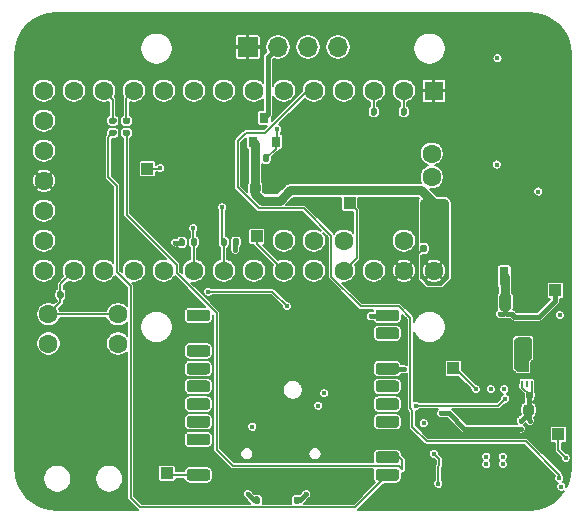
<source format=gbl>
%TF.GenerationSoftware,KiCad,Pcbnew,(5.1.10)-1*%
%TF.CreationDate,2021-12-08T00:23:12-08:00*%
%TF.ProjectId,Climbing_Main_Rev_A,436c696d-6269-46e6-975f-4d61696e5f52,rev?*%
%TF.SameCoordinates,Original*%
%TF.FileFunction,Copper,L4,Bot*%
%TF.FilePolarity,Positive*%
%FSLAX46Y46*%
G04 Gerber Fmt 4.6, Leading zero omitted, Abs format (unit mm)*
G04 Created by KiCad (PCBNEW (5.1.10)-1) date 2021-12-08 00:23:12*
%MOMM*%
%LPD*%
G01*
G04 APERTURE LIST*
%TA.AperFunction,SMDPad,CuDef*%
%ADD10R,1.000000X1.000000*%
%TD*%
%TA.AperFunction,ComponentPad*%
%ADD11C,1.600000*%
%TD*%
%TA.AperFunction,ComponentPad*%
%ADD12R,1.600000X1.600000*%
%TD*%
%TA.AperFunction,SMDPad,CuDef*%
%ADD13R,0.127000X0.508000*%
%TD*%
%TA.AperFunction,SMDPad,CuDef*%
%ADD14R,0.939800X0.304800*%
%TD*%
%TA.AperFunction,ComponentPad*%
%ADD15C,1.600200*%
%TD*%
%TA.AperFunction,SMDPad,CuDef*%
%ADD16R,0.800000X0.900000*%
%TD*%
%TA.AperFunction,ComponentPad*%
%ADD17O,1.700000X1.700000*%
%TD*%
%TA.AperFunction,ComponentPad*%
%ADD18R,1.700000X1.700000*%
%TD*%
%TA.AperFunction,SMDPad,CuDef*%
%ADD19R,2.100000X3.000000*%
%TD*%
%TA.AperFunction,SMDPad,CuDef*%
%ADD20R,0.800000X1.600000*%
%TD*%
%TA.AperFunction,SMDPad,CuDef*%
%ADD21R,1.050000X1.000000*%
%TD*%
%TA.AperFunction,SMDPad,CuDef*%
%ADD22R,2.200000X1.050000*%
%TD*%
%TA.AperFunction,ViaPad*%
%ADD23C,0.400000*%
%TD*%
%TA.AperFunction,Conductor*%
%ADD24C,0.152400*%
%TD*%
%TA.AperFunction,Conductor*%
%ADD25C,0.381000*%
%TD*%
%TA.AperFunction,Conductor*%
%ADD26C,0.762000*%
%TD*%
%TA.AperFunction,Conductor*%
%ADD27C,0.100000*%
%TD*%
G04 APERTURE END LIST*
%TA.AperFunction,SMDPad,CuDef*%
G36*
G01*
X140828000Y-106703000D02*
X140828000Y-107203000D01*
G75*
G02*
X140578000Y-107453000I-250000J0D01*
G01*
X139078000Y-107453000D01*
G75*
G02*
X138828000Y-107203000I0J250000D01*
G01*
X138828000Y-106703000D01*
G75*
G02*
X139078000Y-106453000I250000J0D01*
G01*
X140578000Y-106453000D01*
G75*
G02*
X140828000Y-106703000I0J-250000D01*
G01*
G37*
%TD.AperFunction*%
%TA.AperFunction,SMDPad,CuDef*%
G36*
G01*
X140828000Y-105203000D02*
X140828000Y-105703000D01*
G75*
G02*
X140578000Y-105953000I-250000J0D01*
G01*
X139078000Y-105953000D01*
G75*
G02*
X138828000Y-105703000I0J250000D01*
G01*
X138828000Y-105203000D01*
G75*
G02*
X139078000Y-104953000I250000J0D01*
G01*
X140578000Y-104953000D01*
G75*
G02*
X140828000Y-105203000I0J-250000D01*
G01*
G37*
%TD.AperFunction*%
%TA.AperFunction,SMDPad,CuDef*%
G36*
G01*
X140828000Y-103703000D02*
X140828000Y-104203000D01*
G75*
G02*
X140578000Y-104453000I-250000J0D01*
G01*
X139078000Y-104453000D01*
G75*
G02*
X138828000Y-104203000I0J250000D01*
G01*
X138828000Y-103703000D01*
G75*
G02*
X139078000Y-103453000I250000J0D01*
G01*
X140578000Y-103453000D01*
G75*
G02*
X140828000Y-103703000I0J-250000D01*
G01*
G37*
%TD.AperFunction*%
%TA.AperFunction,SMDPad,CuDef*%
G36*
G01*
X140828000Y-102203000D02*
X140828000Y-102703000D01*
G75*
G02*
X140578000Y-102953000I-250000J0D01*
G01*
X139078000Y-102953000D01*
G75*
G02*
X138828000Y-102703000I0J250000D01*
G01*
X138828000Y-102203000D01*
G75*
G02*
X139078000Y-101953000I250000J0D01*
G01*
X140578000Y-101953000D01*
G75*
G02*
X140828000Y-102203000I0J-250000D01*
G01*
G37*
%TD.AperFunction*%
%TA.AperFunction,SMDPad,CuDef*%
G36*
G01*
X140828000Y-100703000D02*
X140828000Y-101203000D01*
G75*
G02*
X140578000Y-101453000I-250000J0D01*
G01*
X139078000Y-101453000D01*
G75*
G02*
X138828000Y-101203000I0J250000D01*
G01*
X138828000Y-100703000D01*
G75*
G02*
X139078000Y-100453000I250000J0D01*
G01*
X140578000Y-100453000D01*
G75*
G02*
X140828000Y-100703000I0J-250000D01*
G01*
G37*
%TD.AperFunction*%
%TA.AperFunction,SMDPad,CuDef*%
G36*
G01*
X140828000Y-99203000D02*
X140828000Y-99703000D01*
G75*
G02*
X140578000Y-99953000I-250000J0D01*
G01*
X139078000Y-99953000D01*
G75*
G02*
X138828000Y-99703000I0J250000D01*
G01*
X138828000Y-99203000D01*
G75*
G02*
X139078000Y-98953000I250000J0D01*
G01*
X140578000Y-98953000D01*
G75*
G02*
X140828000Y-99203000I0J-250000D01*
G01*
G37*
%TD.AperFunction*%
%TA.AperFunction,SMDPad,CuDef*%
G36*
G01*
X140828000Y-97703000D02*
X140828000Y-98203000D01*
G75*
G02*
X140578000Y-98453000I-250000J0D01*
G01*
X139078000Y-98453000D01*
G75*
G02*
X138828000Y-98203000I0J250000D01*
G01*
X138828000Y-97703000D01*
G75*
G02*
X139078000Y-97453000I250000J0D01*
G01*
X140578000Y-97453000D01*
G75*
G02*
X140828000Y-97703000I0J-250000D01*
G01*
G37*
%TD.AperFunction*%
%TA.AperFunction,SMDPad,CuDef*%
G36*
G01*
X140828000Y-96203000D02*
X140828000Y-96703000D01*
G75*
G02*
X140578000Y-96953000I-250000J0D01*
G01*
X139078000Y-96953000D01*
G75*
G02*
X138828000Y-96703000I0J250000D01*
G01*
X138828000Y-96203000D01*
G75*
G02*
X139078000Y-95953000I250000J0D01*
G01*
X140578000Y-95953000D01*
G75*
G02*
X140828000Y-96203000I0J-250000D01*
G01*
G37*
%TD.AperFunction*%
%TA.AperFunction,SMDPad,CuDef*%
G36*
G01*
X140828000Y-94703000D02*
X140828000Y-95203000D01*
G75*
G02*
X140578000Y-95453000I-250000J0D01*
G01*
X139078000Y-95453000D01*
G75*
G02*
X138828000Y-95203000I0J250000D01*
G01*
X138828000Y-94703000D01*
G75*
G02*
X139078000Y-94453000I250000J0D01*
G01*
X140578000Y-94453000D01*
G75*
G02*
X140828000Y-94703000I0J-250000D01*
G01*
G37*
%TD.AperFunction*%
%TA.AperFunction,SMDPad,CuDef*%
G36*
G01*
X140828000Y-93203000D02*
X140828000Y-93703000D01*
G75*
G02*
X140578000Y-93953000I-250000J0D01*
G01*
X139078000Y-93953000D01*
G75*
G02*
X138828000Y-93703000I0J250000D01*
G01*
X138828000Y-93203000D01*
G75*
G02*
X139078000Y-92953000I250000J0D01*
G01*
X140578000Y-92953000D01*
G75*
G02*
X140828000Y-93203000I0J-250000D01*
G01*
G37*
%TD.AperFunction*%
%TA.AperFunction,SMDPad,CuDef*%
G36*
G01*
X156828000Y-106703000D02*
X156828000Y-107203000D01*
G75*
G02*
X156578000Y-107453000I-250000J0D01*
G01*
X155078000Y-107453000D01*
G75*
G02*
X154828000Y-107203000I0J250000D01*
G01*
X154828000Y-106703000D01*
G75*
G02*
X155078000Y-106453000I250000J0D01*
G01*
X156578000Y-106453000D01*
G75*
G02*
X156828000Y-106703000I0J-250000D01*
G01*
G37*
%TD.AperFunction*%
%TA.AperFunction,SMDPad,CuDef*%
G36*
G01*
X156828000Y-105203000D02*
X156828000Y-105703000D01*
G75*
G02*
X156578000Y-105953000I-250000J0D01*
G01*
X155078000Y-105953000D01*
G75*
G02*
X154828000Y-105703000I0J250000D01*
G01*
X154828000Y-105203000D01*
G75*
G02*
X155078000Y-104953000I250000J0D01*
G01*
X156578000Y-104953000D01*
G75*
G02*
X156828000Y-105203000I0J-250000D01*
G01*
G37*
%TD.AperFunction*%
%TA.AperFunction,SMDPad,CuDef*%
G36*
G01*
X156828000Y-103703000D02*
X156828000Y-104203000D01*
G75*
G02*
X156578000Y-104453000I-250000J0D01*
G01*
X155078000Y-104453000D01*
G75*
G02*
X154828000Y-104203000I0J250000D01*
G01*
X154828000Y-103703000D01*
G75*
G02*
X155078000Y-103453000I250000J0D01*
G01*
X156578000Y-103453000D01*
G75*
G02*
X156828000Y-103703000I0J-250000D01*
G01*
G37*
%TD.AperFunction*%
%TA.AperFunction,SMDPad,CuDef*%
G36*
G01*
X156828000Y-102203000D02*
X156828000Y-102703000D01*
G75*
G02*
X156578000Y-102953000I-250000J0D01*
G01*
X155078000Y-102953000D01*
G75*
G02*
X154828000Y-102703000I0J250000D01*
G01*
X154828000Y-102203000D01*
G75*
G02*
X155078000Y-101953000I250000J0D01*
G01*
X156578000Y-101953000D01*
G75*
G02*
X156828000Y-102203000I0J-250000D01*
G01*
G37*
%TD.AperFunction*%
%TA.AperFunction,SMDPad,CuDef*%
G36*
G01*
X156828000Y-100703000D02*
X156828000Y-101203000D01*
G75*
G02*
X156578000Y-101453000I-250000J0D01*
G01*
X155078000Y-101453000D01*
G75*
G02*
X154828000Y-101203000I0J250000D01*
G01*
X154828000Y-100703000D01*
G75*
G02*
X155078000Y-100453000I250000J0D01*
G01*
X156578000Y-100453000D01*
G75*
G02*
X156828000Y-100703000I0J-250000D01*
G01*
G37*
%TD.AperFunction*%
%TA.AperFunction,SMDPad,CuDef*%
G36*
G01*
X156828000Y-99203000D02*
X156828000Y-99703000D01*
G75*
G02*
X156578000Y-99953000I-250000J0D01*
G01*
X155078000Y-99953000D01*
G75*
G02*
X154828000Y-99703000I0J250000D01*
G01*
X154828000Y-99203000D01*
G75*
G02*
X155078000Y-98953000I250000J0D01*
G01*
X156578000Y-98953000D01*
G75*
G02*
X156828000Y-99203000I0J-250000D01*
G01*
G37*
%TD.AperFunction*%
%TA.AperFunction,SMDPad,CuDef*%
G36*
G01*
X156828000Y-97703000D02*
X156828000Y-98203000D01*
G75*
G02*
X156578000Y-98453000I-250000J0D01*
G01*
X155078000Y-98453000D01*
G75*
G02*
X154828000Y-98203000I0J250000D01*
G01*
X154828000Y-97703000D01*
G75*
G02*
X155078000Y-97453000I250000J0D01*
G01*
X156578000Y-97453000D01*
G75*
G02*
X156828000Y-97703000I0J-250000D01*
G01*
G37*
%TD.AperFunction*%
%TA.AperFunction,SMDPad,CuDef*%
G36*
G01*
X156828000Y-96203000D02*
X156828000Y-96703000D01*
G75*
G02*
X156578000Y-96953000I-250000J0D01*
G01*
X155078000Y-96953000D01*
G75*
G02*
X154828000Y-96703000I0J250000D01*
G01*
X154828000Y-96203000D01*
G75*
G02*
X155078000Y-95953000I250000J0D01*
G01*
X156578000Y-95953000D01*
G75*
G02*
X156828000Y-96203000I0J-250000D01*
G01*
G37*
%TD.AperFunction*%
%TA.AperFunction,SMDPad,CuDef*%
G36*
G01*
X156828000Y-94703000D02*
X156828000Y-95203000D01*
G75*
G02*
X156578000Y-95453000I-250000J0D01*
G01*
X155078000Y-95453000D01*
G75*
G02*
X154828000Y-95203000I0J250000D01*
G01*
X154828000Y-94703000D01*
G75*
G02*
X155078000Y-94453000I250000J0D01*
G01*
X156578000Y-94453000D01*
G75*
G02*
X156828000Y-94703000I0J-250000D01*
G01*
G37*
%TD.AperFunction*%
%TA.AperFunction,SMDPad,CuDef*%
G36*
G01*
X156828000Y-93203000D02*
X156828000Y-93703000D01*
G75*
G02*
X156578000Y-93953000I-250000J0D01*
G01*
X155078000Y-93953000D01*
G75*
G02*
X154828000Y-93703000I0J250000D01*
G01*
X154828000Y-93203000D01*
G75*
G02*
X155078000Y-92953000I250000J0D01*
G01*
X156578000Y-92953000D01*
G75*
G02*
X156828000Y-93203000I0J-250000D01*
G01*
G37*
%TD.AperFunction*%
D10*
X170053000Y-91313000D03*
X144780000Y-86741000D03*
X152654000Y-83947000D03*
X161417000Y-97917000D03*
X135509000Y-81026000D03*
X132969000Y-81026000D03*
X170307000Y-103505000D03*
D11*
X126746000Y-82042000D03*
X126746000Y-84582000D03*
X126746000Y-87122000D03*
X126746000Y-89662000D03*
X126746000Y-79502000D03*
X126746000Y-76962000D03*
X126746000Y-74422000D03*
X129286000Y-89662000D03*
X131826000Y-89662000D03*
X134366000Y-89662000D03*
X136906000Y-89662000D03*
X139446000Y-89662000D03*
X141986000Y-89662000D03*
X144526000Y-89662000D03*
X147066000Y-89662000D03*
X149606000Y-89662000D03*
X152146000Y-89662000D03*
X154686000Y-89662000D03*
X157226000Y-89662000D03*
X159766000Y-89662000D03*
X157226000Y-87122000D03*
X152146000Y-87122000D03*
X149606000Y-87122000D03*
X147066000Y-87122000D03*
X129286000Y-74422000D03*
X131826000Y-74422000D03*
X134366000Y-74422000D03*
X136906000Y-74422000D03*
X139446000Y-74422000D03*
X141986000Y-74422000D03*
X144526000Y-74422000D03*
X147066000Y-74422000D03*
X149606000Y-74422000D03*
X152146000Y-74422000D03*
X154686000Y-74422000D03*
X157226000Y-74422000D03*
D12*
X159766000Y-74422000D03*
D11*
X159588200Y-81737200D03*
X159588200Y-79756000D03*
D13*
X167233600Y-97917000D03*
X167640000Y-97917000D03*
X168046400Y-97917000D03*
X168046400Y-99212400D03*
X167640000Y-99212400D03*
X167233600Y-99212400D03*
D14*
X167640000Y-98564700D03*
D15*
X127127000Y-93345000D03*
X127127000Y-95834200D03*
X133019800Y-93345000D03*
X133019800Y-95834200D03*
%TA.AperFunction,SMDPad,CuDef*%
G36*
G01*
X128891000Y-91879000D02*
X128891000Y-91509000D01*
G75*
G02*
X129026000Y-91374000I135000J0D01*
G01*
X129296000Y-91374000D01*
G75*
G02*
X129431000Y-91509000I0J-135000D01*
G01*
X129431000Y-91879000D01*
G75*
G02*
X129296000Y-92014000I-135000J0D01*
G01*
X129026000Y-92014000D01*
G75*
G02*
X128891000Y-91879000I0J135000D01*
G01*
G37*
%TD.AperFunction*%
%TA.AperFunction,SMDPad,CuDef*%
G36*
G01*
X127871000Y-91879000D02*
X127871000Y-91509000D01*
G75*
G02*
X128006000Y-91374000I135000J0D01*
G01*
X128276000Y-91374000D01*
G75*
G02*
X128411000Y-91509000I0J-135000D01*
G01*
X128411000Y-91879000D01*
G75*
G02*
X128276000Y-92014000I-135000J0D01*
G01*
X128006000Y-92014000D01*
G75*
G02*
X127871000Y-91879000I0J135000D01*
G01*
G37*
%TD.AperFunction*%
%TA.AperFunction,SMDPad,CuDef*%
G36*
G01*
X155432000Y-76385000D02*
X155432000Y-76015000D01*
G75*
G02*
X155567000Y-75880000I135000J0D01*
G01*
X155837000Y-75880000D01*
G75*
G02*
X155972000Y-76015000I0J-135000D01*
G01*
X155972000Y-76385000D01*
G75*
G02*
X155837000Y-76520000I-135000J0D01*
G01*
X155567000Y-76520000D01*
G75*
G02*
X155432000Y-76385000I0J135000D01*
G01*
G37*
%TD.AperFunction*%
%TA.AperFunction,SMDPad,CuDef*%
G36*
G01*
X154412000Y-76385000D02*
X154412000Y-76015000D01*
G75*
G02*
X154547000Y-75880000I135000J0D01*
G01*
X154817000Y-75880000D01*
G75*
G02*
X154952000Y-76015000I0J-135000D01*
G01*
X154952000Y-76385000D01*
G75*
G02*
X154817000Y-76520000I-135000J0D01*
G01*
X154547000Y-76520000D01*
G75*
G02*
X154412000Y-76385000I0J135000D01*
G01*
G37*
%TD.AperFunction*%
%TA.AperFunction,SMDPad,CuDef*%
G36*
G01*
X157974000Y-76385000D02*
X157974000Y-76015000D01*
G75*
G02*
X158109000Y-75880000I135000J0D01*
G01*
X158379000Y-75880000D01*
G75*
G02*
X158514000Y-76015000I0J-135000D01*
G01*
X158514000Y-76385000D01*
G75*
G02*
X158379000Y-76520000I-135000J0D01*
G01*
X158109000Y-76520000D01*
G75*
G02*
X157974000Y-76385000I0J135000D01*
G01*
G37*
%TD.AperFunction*%
%TA.AperFunction,SMDPad,CuDef*%
G36*
G01*
X156954000Y-76385000D02*
X156954000Y-76015000D01*
G75*
G02*
X157089000Y-75880000I135000J0D01*
G01*
X157359000Y-75880000D01*
G75*
G02*
X157494000Y-76015000I0J-135000D01*
G01*
X157494000Y-76385000D01*
G75*
G02*
X157359000Y-76520000I-135000J0D01*
G01*
X157089000Y-76520000D01*
G75*
G02*
X156954000Y-76385000I0J135000D01*
G01*
G37*
%TD.AperFunction*%
%TA.AperFunction,SMDPad,CuDef*%
G36*
G01*
X145274000Y-80322000D02*
X145274000Y-79952000D01*
G75*
G02*
X145409000Y-79817000I135000J0D01*
G01*
X145679000Y-79817000D01*
G75*
G02*
X145814000Y-79952000I0J-135000D01*
G01*
X145814000Y-80322000D01*
G75*
G02*
X145679000Y-80457000I-135000J0D01*
G01*
X145409000Y-80457000D01*
G75*
G02*
X145274000Y-80322000I0J135000D01*
G01*
G37*
%TD.AperFunction*%
%TA.AperFunction,SMDPad,CuDef*%
G36*
G01*
X144254000Y-80322000D02*
X144254000Y-79952000D01*
G75*
G02*
X144389000Y-79817000I135000J0D01*
G01*
X144659000Y-79817000D01*
G75*
G02*
X144794000Y-79952000I0J-135000D01*
G01*
X144794000Y-80322000D01*
G75*
G02*
X144659000Y-80457000I-135000J0D01*
G01*
X144389000Y-80457000D01*
G75*
G02*
X144254000Y-80322000I0J135000D01*
G01*
G37*
%TD.AperFunction*%
%TA.AperFunction,SMDPad,CuDef*%
G36*
G01*
X138698000Y-87064000D02*
X138698000Y-87434000D01*
G75*
G02*
X138563000Y-87569000I-135000J0D01*
G01*
X138293000Y-87569000D01*
G75*
G02*
X138158000Y-87434000I0J135000D01*
G01*
X138158000Y-87064000D01*
G75*
G02*
X138293000Y-86929000I135000J0D01*
G01*
X138563000Y-86929000D01*
G75*
G02*
X138698000Y-87064000I0J-135000D01*
G01*
G37*
%TD.AperFunction*%
%TA.AperFunction,SMDPad,CuDef*%
G36*
G01*
X139718000Y-87064000D02*
X139718000Y-87434000D01*
G75*
G02*
X139583000Y-87569000I-135000J0D01*
G01*
X139313000Y-87569000D01*
G75*
G02*
X139178000Y-87434000I0J135000D01*
G01*
X139178000Y-87064000D01*
G75*
G02*
X139313000Y-86929000I135000J0D01*
G01*
X139583000Y-86929000D01*
G75*
G02*
X139718000Y-87064000I0J-135000D01*
G01*
G37*
%TD.AperFunction*%
%TA.AperFunction,SMDPad,CuDef*%
G36*
G01*
X142734000Y-87434000D02*
X142734000Y-87064000D01*
G75*
G02*
X142869000Y-86929000I135000J0D01*
G01*
X143139000Y-86929000D01*
G75*
G02*
X143274000Y-87064000I0J-135000D01*
G01*
X143274000Y-87434000D01*
G75*
G02*
X143139000Y-87569000I-135000J0D01*
G01*
X142869000Y-87569000D01*
G75*
G02*
X142734000Y-87434000I0J135000D01*
G01*
G37*
%TD.AperFunction*%
%TA.AperFunction,SMDPad,CuDef*%
G36*
G01*
X141714000Y-87434000D02*
X141714000Y-87064000D01*
G75*
G02*
X141849000Y-86929000I135000J0D01*
G01*
X142119000Y-86929000D01*
G75*
G02*
X142254000Y-87064000I0J-135000D01*
G01*
X142254000Y-87434000D01*
G75*
G02*
X142119000Y-87569000I-135000J0D01*
G01*
X141849000Y-87569000D01*
G75*
G02*
X141714000Y-87434000I0J135000D01*
G01*
G37*
%TD.AperFunction*%
%TA.AperFunction,SMDPad,CuDef*%
G36*
G01*
X132403000Y-77710000D02*
X132773000Y-77710000D01*
G75*
G02*
X132908000Y-77845000I0J-135000D01*
G01*
X132908000Y-78115000D01*
G75*
G02*
X132773000Y-78250000I-135000J0D01*
G01*
X132403000Y-78250000D01*
G75*
G02*
X132268000Y-78115000I0J135000D01*
G01*
X132268000Y-77845000D01*
G75*
G02*
X132403000Y-77710000I135000J0D01*
G01*
G37*
%TD.AperFunction*%
%TA.AperFunction,SMDPad,CuDef*%
G36*
G01*
X132403000Y-76690000D02*
X132773000Y-76690000D01*
G75*
G02*
X132908000Y-76825000I0J-135000D01*
G01*
X132908000Y-77095000D01*
G75*
G02*
X132773000Y-77230000I-135000J0D01*
G01*
X132403000Y-77230000D01*
G75*
G02*
X132268000Y-77095000I0J135000D01*
G01*
X132268000Y-76825000D01*
G75*
G02*
X132403000Y-76690000I135000J0D01*
G01*
G37*
%TD.AperFunction*%
%TA.AperFunction,SMDPad,CuDef*%
G36*
G01*
X133546000Y-77710000D02*
X133916000Y-77710000D01*
G75*
G02*
X134051000Y-77845000I0J-135000D01*
G01*
X134051000Y-78115000D01*
G75*
G02*
X133916000Y-78250000I-135000J0D01*
G01*
X133546000Y-78250000D01*
G75*
G02*
X133411000Y-78115000I0J135000D01*
G01*
X133411000Y-77845000D01*
G75*
G02*
X133546000Y-77710000I135000J0D01*
G01*
G37*
%TD.AperFunction*%
%TA.AperFunction,SMDPad,CuDef*%
G36*
G01*
X133546000Y-76690000D02*
X133916000Y-76690000D01*
G75*
G02*
X134051000Y-76825000I0J-135000D01*
G01*
X134051000Y-77095000D01*
G75*
G02*
X133916000Y-77230000I-135000J0D01*
G01*
X133546000Y-77230000D01*
G75*
G02*
X133411000Y-77095000I0J135000D01*
G01*
X133411000Y-76825000D01*
G75*
G02*
X133546000Y-76690000I135000J0D01*
G01*
G37*
%TD.AperFunction*%
%TA.AperFunction,SMDPad,CuDef*%
G36*
G01*
X145528000Y-109278000D02*
X145528000Y-108908000D01*
G75*
G02*
X145663000Y-108773000I135000J0D01*
G01*
X145933000Y-108773000D01*
G75*
G02*
X146068000Y-108908000I0J-135000D01*
G01*
X146068000Y-109278000D01*
G75*
G02*
X145933000Y-109413000I-135000J0D01*
G01*
X145663000Y-109413000D01*
G75*
G02*
X145528000Y-109278000I0J135000D01*
G01*
G37*
%TD.AperFunction*%
%TA.AperFunction,SMDPad,CuDef*%
G36*
G01*
X144508000Y-109278000D02*
X144508000Y-108908000D01*
G75*
G02*
X144643000Y-108773000I135000J0D01*
G01*
X144913000Y-108773000D01*
G75*
G02*
X145048000Y-108908000I0J-135000D01*
G01*
X145048000Y-109278000D01*
G75*
G02*
X144913000Y-109413000I-135000J0D01*
G01*
X144643000Y-109413000D01*
G75*
G02*
X144508000Y-109278000I0J135000D01*
G01*
G37*
%TD.AperFunction*%
D16*
X145415000Y-76724000D03*
X144465000Y-78724000D03*
X146365000Y-78724000D03*
D17*
X151640070Y-70720700D03*
X149100070Y-70720700D03*
X146560070Y-70720700D03*
D18*
X144020070Y-70720700D03*
D19*
X163195000Y-87249000D03*
X169545000Y-87249000D03*
D20*
X165745000Y-90149000D03*
X166995000Y-90149000D03*
D21*
X137161000Y-106807000D03*
D22*
X135636000Y-105332000D03*
X135636000Y-108282000D03*
%TA.AperFunction,SMDPad,CuDef*%
G36*
G01*
X145234000Y-81450000D02*
X145234000Y-81110000D01*
G75*
G02*
X145374000Y-80970000I140000J0D01*
G01*
X145654000Y-80970000D01*
G75*
G02*
X145794000Y-81110000I0J-140000D01*
G01*
X145794000Y-81450000D01*
G75*
G02*
X145654000Y-81590000I-140000J0D01*
G01*
X145374000Y-81590000D01*
G75*
G02*
X145234000Y-81450000I0J140000D01*
G01*
G37*
%TD.AperFunction*%
%TA.AperFunction,SMDPad,CuDef*%
G36*
G01*
X144274000Y-81450000D02*
X144274000Y-81110000D01*
G75*
G02*
X144414000Y-80970000I140000J0D01*
G01*
X144694000Y-80970000D01*
G75*
G02*
X144834000Y-81110000I0J-140000D01*
G01*
X144834000Y-81450000D01*
G75*
G02*
X144694000Y-81590000I-140000J0D01*
G01*
X144414000Y-81590000D01*
G75*
G02*
X144274000Y-81450000I0J140000D01*
G01*
G37*
%TD.AperFunction*%
%TA.AperFunction,SMDPad,CuDef*%
G36*
G01*
X145740000Y-82927000D02*
X145740000Y-82427000D01*
G75*
G02*
X145965000Y-82202000I225000J0D01*
G01*
X146415000Y-82202000D01*
G75*
G02*
X146640000Y-82427000I0J-225000D01*
G01*
X146640000Y-82927000D01*
G75*
G02*
X146415000Y-83152000I-225000J0D01*
G01*
X145965000Y-83152000D01*
G75*
G02*
X145740000Y-82927000I0J225000D01*
G01*
G37*
%TD.AperFunction*%
%TA.AperFunction,SMDPad,CuDef*%
G36*
G01*
X144190000Y-82927000D02*
X144190000Y-82427000D01*
G75*
G02*
X144415000Y-82202000I225000J0D01*
G01*
X144865000Y-82202000D01*
G75*
G02*
X145090000Y-82427000I0J-225000D01*
G01*
X145090000Y-82927000D01*
G75*
G02*
X144865000Y-83152000I-225000J0D01*
G01*
X144415000Y-83152000D01*
G75*
G02*
X144190000Y-82927000I0J225000D01*
G01*
G37*
%TD.AperFunction*%
%TA.AperFunction,SMDPad,CuDef*%
G36*
G01*
X167201000Y-92804000D02*
X167201000Y-91854000D01*
G75*
G02*
X167451000Y-91604000I250000J0D01*
G01*
X167951000Y-91604000D01*
G75*
G02*
X168201000Y-91854000I0J-250000D01*
G01*
X168201000Y-92804000D01*
G75*
G02*
X167951000Y-93054000I-250000J0D01*
G01*
X167451000Y-93054000D01*
G75*
G02*
X167201000Y-92804000I0J250000D01*
G01*
G37*
%TD.AperFunction*%
%TA.AperFunction,SMDPad,CuDef*%
G36*
G01*
X165301000Y-92804000D02*
X165301000Y-91854000D01*
G75*
G02*
X165551000Y-91604000I250000J0D01*
G01*
X166051000Y-91604000D01*
G75*
G02*
X166301000Y-91854000I0J-250000D01*
G01*
X166301000Y-92804000D01*
G75*
G02*
X166051000Y-93054000I-250000J0D01*
G01*
X165551000Y-93054000D01*
G75*
G02*
X165301000Y-92804000I0J250000D01*
G01*
G37*
%TD.AperFunction*%
%TA.AperFunction,SMDPad,CuDef*%
G36*
G01*
X159185000Y-87587000D02*
X159185000Y-87927000D01*
G75*
G02*
X159045000Y-88067000I-140000J0D01*
G01*
X158765000Y-88067000D01*
G75*
G02*
X158625000Y-87927000I0J140000D01*
G01*
X158625000Y-87587000D01*
G75*
G02*
X158765000Y-87447000I140000J0D01*
G01*
X159045000Y-87447000D01*
G75*
G02*
X159185000Y-87587000I0J-140000D01*
G01*
G37*
%TD.AperFunction*%
%TA.AperFunction,SMDPad,CuDef*%
G36*
G01*
X160145000Y-87587000D02*
X160145000Y-87927000D01*
G75*
G02*
X160005000Y-88067000I-140000J0D01*
G01*
X159725000Y-88067000D01*
G75*
G02*
X159585000Y-87927000I0J140000D01*
G01*
X159585000Y-87587000D01*
G75*
G02*
X159725000Y-87447000I140000J0D01*
G01*
X160005000Y-87447000D01*
G75*
G02*
X160145000Y-87587000I0J-140000D01*
G01*
G37*
%TD.AperFunction*%
%TA.AperFunction,SMDPad,CuDef*%
G36*
G01*
X158300000Y-84107000D02*
X158300000Y-85057000D01*
G75*
G02*
X158050000Y-85307000I-250000J0D01*
G01*
X157550000Y-85307000D01*
G75*
G02*
X157300000Y-85057000I0J250000D01*
G01*
X157300000Y-84107000D01*
G75*
G02*
X157550000Y-83857000I250000J0D01*
G01*
X158050000Y-83857000D01*
G75*
G02*
X158300000Y-84107000I0J-250000D01*
G01*
G37*
%TD.AperFunction*%
%TA.AperFunction,SMDPad,CuDef*%
G36*
G01*
X160200000Y-84107000D02*
X160200000Y-85057000D01*
G75*
G02*
X159950000Y-85307000I-250000J0D01*
G01*
X159450000Y-85307000D01*
G75*
G02*
X159200000Y-85057000I0J250000D01*
G01*
X159200000Y-84107000D01*
G75*
G02*
X159450000Y-83857000I250000J0D01*
G01*
X159950000Y-83857000D01*
G75*
G02*
X160200000Y-84107000I0J-250000D01*
G01*
G37*
%TD.AperFunction*%
%TA.AperFunction,SMDPad,CuDef*%
G36*
G01*
X168346000Y-96897000D02*
X168346000Y-96397000D01*
G75*
G02*
X168571000Y-96172000I225000J0D01*
G01*
X169021000Y-96172000D01*
G75*
G02*
X169246000Y-96397000I0J-225000D01*
G01*
X169246000Y-96897000D01*
G75*
G02*
X169021000Y-97122000I-225000J0D01*
G01*
X168571000Y-97122000D01*
G75*
G02*
X168346000Y-96897000I0J225000D01*
G01*
G37*
%TD.AperFunction*%
%TA.AperFunction,SMDPad,CuDef*%
G36*
G01*
X166796000Y-96897000D02*
X166796000Y-96397000D01*
G75*
G02*
X167021000Y-96172000I225000J0D01*
G01*
X167471000Y-96172000D01*
G75*
G02*
X167696000Y-96397000I0J-225000D01*
G01*
X167696000Y-96897000D01*
G75*
G02*
X167471000Y-97122000I-225000J0D01*
G01*
X167021000Y-97122000D01*
G75*
G02*
X166796000Y-96897000I0J225000D01*
G01*
G37*
%TD.AperFunction*%
%TA.AperFunction,SMDPad,CuDef*%
G36*
G01*
X167186000Y-100033000D02*
X167186000Y-100373000D01*
G75*
G02*
X167046000Y-100513000I-140000J0D01*
G01*
X166766000Y-100513000D01*
G75*
G02*
X166626000Y-100373000I0J140000D01*
G01*
X166626000Y-100033000D01*
G75*
G02*
X166766000Y-99893000I140000J0D01*
G01*
X167046000Y-99893000D01*
G75*
G02*
X167186000Y-100033000I0J-140000D01*
G01*
G37*
%TD.AperFunction*%
%TA.AperFunction,SMDPad,CuDef*%
G36*
G01*
X168146000Y-100033000D02*
X168146000Y-100373000D01*
G75*
G02*
X168006000Y-100513000I-140000J0D01*
G01*
X167726000Y-100513000D01*
G75*
G02*
X167586000Y-100373000I0J140000D01*
G01*
X167586000Y-100033000D01*
G75*
G02*
X167726000Y-99893000I140000J0D01*
G01*
X168006000Y-99893000D01*
G75*
G02*
X168146000Y-100033000I0J-140000D01*
G01*
G37*
%TD.AperFunction*%
%TA.AperFunction,SMDPad,CuDef*%
G36*
G01*
X166680000Y-101223000D02*
X166680000Y-101723000D01*
G75*
G02*
X166455000Y-101948000I-225000J0D01*
G01*
X166005000Y-101948000D01*
G75*
G02*
X165780000Y-101723000I0J225000D01*
G01*
X165780000Y-101223000D01*
G75*
G02*
X166005000Y-100998000I225000J0D01*
G01*
X166455000Y-100998000D01*
G75*
G02*
X166680000Y-101223000I0J-225000D01*
G01*
G37*
%TD.AperFunction*%
%TA.AperFunction,SMDPad,CuDef*%
G36*
G01*
X168230000Y-101223000D02*
X168230000Y-101723000D01*
G75*
G02*
X168005000Y-101948000I-225000J0D01*
G01*
X167555000Y-101948000D01*
G75*
G02*
X167330000Y-101723000I0J225000D01*
G01*
X167330000Y-101223000D01*
G75*
G02*
X167555000Y-100998000I225000J0D01*
G01*
X168005000Y-100998000D01*
G75*
G02*
X168230000Y-101223000I0J-225000D01*
G01*
G37*
%TD.AperFunction*%
%TA.AperFunction,SMDPad,CuDef*%
G36*
G01*
X147501000Y-108923000D02*
X147501000Y-109263000D01*
G75*
G02*
X147361000Y-109403000I-140000J0D01*
G01*
X147081000Y-109403000D01*
G75*
G02*
X146941000Y-109263000I0J140000D01*
G01*
X146941000Y-108923000D01*
G75*
G02*
X147081000Y-108783000I140000J0D01*
G01*
X147361000Y-108783000D01*
G75*
G02*
X147501000Y-108923000I0J-140000D01*
G01*
G37*
%TD.AperFunction*%
%TA.AperFunction,SMDPad,CuDef*%
G36*
G01*
X148461000Y-108923000D02*
X148461000Y-109263000D01*
G75*
G02*
X148321000Y-109403000I-140000J0D01*
G01*
X148041000Y-109403000D01*
G75*
G02*
X147901000Y-109263000I0J140000D01*
G01*
X147901000Y-108923000D01*
G75*
G02*
X148041000Y-108783000I140000J0D01*
G01*
X148321000Y-108783000D01*
G75*
G02*
X148461000Y-108923000I0J-140000D01*
G01*
G37*
%TD.AperFunction*%
D23*
X170434000Y-93421200D03*
X132994400Y-80010000D03*
X145796000Y-81889600D03*
X129184400Y-92303600D03*
X152247600Y-102057200D03*
X152095200Y-99466400D03*
X152704800Y-96723200D03*
X157175200Y-96469200D03*
X154432000Y-96469200D03*
X152704800Y-98806000D03*
X154432000Y-103936800D03*
X164084000Y-107797600D03*
X162153600Y-100126800D03*
X166319200Y-100177600D03*
X168402000Y-98552000D03*
X168808400Y-95859600D03*
X168859200Y-97434400D03*
X166751000Y-94107000D03*
X164592000Y-88392000D03*
X164592000Y-86233000D03*
X168148000Y-86233000D03*
X168148000Y-88392000D03*
X167767000Y-89789000D03*
X167767000Y-90805000D03*
X168529000Y-91694000D03*
X168529000Y-104089200D03*
X169265600Y-105003600D03*
X165735000Y-103632000D03*
X141859000Y-94996000D03*
X138557000Y-95631000D03*
X138557000Y-94361000D03*
X137541000Y-105791000D03*
X137541000Y-107823000D03*
X136144000Y-107188000D03*
X136144000Y-106426000D03*
X138303000Y-107442000D03*
X136144000Y-109093000D03*
X135001000Y-109093000D03*
X134874000Y-104521000D03*
X136271000Y-104521000D03*
X138303000Y-106426000D03*
X138430000Y-104902000D03*
X166116000Y-96012000D03*
X165100000Y-96012000D03*
X163957000Y-96012000D03*
X162814000Y-96012000D03*
X160629600Y-100126800D03*
X157226000Y-103759000D03*
X157480000Y-102997000D03*
X160147000Y-103251000D03*
X159766000Y-105918000D03*
X160401000Y-104902000D03*
X156972000Y-84074000D03*
X156972000Y-85090000D03*
X158369000Y-88138000D03*
X146431000Y-109093000D03*
X149987000Y-103251000D03*
X143637000Y-103251000D03*
X141859000Y-101854000D03*
X143383000Y-99822000D03*
X148463000Y-101092000D03*
X126238000Y-69596000D03*
X125018800Y-75285600D03*
X125018800Y-81635600D03*
X125018800Y-87985600D03*
X125018800Y-94284800D03*
X125018800Y-100584000D03*
X125018800Y-105308400D03*
X128879600Y-109118400D03*
X131318000Y-68732400D03*
X142341600Y-68732400D03*
X153365200Y-68732400D03*
X164338000Y-68732400D03*
X170484800Y-74523600D03*
X169976800Y-69646800D03*
X170484800Y-81889600D03*
X170434000Y-101498400D03*
X169265600Y-109372400D03*
X164642800Y-109474000D03*
X159461200Y-109626400D03*
X153924000Y-109626400D03*
X139192000Y-109169200D03*
X150317200Y-84531200D03*
X143814800Y-80568800D03*
X148971000Y-108585000D03*
X144018000Y-108585000D03*
X167894000Y-102362000D03*
X167132000Y-102362000D03*
X165735000Y-99695000D03*
X164592000Y-99695000D03*
X163322000Y-99695000D03*
X159004000Y-85852000D03*
X160401000Y-85852000D03*
X159766000Y-86741000D03*
X170942000Y-105511600D03*
X160401000Y-101727000D03*
X144399000Y-102870000D03*
X149974000Y-101092000D03*
X170561000Y-107950000D03*
X167132000Y-103022400D03*
X136601200Y-80975200D03*
X137871200Y-87274400D03*
X142951200Y-87884000D03*
X168605200Y-82956400D03*
X165100000Y-80670400D03*
X165150800Y-71678800D03*
X157226000Y-97993200D03*
X166928800Y-95656400D03*
X167640000Y-95656400D03*
X150469600Y-100025200D03*
X158902400Y-102565200D03*
X166370000Y-93345000D03*
X165354000Y-93345000D03*
X164211000Y-105410000D03*
X165608000Y-105410000D03*
X164211000Y-106045000D03*
X165608000Y-106045000D03*
X139395200Y-86055200D03*
X141833600Y-84277200D03*
X154432000Y-93522800D03*
X147320000Y-92659200D03*
X140665200Y-91440000D03*
X170383200Y-107238800D03*
X160147000Y-107696000D03*
X159766000Y-105156000D03*
X165804702Y-100486298D03*
X158242000Y-101092000D03*
X146507200Y-77673200D03*
D24*
X158524000Y-88138000D02*
X158905000Y-87757000D01*
X158369000Y-88138000D02*
X158524000Y-88138000D01*
D25*
X144526000Y-109093000D02*
X144018000Y-108585000D01*
X144778000Y-109093000D02*
X144526000Y-109093000D01*
X148463000Y-109093000D02*
X148971000Y-108585000D01*
X148181000Y-109093000D02*
X148463000Y-109093000D01*
D26*
X144640000Y-83152000D02*
X144640000Y-82677000D01*
X145221010Y-83733010D02*
X144640000Y-83152000D01*
X146748862Y-83733010D02*
X145221010Y-83733010D01*
X147615873Y-82865999D02*
X146748862Y-83733010D01*
X158708999Y-82865999D02*
X147615873Y-82865999D01*
X159700000Y-83857000D02*
X158708999Y-82865999D01*
X159700000Y-84582000D02*
X159700000Y-84582000D01*
X144640000Y-78899000D02*
X144465000Y-78724000D01*
X144640000Y-82677000D02*
X144640000Y-78899000D01*
X159700000Y-84582000D02*
X159700000Y-84013000D01*
X159700000Y-84013000D02*
X159700000Y-83857000D01*
D24*
X161544000Y-97917000D02*
X161417000Y-97917000D01*
X163322000Y-99695000D02*
X161544000Y-97917000D01*
D25*
X167780000Y-102248000D02*
X167894000Y-102362000D01*
X167780000Y-101473000D02*
X167780000Y-102248000D01*
X167780000Y-101714000D02*
X167132000Y-102362000D01*
X167780000Y-101473000D02*
X167780000Y-101714000D01*
X167780000Y-100289000D02*
X167866000Y-100203000D01*
X167780000Y-101473000D02*
X167780000Y-100289000D01*
D24*
X168046400Y-100022600D02*
X168046400Y-99212400D01*
X167866000Y-100203000D02*
X168046400Y-100022600D01*
X167233600Y-99570600D02*
X167233600Y-99212400D01*
X167866000Y-100203000D02*
X167233600Y-99570600D01*
X170307000Y-104876600D02*
X170942000Y-105511600D01*
X170307000Y-103505000D02*
X170307000Y-104876600D01*
D25*
X160401000Y-101727000D02*
X161061400Y-101727000D01*
X162356800Y-103022400D02*
X167132000Y-103022400D01*
X161061400Y-101727000D02*
X162356800Y-103022400D01*
X157185800Y-97953000D02*
X157226000Y-97993200D01*
X155828000Y-97953000D02*
X156047000Y-97953000D01*
X138402600Y-87274400D02*
X138428000Y-87249000D01*
X137871200Y-87274400D02*
X138402600Y-87274400D01*
X142951200Y-87301800D02*
X143004000Y-87249000D01*
X142951200Y-87884000D02*
X142951200Y-87301800D01*
D24*
X136550400Y-81026000D02*
X136601200Y-80975200D01*
X135509000Y-81026000D02*
X136550400Y-81026000D01*
D25*
X156047000Y-97953000D02*
X157185800Y-97953000D01*
X165354000Y-93345000D02*
X165608000Y-93345000D01*
X165801000Y-93152000D02*
X165801000Y-92329000D01*
X165608000Y-93345000D02*
X165801000Y-93152000D01*
X165994000Y-93345000D02*
X165801000Y-93152000D01*
X166370000Y-93345000D02*
X165994000Y-93345000D01*
D26*
X165801000Y-90205000D02*
X165745000Y-90149000D01*
X165801000Y-92329000D02*
X165801000Y-90205000D01*
D25*
X170053000Y-92194000D02*
X170053000Y-91313000D01*
X168702001Y-93544999D02*
X170053000Y-92194000D01*
X166569999Y-93544999D02*
X168702001Y-93544999D01*
X166370000Y-93345000D02*
X166569999Y-93544999D01*
D24*
X137307000Y-106953000D02*
X137161000Y-106807000D01*
X139828000Y-106953000D02*
X137307000Y-106953000D01*
X139395200Y-87196200D02*
X139448000Y-87249000D01*
X139395200Y-86055200D02*
X139395200Y-87196200D01*
X139448000Y-89660000D02*
X139446000Y-89662000D01*
X139448000Y-87249000D02*
X139448000Y-89660000D01*
X141833600Y-87098600D02*
X141984000Y-87249000D01*
X141833600Y-84277200D02*
X141833600Y-87098600D01*
X141984000Y-89660000D02*
X141986000Y-89662000D01*
X141984000Y-87249000D02*
X141984000Y-89660000D01*
D25*
X155758200Y-93522800D02*
X155828000Y-93453000D01*
X154432000Y-93522800D02*
X155758200Y-93522800D01*
D24*
X146100800Y-91440000D02*
X140665200Y-91440000D01*
X147320000Y-92659200D02*
X146100800Y-91440000D01*
X157765799Y-93646623D02*
X157765799Y-101320577D01*
X156795966Y-92676790D02*
X157765799Y-93646623D01*
X149606000Y-74422000D02*
X149053622Y-74422000D01*
X145477823Y-77997799D02*
X143844039Y-77997799D01*
X149053622Y-74422000D02*
X145477823Y-77997799D01*
X143844039Y-77997799D02*
X143788799Y-78053039D01*
X143154400Y-82595835D02*
X144948785Y-84390220D01*
X143788799Y-78053039D02*
X143788799Y-78054801D01*
X151069799Y-90178577D02*
X153568012Y-92676790D01*
X153568012Y-92676790D02*
X156795966Y-92676790D01*
X143788799Y-78054801D02*
X143154400Y-78689200D01*
X143154400Y-78689200D02*
X143154400Y-82595835D01*
X144948785Y-84390220D02*
X148755108Y-84390220D01*
X148755108Y-84390220D02*
X151069799Y-86704911D01*
X151069799Y-86704911D02*
X151069799Y-90178577D01*
X157956201Y-102889001D02*
X157956201Y-101510979D01*
X159156400Y-104089200D02*
X157956201Y-102889001D01*
X165506423Y-104108201D02*
X165487422Y-104089200D01*
X165963577Y-104108201D02*
X165506423Y-104108201D01*
X165982578Y-104089200D02*
X165963577Y-104108201D01*
X167531978Y-104089200D02*
X165982578Y-104089200D01*
X170383200Y-106940422D02*
X167531978Y-104089200D01*
X157956201Y-101510979D02*
X157813411Y-101368189D01*
X170383200Y-107238800D02*
X170383200Y-106940422D01*
X165487422Y-104089200D02*
X159156400Y-104089200D01*
X157765799Y-101320577D02*
X157813411Y-101368189D01*
X160242201Y-105632201D02*
X159766000Y-105156000D01*
X160242201Y-106146577D02*
X160242201Y-105632201D01*
X160147000Y-106241778D02*
X160242201Y-106146577D01*
X160147000Y-107696000D02*
X160147000Y-106241778D01*
X165199000Y-101092000D02*
X158242000Y-101092000D01*
X165804702Y-100486298D02*
X165199000Y-101092000D01*
X146507200Y-78581800D02*
X146365000Y-78724000D01*
X146507200Y-77673200D02*
X146507200Y-78581800D01*
X146365000Y-79316000D02*
X145544000Y-80137000D01*
X146365000Y-78724000D02*
X146365000Y-79316000D01*
X156795966Y-106176790D02*
X142752790Y-106176790D01*
X157104210Y-106485034D02*
X156795966Y-106176790D01*
X157104210Y-105729210D02*
X157104210Y-106485034D01*
X156828000Y-105453000D02*
X157104210Y-105729210D01*
X155828000Y-105453000D02*
X156828000Y-105453000D01*
X133745201Y-84908423D02*
X133745201Y-77994201D01*
X137982201Y-89145423D02*
X133745201Y-84908423D01*
X137982201Y-89863025D02*
X137982201Y-89145423D01*
X141382799Y-93263623D02*
X137982201Y-89863025D01*
X141382799Y-104806799D02*
X141382799Y-93263623D01*
X133745201Y-77994201D02*
X133731000Y-77980000D01*
X142752790Y-106176790D02*
X141382799Y-104806799D01*
X133731000Y-75057000D02*
X134366000Y-74422000D01*
X133731000Y-76960000D02*
X133731000Y-75057000D01*
X132192799Y-78375201D02*
X132588000Y-77980000D01*
X132902201Y-82456363D02*
X132192799Y-81746961D01*
X132902201Y-89790979D02*
X132902201Y-82456363D01*
X132192799Y-81746961D02*
X132192799Y-78375201D01*
X134096101Y-90984879D02*
X132902201Y-89790979D01*
X134921048Y-109689210D02*
X134096101Y-108864263D01*
X134096101Y-108864263D02*
X134096101Y-90984879D01*
X153091790Y-109689210D02*
X134921048Y-109689210D01*
X155828000Y-106953000D02*
X153091790Y-109689210D01*
X132588000Y-75184000D02*
X131826000Y-74422000D01*
X132588000Y-76960000D02*
X132588000Y-75184000D01*
X157224000Y-74424000D02*
X157226000Y-74422000D01*
X157224000Y-76200000D02*
X157224000Y-74424000D01*
X154682000Y-74426000D02*
X154686000Y-74422000D01*
X154682000Y-76200000D02*
X154682000Y-74426000D01*
X128141000Y-90807000D02*
X128141000Y-91694000D01*
X129286000Y-89662000D02*
X128141000Y-90807000D01*
X128141000Y-92331000D02*
X127127000Y-93345000D01*
X128141000Y-91694000D02*
X128141000Y-92331000D01*
X133019800Y-93345000D02*
X127127000Y-93345000D01*
X153222201Y-88585799D02*
X152146000Y-89662000D01*
X153222201Y-84515201D02*
X153222201Y-88585799D01*
X152654000Y-83947000D02*
X153222201Y-84515201D01*
X144780000Y-87376000D02*
X147066000Y-89662000D01*
X144780000Y-86741000D02*
X144780000Y-87376000D01*
D25*
X145716501Y-71564269D02*
X146560070Y-70720700D01*
X145716501Y-76422499D02*
X145716501Y-71564269D01*
X145415000Y-76724000D02*
X145716501Y-76422499D01*
D24*
X160959800Y-83851564D02*
X160959800Y-90265436D01*
X160369436Y-90855800D01*
X159289564Y-90855800D01*
X158821188Y-90387424D01*
X159112418Y-90387424D01*
X159200311Y-90527030D01*
X159379939Y-90620769D01*
X159574404Y-90677663D01*
X159776232Y-90695526D01*
X159977666Y-90673671D01*
X160170966Y-90612938D01*
X160331689Y-90527030D01*
X160419582Y-90387424D01*
X159766000Y-89733842D01*
X159112418Y-90387424D01*
X158821188Y-90387424D01*
X158699200Y-90265436D01*
X158699200Y-89672232D01*
X158732474Y-89672232D01*
X158754329Y-89873666D01*
X158815062Y-90066966D01*
X158900970Y-90227689D01*
X159040576Y-90315582D01*
X159694158Y-89662000D01*
X159837842Y-89662000D01*
X160491424Y-90315582D01*
X160631030Y-90227689D01*
X160724769Y-90048061D01*
X160781663Y-89853596D01*
X160799526Y-89651768D01*
X160777671Y-89450334D01*
X160716938Y-89257034D01*
X160631030Y-89096311D01*
X160491424Y-89008418D01*
X159837842Y-89662000D01*
X159694158Y-89662000D01*
X159040576Y-89008418D01*
X158900970Y-89096311D01*
X158807231Y-89275939D01*
X158750337Y-89470404D01*
X158732474Y-89672232D01*
X158699200Y-89672232D01*
X158699200Y-88936576D01*
X159112418Y-88936576D01*
X159766000Y-89590158D01*
X160419582Y-88936576D01*
X160331689Y-88796970D01*
X160152061Y-88703231D01*
X159957596Y-88646337D01*
X159755768Y-88628474D01*
X159554334Y-88650329D01*
X159361034Y-88711062D01*
X159200311Y-88796970D01*
X159112418Y-88936576D01*
X158699200Y-88936576D01*
X158699200Y-88413933D01*
X158701916Y-88411217D01*
X158738795Y-88356023D01*
X158740568Y-88354568D01*
X158750112Y-88342939D01*
X158796345Y-88296706D01*
X159045000Y-88296706D01*
X159117126Y-88289602D01*
X159186480Y-88268564D01*
X159250398Y-88234399D01*
X159306422Y-88188422D01*
X159352399Y-88132398D01*
X159386564Y-88068480D01*
X159407602Y-87999126D01*
X159414706Y-87927000D01*
X159414706Y-87587000D01*
X159407602Y-87514874D01*
X159386564Y-87445520D01*
X159352399Y-87381602D01*
X159306422Y-87325578D01*
X159250398Y-87279601D01*
X159186480Y-87245436D01*
X159117126Y-87224398D01*
X159045000Y-87217294D01*
X158765000Y-87217294D01*
X158699200Y-87223775D01*
X158699200Y-83851564D01*
X158908564Y-83642200D01*
X160750436Y-83642200D01*
X160959800Y-83851564D01*
%TA.AperFunction,Conductor*%
D27*
G36*
X160959800Y-83851564D02*
G01*
X160959800Y-90265436D01*
X160369436Y-90855800D01*
X159289564Y-90855800D01*
X158821188Y-90387424D01*
X159112418Y-90387424D01*
X159200311Y-90527030D01*
X159379939Y-90620769D01*
X159574404Y-90677663D01*
X159776232Y-90695526D01*
X159977666Y-90673671D01*
X160170966Y-90612938D01*
X160331689Y-90527030D01*
X160419582Y-90387424D01*
X159766000Y-89733842D01*
X159112418Y-90387424D01*
X158821188Y-90387424D01*
X158699200Y-90265436D01*
X158699200Y-89672232D01*
X158732474Y-89672232D01*
X158754329Y-89873666D01*
X158815062Y-90066966D01*
X158900970Y-90227689D01*
X159040576Y-90315582D01*
X159694158Y-89662000D01*
X159837842Y-89662000D01*
X160491424Y-90315582D01*
X160631030Y-90227689D01*
X160724769Y-90048061D01*
X160781663Y-89853596D01*
X160799526Y-89651768D01*
X160777671Y-89450334D01*
X160716938Y-89257034D01*
X160631030Y-89096311D01*
X160491424Y-89008418D01*
X159837842Y-89662000D01*
X159694158Y-89662000D01*
X159040576Y-89008418D01*
X158900970Y-89096311D01*
X158807231Y-89275939D01*
X158750337Y-89470404D01*
X158732474Y-89672232D01*
X158699200Y-89672232D01*
X158699200Y-88936576D01*
X159112418Y-88936576D01*
X159766000Y-89590158D01*
X160419582Y-88936576D01*
X160331689Y-88796970D01*
X160152061Y-88703231D01*
X159957596Y-88646337D01*
X159755768Y-88628474D01*
X159554334Y-88650329D01*
X159361034Y-88711062D01*
X159200311Y-88796970D01*
X159112418Y-88936576D01*
X158699200Y-88936576D01*
X158699200Y-88413933D01*
X158701916Y-88411217D01*
X158738795Y-88356023D01*
X158740568Y-88354568D01*
X158750112Y-88342939D01*
X158796345Y-88296706D01*
X159045000Y-88296706D01*
X159117126Y-88289602D01*
X159186480Y-88268564D01*
X159250398Y-88234399D01*
X159306422Y-88188422D01*
X159352399Y-88132398D01*
X159386564Y-88068480D01*
X159407602Y-87999126D01*
X159414706Y-87927000D01*
X159414706Y-87587000D01*
X159407602Y-87514874D01*
X159386564Y-87445520D01*
X159352399Y-87381602D01*
X159306422Y-87325578D01*
X159250398Y-87279601D01*
X159186480Y-87245436D01*
X159117126Y-87224398D01*
X159045000Y-87217294D01*
X158765000Y-87217294D01*
X158699200Y-87223775D01*
X158699200Y-83851564D01*
X158908564Y-83642200D01*
X160750436Y-83642200D01*
X160959800Y-83851564D01*
G37*
%TD.AperFunction*%
D24*
X167970200Y-95484764D02*
X167970200Y-97047236D01*
X167738518Y-97278918D01*
X167729042Y-97290466D01*
X167722000Y-97303640D01*
X167717664Y-97317934D01*
X167716200Y-97332800D01*
X167716200Y-98120200D01*
X166909564Y-98120200D01*
X166649400Y-97860036D01*
X166649400Y-95586364D01*
X166858764Y-95377000D01*
X167862436Y-95377000D01*
X167970200Y-95484764D01*
%TA.AperFunction,Conductor*%
D27*
G36*
X167970200Y-95484764D02*
G01*
X167970200Y-97047236D01*
X167738518Y-97278918D01*
X167729042Y-97290466D01*
X167722000Y-97303640D01*
X167717664Y-97317934D01*
X167716200Y-97332800D01*
X167716200Y-98120200D01*
X166909564Y-98120200D01*
X166649400Y-97860036D01*
X166649400Y-95586364D01*
X166858764Y-95377000D01*
X167862436Y-95377000D01*
X167970200Y-95484764D01*
G37*
%TD.AperFunction*%
D24*
X168523112Y-67890776D02*
X169185015Y-68090615D01*
X169795495Y-68415213D01*
X170331304Y-68852209D01*
X170772027Y-69384951D01*
X171100879Y-69993150D01*
X171305336Y-70653642D01*
X171379370Y-71358027D01*
X171379401Y-71366954D01*
X171379399Y-106348606D01*
X171310223Y-107054114D01*
X171110384Y-107716017D01*
X170989600Y-107943178D01*
X170989600Y-107907787D01*
X170973129Y-107824982D01*
X170940821Y-107746982D01*
X170893916Y-107676783D01*
X170834217Y-107617084D01*
X170764018Y-107570179D01*
X170689019Y-107539114D01*
X170716116Y-107512017D01*
X170763021Y-107441818D01*
X170795329Y-107363818D01*
X170811800Y-107281013D01*
X170811800Y-107196587D01*
X170795329Y-107113782D01*
X170763021Y-107035782D01*
X170716116Y-106965583D01*
X170689311Y-106938778D01*
X170688000Y-106925464D01*
X170688000Y-106925456D01*
X170683589Y-106880671D01*
X170681758Y-106874633D01*
X170666160Y-106823216D01*
X170658979Y-106809781D01*
X170637858Y-106770265D01*
X170599768Y-106723854D01*
X170588144Y-106714314D01*
X167758090Y-103884261D01*
X167748546Y-103872632D01*
X167702135Y-103834542D01*
X167649184Y-103806240D01*
X167591729Y-103788811D01*
X167546944Y-103784400D01*
X167546936Y-103784400D01*
X167531978Y-103782927D01*
X167517020Y-103784400D01*
X165997535Y-103784400D01*
X165982577Y-103782927D01*
X165967619Y-103784400D01*
X165967612Y-103784400D01*
X165922827Y-103788811D01*
X165874731Y-103803401D01*
X165595269Y-103803401D01*
X165547173Y-103788811D01*
X165502388Y-103784400D01*
X165502380Y-103784400D01*
X165487422Y-103782927D01*
X165472464Y-103784400D01*
X159282652Y-103784400D01*
X158261001Y-102762750D01*
X158261001Y-102522987D01*
X158473800Y-102522987D01*
X158473800Y-102607413D01*
X158490271Y-102690218D01*
X158522579Y-102768218D01*
X158569484Y-102838417D01*
X158629183Y-102898116D01*
X158699382Y-102945021D01*
X158777382Y-102977329D01*
X158860187Y-102993800D01*
X158944613Y-102993800D01*
X159027418Y-102977329D01*
X159105418Y-102945021D01*
X159175617Y-102898116D01*
X159235316Y-102838417D01*
X159282221Y-102768218D01*
X159314529Y-102690218D01*
X159331000Y-102607413D01*
X159331000Y-102522987D01*
X159314529Y-102440182D01*
X159282221Y-102362182D01*
X159235316Y-102291983D01*
X159175617Y-102232284D01*
X159105418Y-102185379D01*
X159027418Y-102153071D01*
X158944613Y-102136600D01*
X158860187Y-102136600D01*
X158777382Y-102153071D01*
X158699382Y-102185379D01*
X158629183Y-102232284D01*
X158569484Y-102291983D01*
X158522579Y-102362182D01*
X158490271Y-102440182D01*
X158473800Y-102522987D01*
X158261001Y-102522987D01*
X158261001Y-101525937D01*
X158261527Y-101520600D01*
X158284213Y-101520600D01*
X158367018Y-101504129D01*
X158445018Y-101471821D01*
X158515217Y-101424916D01*
X158543333Y-101396800D01*
X160125067Y-101396800D01*
X160068084Y-101453783D01*
X160021179Y-101523982D01*
X159988871Y-101601982D01*
X159972400Y-101684787D01*
X159972400Y-101769213D01*
X159988871Y-101852018D01*
X160021179Y-101930018D01*
X160068084Y-102000217D01*
X160127783Y-102059916D01*
X160197982Y-102106821D01*
X160275982Y-102139129D01*
X160358787Y-102155600D01*
X160443213Y-102155600D01*
X160490973Y-102146100D01*
X160887804Y-102146100D01*
X162045897Y-103304194D01*
X162059018Y-103320182D01*
X162122834Y-103372554D01*
X162195642Y-103411471D01*
X162271655Y-103434529D01*
X162274642Y-103435435D01*
X162356799Y-103443527D01*
X162377379Y-103441500D01*
X167042027Y-103441500D01*
X167089787Y-103451000D01*
X167174213Y-103451000D01*
X167257018Y-103434529D01*
X167335018Y-103402221D01*
X167405217Y-103355316D01*
X167464916Y-103295617D01*
X167511821Y-103225418D01*
X167544129Y-103147418D01*
X167560600Y-103064613D01*
X167560600Y-103005000D01*
X169577294Y-103005000D01*
X169577294Y-104005000D01*
X169581708Y-104049813D01*
X169594779Y-104092905D01*
X169616006Y-104132618D01*
X169644573Y-104167427D01*
X169679382Y-104195994D01*
X169719095Y-104217221D01*
X169762187Y-104230292D01*
X169807000Y-104234706D01*
X170002201Y-104234706D01*
X170002201Y-104861632D01*
X170000727Y-104876600D01*
X170006611Y-104936351D01*
X170024040Y-104993805D01*
X170033628Y-105011742D01*
X170052343Y-105046757D01*
X170090433Y-105093168D01*
X170102056Y-105102708D01*
X170513400Y-105514052D01*
X170513400Y-105553813D01*
X170529871Y-105636618D01*
X170562179Y-105714618D01*
X170609084Y-105784817D01*
X170668783Y-105844516D01*
X170738982Y-105891421D01*
X170816982Y-105923729D01*
X170899787Y-105940200D01*
X170984213Y-105940200D01*
X171067018Y-105923729D01*
X171145018Y-105891421D01*
X171215217Y-105844516D01*
X171274916Y-105784817D01*
X171321821Y-105714618D01*
X171354129Y-105636618D01*
X171370600Y-105553813D01*
X171370600Y-105469387D01*
X171354129Y-105386582D01*
X171321821Y-105308582D01*
X171274916Y-105238383D01*
X171215217Y-105178684D01*
X171145018Y-105131779D01*
X171067018Y-105099471D01*
X170984213Y-105083000D01*
X170944452Y-105083000D01*
X170611800Y-104750349D01*
X170611800Y-104234706D01*
X170807000Y-104234706D01*
X170851813Y-104230292D01*
X170894905Y-104217221D01*
X170934618Y-104195994D01*
X170969427Y-104167427D01*
X170997994Y-104132618D01*
X171019221Y-104092905D01*
X171032292Y-104049813D01*
X171036706Y-104005000D01*
X171036706Y-103005000D01*
X171032292Y-102960187D01*
X171019221Y-102917095D01*
X170997994Y-102877382D01*
X170969427Y-102842573D01*
X170934618Y-102814006D01*
X170894905Y-102792779D01*
X170851813Y-102779708D01*
X170807000Y-102775294D01*
X169807000Y-102775294D01*
X169762187Y-102779708D01*
X169719095Y-102792779D01*
X169679382Y-102814006D01*
X169644573Y-102842573D01*
X169616006Y-102877382D01*
X169594779Y-102917095D01*
X169581708Y-102960187D01*
X169577294Y-103005000D01*
X167560600Y-103005000D01*
X167560600Y-102980187D01*
X167544129Y-102897382D01*
X167511821Y-102819382D01*
X167464916Y-102749183D01*
X167407933Y-102692200D01*
X167464916Y-102635217D01*
X167491973Y-102594723D01*
X167513000Y-102573696D01*
X167534027Y-102594723D01*
X167561084Y-102635217D01*
X167620783Y-102694916D01*
X167690982Y-102741821D01*
X167768982Y-102774129D01*
X167851787Y-102790600D01*
X167936213Y-102790600D01*
X168019018Y-102774129D01*
X168097018Y-102741821D01*
X168167217Y-102694916D01*
X168226916Y-102635217D01*
X168273821Y-102565018D01*
X168306129Y-102487018D01*
X168322600Y-102404213D01*
X168322600Y-102319787D01*
X168306129Y-102236982D01*
X168273821Y-102158982D01*
X168241048Y-102109933D01*
X168257621Y-102101074D01*
X168326526Y-102044526D01*
X168383074Y-101975621D01*
X168425094Y-101897008D01*
X168450969Y-101811709D01*
X168459706Y-101723000D01*
X168459706Y-101223000D01*
X168450969Y-101134291D01*
X168425094Y-101048992D01*
X168383074Y-100970379D01*
X168326526Y-100901474D01*
X168257621Y-100844926D01*
X168199100Y-100813646D01*
X168199100Y-100686972D01*
X168211398Y-100680399D01*
X168267422Y-100634422D01*
X168313399Y-100578398D01*
X168347564Y-100514480D01*
X168368602Y-100445126D01*
X168375706Y-100373000D01*
X168375706Y-100033000D01*
X168368602Y-99960874D01*
X168351200Y-99903506D01*
X168351200Y-99197434D01*
X168346789Y-99152649D01*
X168339606Y-99128970D01*
X168339606Y-98958400D01*
X168335192Y-98913587D01*
X168322121Y-98870495D01*
X168300894Y-98830782D01*
X168272327Y-98795973D01*
X168237518Y-98767406D01*
X168197805Y-98746179D01*
X168154713Y-98733108D01*
X168109900Y-98728694D01*
X167982900Y-98728694D01*
X167938087Y-98733108D01*
X167894995Y-98746179D01*
X167855282Y-98767406D01*
X167843200Y-98777321D01*
X167831118Y-98767406D01*
X167791405Y-98746179D01*
X167748313Y-98733108D01*
X167703500Y-98728694D01*
X167576500Y-98728694D01*
X167531687Y-98733108D01*
X167488595Y-98746179D01*
X167448882Y-98767406D01*
X167436800Y-98777321D01*
X167424718Y-98767406D01*
X167385005Y-98746179D01*
X167341913Y-98733108D01*
X167297100Y-98728694D01*
X167170100Y-98728694D01*
X167125287Y-98733108D01*
X167082195Y-98746179D01*
X167042482Y-98767406D01*
X167007673Y-98795973D01*
X166979106Y-98830782D01*
X166957879Y-98870495D01*
X166944808Y-98913587D01*
X166940394Y-98958400D01*
X166940394Y-99128971D01*
X166933211Y-99152649D01*
X166928800Y-99197434D01*
X166928800Y-99555642D01*
X166927327Y-99570600D01*
X166928800Y-99585558D01*
X166928800Y-99585565D01*
X166929633Y-99594018D01*
X166933211Y-99630351D01*
X166947854Y-99678621D01*
X166950640Y-99687805D01*
X166978942Y-99740756D01*
X167017032Y-99787168D01*
X167028661Y-99796712D01*
X167356294Y-100124346D01*
X167356294Y-100373000D01*
X167360901Y-100419773D01*
X167360901Y-100813645D01*
X167302379Y-100844926D01*
X167233474Y-100901474D01*
X167176926Y-100970379D01*
X167134906Y-101048992D01*
X167109031Y-101134291D01*
X167100294Y-101223000D01*
X167100294Y-101723000D01*
X167107288Y-101794015D01*
X166899277Y-102002027D01*
X166858783Y-102029084D01*
X166799084Y-102088783D01*
X166752179Y-102158982D01*
X166719871Y-102236982D01*
X166703400Y-102319787D01*
X166703400Y-102404213D01*
X166719871Y-102487018D01*
X166752179Y-102565018D01*
X166777758Y-102603300D01*
X162530397Y-102603300D01*
X161372307Y-101445211D01*
X161359182Y-101429218D01*
X161319680Y-101396800D01*
X165184042Y-101396800D01*
X165199000Y-101398273D01*
X165213958Y-101396800D01*
X165213966Y-101396800D01*
X165258751Y-101392389D01*
X165316206Y-101374960D01*
X165369157Y-101346658D01*
X165415568Y-101308568D01*
X165425112Y-101296939D01*
X165807154Y-100914898D01*
X165846915Y-100914898D01*
X165929720Y-100898427D01*
X166007720Y-100866119D01*
X166077919Y-100819214D01*
X166137618Y-100759515D01*
X166184523Y-100689316D01*
X166216831Y-100611316D01*
X166233302Y-100528511D01*
X166233302Y-100444085D01*
X166216831Y-100361280D01*
X166184523Y-100283280D01*
X166137618Y-100213081D01*
X166077919Y-100153382D01*
X166007720Y-100106477D01*
X165934656Y-100076214D01*
X165938018Y-100074821D01*
X166008217Y-100027916D01*
X166067916Y-99968217D01*
X166114821Y-99898018D01*
X166147129Y-99820018D01*
X166163600Y-99737213D01*
X166163600Y-99652787D01*
X166147129Y-99569982D01*
X166114821Y-99491982D01*
X166067916Y-99421783D01*
X166008217Y-99362084D01*
X165938018Y-99315179D01*
X165860018Y-99282871D01*
X165777213Y-99266400D01*
X165692787Y-99266400D01*
X165609982Y-99282871D01*
X165531982Y-99315179D01*
X165461783Y-99362084D01*
X165402084Y-99421783D01*
X165355179Y-99491982D01*
X165322871Y-99569982D01*
X165306400Y-99652787D01*
X165306400Y-99737213D01*
X165322871Y-99820018D01*
X165355179Y-99898018D01*
X165402084Y-99968217D01*
X165461783Y-100027916D01*
X165531982Y-100074821D01*
X165605046Y-100105084D01*
X165601684Y-100106477D01*
X165531485Y-100153382D01*
X165471786Y-100213081D01*
X165424881Y-100283280D01*
X165392573Y-100361280D01*
X165376102Y-100444085D01*
X165376102Y-100483846D01*
X165072749Y-100787200D01*
X158543333Y-100787200D01*
X158515217Y-100759084D01*
X158445018Y-100712179D01*
X158367018Y-100679871D01*
X158284213Y-100663400D01*
X158199787Y-100663400D01*
X158116982Y-100679871D01*
X158070599Y-100699083D01*
X158070599Y-97417000D01*
X160687294Y-97417000D01*
X160687294Y-98417000D01*
X160691708Y-98461813D01*
X160704779Y-98504905D01*
X160726006Y-98544618D01*
X160754573Y-98579427D01*
X160789382Y-98607994D01*
X160829095Y-98629221D01*
X160872187Y-98642292D01*
X160917000Y-98646706D01*
X161842655Y-98646706D01*
X162893400Y-99697452D01*
X162893400Y-99737213D01*
X162909871Y-99820018D01*
X162942179Y-99898018D01*
X162989084Y-99968217D01*
X163048783Y-100027916D01*
X163118982Y-100074821D01*
X163196982Y-100107129D01*
X163279787Y-100123600D01*
X163364213Y-100123600D01*
X163447018Y-100107129D01*
X163525018Y-100074821D01*
X163595217Y-100027916D01*
X163654916Y-99968217D01*
X163701821Y-99898018D01*
X163734129Y-99820018D01*
X163750600Y-99737213D01*
X163750600Y-99652787D01*
X164163400Y-99652787D01*
X164163400Y-99737213D01*
X164179871Y-99820018D01*
X164212179Y-99898018D01*
X164259084Y-99968217D01*
X164318783Y-100027916D01*
X164388982Y-100074821D01*
X164466982Y-100107129D01*
X164549787Y-100123600D01*
X164634213Y-100123600D01*
X164717018Y-100107129D01*
X164795018Y-100074821D01*
X164865217Y-100027916D01*
X164924916Y-99968217D01*
X164971821Y-99898018D01*
X165004129Y-99820018D01*
X165020600Y-99737213D01*
X165020600Y-99652787D01*
X165004129Y-99569982D01*
X164971821Y-99491982D01*
X164924916Y-99421783D01*
X164865217Y-99362084D01*
X164795018Y-99315179D01*
X164717018Y-99282871D01*
X164634213Y-99266400D01*
X164549787Y-99266400D01*
X164466982Y-99282871D01*
X164388982Y-99315179D01*
X164318783Y-99362084D01*
X164259084Y-99421783D01*
X164212179Y-99491982D01*
X164179871Y-99569982D01*
X164163400Y-99652787D01*
X163750600Y-99652787D01*
X163734129Y-99569982D01*
X163701821Y-99491982D01*
X163654916Y-99421783D01*
X163595217Y-99362084D01*
X163525018Y-99315179D01*
X163447018Y-99282871D01*
X163364213Y-99266400D01*
X163324452Y-99266400D01*
X162146706Y-98088655D01*
X162146706Y-97417000D01*
X162142292Y-97372187D01*
X162129221Y-97329095D01*
X162107994Y-97289382D01*
X162079427Y-97254573D01*
X162044618Y-97226006D01*
X162004905Y-97204779D01*
X161961813Y-97191708D01*
X161917000Y-97187294D01*
X160917000Y-97187294D01*
X160872187Y-97191708D01*
X160829095Y-97204779D01*
X160789382Y-97226006D01*
X160754573Y-97254573D01*
X160726006Y-97289382D01*
X160704779Y-97329095D01*
X160691708Y-97372187D01*
X160687294Y-97417000D01*
X158070599Y-97417000D01*
X158070599Y-94830062D01*
X158171829Y-95074453D01*
X158321647Y-95298671D01*
X158512329Y-95489353D01*
X158736547Y-95639171D01*
X158985684Y-95742367D01*
X159250168Y-95794976D01*
X159519832Y-95794976D01*
X159784316Y-95742367D01*
X160033453Y-95639171D01*
X160159722Y-95554800D01*
X166344600Y-95554800D01*
X166344600Y-97891600D01*
X166348992Y-97936198D01*
X166362001Y-97979081D01*
X166383126Y-98018603D01*
X166411555Y-98053245D01*
X166716355Y-98358045D01*
X166750997Y-98386474D01*
X166790519Y-98407599D01*
X166833402Y-98420608D01*
X166878000Y-98425000D01*
X167792400Y-98425000D01*
X167836998Y-98420608D01*
X167879881Y-98407599D01*
X167919403Y-98386474D01*
X167954045Y-98358045D01*
X167982474Y-98323403D01*
X168003599Y-98283881D01*
X168016608Y-98240998D01*
X168021000Y-98196400D01*
X168021000Y-97427490D01*
X168208045Y-97240445D01*
X168236474Y-97205803D01*
X168257599Y-97166281D01*
X168270608Y-97123398D01*
X168275000Y-97078800D01*
X168275000Y-95453200D01*
X168270608Y-95408602D01*
X168257599Y-95365719D01*
X168236474Y-95326197D01*
X168208045Y-95291555D01*
X168055645Y-95139155D01*
X168021003Y-95110726D01*
X167981481Y-95089601D01*
X167938598Y-95076592D01*
X167894000Y-95072200D01*
X166827200Y-95072200D01*
X166782602Y-95076592D01*
X166739719Y-95089601D01*
X166700197Y-95110726D01*
X166665555Y-95139155D01*
X166411555Y-95393155D01*
X166383126Y-95427797D01*
X166362001Y-95467319D01*
X166348992Y-95510202D01*
X166344600Y-95554800D01*
X160159722Y-95554800D01*
X160257671Y-95489353D01*
X160448353Y-95298671D01*
X160598171Y-95074453D01*
X160701367Y-94825316D01*
X160753976Y-94560832D01*
X160753976Y-94291168D01*
X160701367Y-94026684D01*
X160598171Y-93777547D01*
X160448353Y-93553329D01*
X160257671Y-93362647D01*
X160168085Y-93302787D01*
X164925400Y-93302787D01*
X164925400Y-93387213D01*
X164941871Y-93470018D01*
X164974179Y-93548018D01*
X165021084Y-93618217D01*
X165080783Y-93677916D01*
X165150982Y-93724821D01*
X165228982Y-93757129D01*
X165311787Y-93773600D01*
X165396213Y-93773600D01*
X165443973Y-93764100D01*
X165587420Y-93764100D01*
X165608000Y-93766127D01*
X165628580Y-93764100D01*
X165690158Y-93758035D01*
X165769158Y-93734071D01*
X165801000Y-93717051D01*
X165832842Y-93734071D01*
X165898923Y-93754116D01*
X165911842Y-93758035D01*
X165993999Y-93766127D01*
X166014579Y-93764100D01*
X166196404Y-93764100D01*
X166259092Y-93826788D01*
X166272217Y-93842781D01*
X166336033Y-93895153D01*
X166408841Y-93934070D01*
X166470903Y-93952896D01*
X166487841Y-93958034D01*
X166569998Y-93966126D01*
X166590578Y-93964099D01*
X168681421Y-93964099D01*
X168702001Y-93966126D01*
X168722581Y-93964099D01*
X168784159Y-93958034D01*
X168863159Y-93934070D01*
X168935967Y-93895153D01*
X168999783Y-93842781D01*
X169012908Y-93826788D01*
X169460709Y-93378987D01*
X170005400Y-93378987D01*
X170005400Y-93463413D01*
X170021871Y-93546218D01*
X170054179Y-93624218D01*
X170101084Y-93694417D01*
X170160783Y-93754116D01*
X170230982Y-93801021D01*
X170308982Y-93833329D01*
X170391787Y-93849800D01*
X170476213Y-93849800D01*
X170559018Y-93833329D01*
X170637018Y-93801021D01*
X170707217Y-93754116D01*
X170766916Y-93694417D01*
X170813821Y-93624218D01*
X170846129Y-93546218D01*
X170862600Y-93463413D01*
X170862600Y-93378987D01*
X170846129Y-93296182D01*
X170813821Y-93218182D01*
X170766916Y-93147983D01*
X170707217Y-93088284D01*
X170637018Y-93041379D01*
X170559018Y-93009071D01*
X170476213Y-92992600D01*
X170391787Y-92992600D01*
X170308982Y-93009071D01*
X170230982Y-93041379D01*
X170160783Y-93088284D01*
X170101084Y-93147983D01*
X170054179Y-93218182D01*
X170021871Y-93296182D01*
X170005400Y-93378987D01*
X169460709Y-93378987D01*
X170334796Y-92504901D01*
X170350782Y-92491782D01*
X170403154Y-92427966D01*
X170442071Y-92355158D01*
X170466035Y-92276158D01*
X170472100Y-92214580D01*
X170472100Y-92214579D01*
X170474127Y-92194001D01*
X170472100Y-92173421D01*
X170472100Y-92042706D01*
X170553000Y-92042706D01*
X170597813Y-92038292D01*
X170640905Y-92025221D01*
X170680618Y-92003994D01*
X170715427Y-91975427D01*
X170743994Y-91940618D01*
X170765221Y-91900905D01*
X170778292Y-91857813D01*
X170782706Y-91813000D01*
X170782706Y-90813000D01*
X170778292Y-90768187D01*
X170765221Y-90725095D01*
X170743994Y-90685382D01*
X170715427Y-90650573D01*
X170680618Y-90622006D01*
X170640905Y-90600779D01*
X170597813Y-90587708D01*
X170553000Y-90583294D01*
X169553000Y-90583294D01*
X169508187Y-90587708D01*
X169465095Y-90600779D01*
X169425382Y-90622006D01*
X169390573Y-90650573D01*
X169362006Y-90685382D01*
X169340779Y-90725095D01*
X169327708Y-90768187D01*
X169323294Y-90813000D01*
X169323294Y-91813000D01*
X169327708Y-91857813D01*
X169340779Y-91900905D01*
X169362006Y-91940618D01*
X169390573Y-91975427D01*
X169425382Y-92003994D01*
X169465095Y-92025221D01*
X169508187Y-92038292D01*
X169553000Y-92042706D01*
X169611597Y-92042706D01*
X168528405Y-93125899D01*
X166743595Y-93125899D01*
X166729973Y-93112277D01*
X166702916Y-93071783D01*
X166643217Y-93012084D01*
X166573018Y-92965179D01*
X166509025Y-92938673D01*
X166521489Y-92897586D01*
X166530706Y-92804000D01*
X166530706Y-91854000D01*
X166521489Y-91760414D01*
X166494191Y-91670424D01*
X166449861Y-91587490D01*
X166410600Y-91539651D01*
X166410600Y-90234941D01*
X166413549Y-90205000D01*
X166401779Y-90085498D01*
X166399988Y-90079593D01*
X166374706Y-89996251D01*
X166374706Y-89349000D01*
X166370292Y-89304187D01*
X166357221Y-89261095D01*
X166335994Y-89221382D01*
X166307427Y-89186573D01*
X166272618Y-89158006D01*
X166232905Y-89136779D01*
X166189813Y-89123708D01*
X166145000Y-89119294D01*
X165345000Y-89119294D01*
X165300187Y-89123708D01*
X165257095Y-89136779D01*
X165217382Y-89158006D01*
X165182573Y-89186573D01*
X165154006Y-89221382D01*
X165132779Y-89261095D01*
X165119708Y-89304187D01*
X165115294Y-89349000D01*
X165115294Y-90949000D01*
X165119708Y-90993813D01*
X165132779Y-91036905D01*
X165154006Y-91076618D01*
X165182573Y-91111427D01*
X165191401Y-91118672D01*
X165191400Y-91539650D01*
X165152139Y-91587490D01*
X165107809Y-91670424D01*
X165080511Y-91760414D01*
X165071294Y-91854000D01*
X165071294Y-92804000D01*
X165080511Y-92897586D01*
X165107809Y-92987576D01*
X165110349Y-92992329D01*
X165080783Y-93012084D01*
X165021084Y-93071783D01*
X164974179Y-93141982D01*
X164941871Y-93219982D01*
X164925400Y-93302787D01*
X160168085Y-93302787D01*
X160033453Y-93212829D01*
X159784316Y-93109633D01*
X159519832Y-93057024D01*
X159250168Y-93057024D01*
X158985684Y-93109633D01*
X158736547Y-93212829D01*
X158512329Y-93362647D01*
X158321647Y-93553329D01*
X158171829Y-93777547D01*
X158070599Y-94021938D01*
X158070599Y-93661581D01*
X158072072Y-93646623D01*
X158070599Y-93631665D01*
X158070599Y-93631657D01*
X158066188Y-93586872D01*
X158063790Y-93578965D01*
X158048759Y-93529417D01*
X158041137Y-93515157D01*
X158020457Y-93476466D01*
X157982367Y-93430055D01*
X157970744Y-93420516D01*
X157022078Y-92471851D01*
X157012534Y-92460222D01*
X156966123Y-92422132D01*
X156913172Y-92393830D01*
X156855717Y-92376401D01*
X156810932Y-92371990D01*
X156810924Y-92371990D01*
X156795966Y-92370517D01*
X156781008Y-92371990D01*
X153694264Y-92371990D01*
X152004973Y-90682699D01*
X152044692Y-90690600D01*
X152247308Y-90690600D01*
X152446032Y-90651072D01*
X152633225Y-90573534D01*
X152801694Y-90460966D01*
X152944966Y-90317694D01*
X153057534Y-90149225D01*
X153135072Y-89962032D01*
X153174600Y-89763308D01*
X153174600Y-89560692D01*
X153657400Y-89560692D01*
X153657400Y-89763308D01*
X153696928Y-89962032D01*
X153774466Y-90149225D01*
X153887034Y-90317694D01*
X154030306Y-90460966D01*
X154198775Y-90573534D01*
X154385968Y-90651072D01*
X154584692Y-90690600D01*
X154787308Y-90690600D01*
X154986032Y-90651072D01*
X155173225Y-90573534D01*
X155341694Y-90460966D01*
X155415236Y-90387424D01*
X156572418Y-90387424D01*
X156660311Y-90527030D01*
X156839939Y-90620769D01*
X157034404Y-90677663D01*
X157236232Y-90695526D01*
X157437666Y-90673671D01*
X157630966Y-90612938D01*
X157791689Y-90527030D01*
X157879582Y-90387424D01*
X157226000Y-89733842D01*
X156572418Y-90387424D01*
X155415236Y-90387424D01*
X155484966Y-90317694D01*
X155597534Y-90149225D01*
X155675072Y-89962032D01*
X155714600Y-89763308D01*
X155714600Y-89672232D01*
X156192474Y-89672232D01*
X156214329Y-89873666D01*
X156275062Y-90066966D01*
X156360970Y-90227689D01*
X156500576Y-90315582D01*
X157154158Y-89662000D01*
X157297842Y-89662000D01*
X157951424Y-90315582D01*
X158091030Y-90227689D01*
X158184769Y-90048061D01*
X158241663Y-89853596D01*
X158259526Y-89651768D01*
X158237671Y-89450334D01*
X158176938Y-89257034D01*
X158091030Y-89096311D01*
X157951424Y-89008418D01*
X157297842Y-89662000D01*
X157154158Y-89662000D01*
X156500576Y-89008418D01*
X156360970Y-89096311D01*
X156267231Y-89275939D01*
X156210337Y-89470404D01*
X156192474Y-89672232D01*
X155714600Y-89672232D01*
X155714600Y-89560692D01*
X155675072Y-89361968D01*
X155597534Y-89174775D01*
X155484966Y-89006306D01*
X155415236Y-88936576D01*
X156572418Y-88936576D01*
X157226000Y-89590158D01*
X157879582Y-88936576D01*
X157791689Y-88796970D01*
X157612061Y-88703231D01*
X157417596Y-88646337D01*
X157215768Y-88628474D01*
X157014334Y-88650329D01*
X156821034Y-88711062D01*
X156660311Y-88796970D01*
X156572418Y-88936576D01*
X155415236Y-88936576D01*
X155341694Y-88863034D01*
X155173225Y-88750466D01*
X154986032Y-88672928D01*
X154787308Y-88633400D01*
X154584692Y-88633400D01*
X154385968Y-88672928D01*
X154198775Y-88750466D01*
X154030306Y-88863034D01*
X153887034Y-89006306D01*
X153774466Y-89174775D01*
X153696928Y-89361968D01*
X153657400Y-89560692D01*
X153174600Y-89560692D01*
X153135072Y-89361968D01*
X153059509Y-89179543D01*
X153427145Y-88811907D01*
X153438769Y-88802367D01*
X153476859Y-88755956D01*
X153505161Y-88703005D01*
X153514285Y-88672928D01*
X153522590Y-88645551D01*
X153524272Y-88628474D01*
X153527001Y-88600765D01*
X153527001Y-88600758D01*
X153528474Y-88585800D01*
X153527001Y-88570842D01*
X153527001Y-87020692D01*
X156197400Y-87020692D01*
X156197400Y-87223308D01*
X156236928Y-87422032D01*
X156314466Y-87609225D01*
X156427034Y-87777694D01*
X156570306Y-87920966D01*
X156738775Y-88033534D01*
X156925968Y-88111072D01*
X157124692Y-88150600D01*
X157327308Y-88150600D01*
X157526032Y-88111072D01*
X157713225Y-88033534D01*
X157881694Y-87920966D01*
X158024966Y-87777694D01*
X158137534Y-87609225D01*
X158215072Y-87422032D01*
X158254600Y-87223308D01*
X158254600Y-87020692D01*
X158215072Y-86821968D01*
X158137534Y-86634775D01*
X158024966Y-86466306D01*
X157881694Y-86323034D01*
X157713225Y-86210466D01*
X157526032Y-86132928D01*
X157327308Y-86093400D01*
X157124692Y-86093400D01*
X156925968Y-86132928D01*
X156738775Y-86210466D01*
X156570306Y-86323034D01*
X156427034Y-86466306D01*
X156314466Y-86634775D01*
X156236928Y-86821968D01*
X156197400Y-87020692D01*
X153527001Y-87020692D01*
X153527001Y-84530159D01*
X153528474Y-84515201D01*
X153527001Y-84500243D01*
X153527001Y-84500235D01*
X153522590Y-84455450D01*
X153505161Y-84397995D01*
X153476859Y-84345044D01*
X153462999Y-84328156D01*
X153448310Y-84310257D01*
X153448304Y-84310251D01*
X153438769Y-84298633D01*
X153427152Y-84289099D01*
X153383706Y-84245653D01*
X153383706Y-83475599D01*
X158456496Y-83475599D01*
X158550303Y-83569407D01*
X158461355Y-83658355D01*
X158432926Y-83692997D01*
X158411801Y-83732519D01*
X158398792Y-83775402D01*
X158394400Y-83820000D01*
X158394400Y-90297000D01*
X158398792Y-90341598D01*
X158411801Y-90384481D01*
X158432926Y-90424003D01*
X158461355Y-90458645D01*
X159096355Y-91093645D01*
X159130997Y-91122074D01*
X159170519Y-91143199D01*
X159213402Y-91156208D01*
X159258000Y-91160600D01*
X160401000Y-91160600D01*
X160445598Y-91156208D01*
X160488481Y-91143199D01*
X160528003Y-91122074D01*
X160562645Y-91093645D01*
X161197645Y-90458645D01*
X161226074Y-90424003D01*
X161247199Y-90384481D01*
X161260208Y-90341598D01*
X161264600Y-90297000D01*
X161264600Y-83820000D01*
X161260208Y-83775402D01*
X161247199Y-83732519D01*
X161226074Y-83692997D01*
X161197645Y-83658355D01*
X160943645Y-83404355D01*
X160909003Y-83375926D01*
X160869481Y-83354801D01*
X160826598Y-83341792D01*
X160782000Y-83337400D01*
X160042504Y-83337400D01*
X159619291Y-82914187D01*
X168176600Y-82914187D01*
X168176600Y-82998613D01*
X168193071Y-83081418D01*
X168225379Y-83159418D01*
X168272284Y-83229617D01*
X168331983Y-83289316D01*
X168402182Y-83336221D01*
X168480182Y-83368529D01*
X168562987Y-83385000D01*
X168647413Y-83385000D01*
X168730218Y-83368529D01*
X168808218Y-83336221D01*
X168878417Y-83289316D01*
X168938116Y-83229617D01*
X168985021Y-83159418D01*
X169017329Y-83081418D01*
X169033800Y-82998613D01*
X169033800Y-82914187D01*
X169017329Y-82831382D01*
X168985021Y-82753382D01*
X168938116Y-82683183D01*
X168878417Y-82623484D01*
X168808218Y-82576579D01*
X168730218Y-82544271D01*
X168647413Y-82527800D01*
X168562987Y-82527800D01*
X168480182Y-82544271D01*
X168402182Y-82576579D01*
X168331983Y-82623484D01*
X168272284Y-82683183D01*
X168225379Y-82753382D01*
X168193071Y-82831382D01*
X168176600Y-82914187D01*
X159619291Y-82914187D01*
X159466933Y-82761830D01*
X159486892Y-82765800D01*
X159689508Y-82765800D01*
X159888232Y-82726272D01*
X160075425Y-82648734D01*
X160243894Y-82536166D01*
X160387166Y-82392894D01*
X160499734Y-82224425D01*
X160577272Y-82037232D01*
X160616800Y-81838508D01*
X160616800Y-81635892D01*
X160577272Y-81437168D01*
X160499734Y-81249975D01*
X160387166Y-81081506D01*
X160243894Y-80938234D01*
X160075425Y-80825666D01*
X159888232Y-80748128D01*
X159880550Y-80746600D01*
X159888232Y-80745072D01*
X160075425Y-80667534D01*
X160134311Y-80628187D01*
X164671400Y-80628187D01*
X164671400Y-80712613D01*
X164687871Y-80795418D01*
X164720179Y-80873418D01*
X164767084Y-80943617D01*
X164826783Y-81003316D01*
X164896982Y-81050221D01*
X164974982Y-81082529D01*
X165057787Y-81099000D01*
X165142213Y-81099000D01*
X165225018Y-81082529D01*
X165303018Y-81050221D01*
X165373217Y-81003316D01*
X165432916Y-80943617D01*
X165479821Y-80873418D01*
X165512129Y-80795418D01*
X165528600Y-80712613D01*
X165528600Y-80628187D01*
X165512129Y-80545382D01*
X165479821Y-80467382D01*
X165432916Y-80397183D01*
X165373217Y-80337484D01*
X165303018Y-80290579D01*
X165225018Y-80258271D01*
X165142213Y-80241800D01*
X165057787Y-80241800D01*
X164974982Y-80258271D01*
X164896982Y-80290579D01*
X164826783Y-80337484D01*
X164767084Y-80397183D01*
X164720179Y-80467382D01*
X164687871Y-80545382D01*
X164671400Y-80628187D01*
X160134311Y-80628187D01*
X160243894Y-80554966D01*
X160387166Y-80411694D01*
X160499734Y-80243225D01*
X160577272Y-80056032D01*
X160616800Y-79857308D01*
X160616800Y-79654692D01*
X160577272Y-79455968D01*
X160499734Y-79268775D01*
X160387166Y-79100306D01*
X160243894Y-78957034D01*
X160075425Y-78844466D01*
X159888232Y-78766928D01*
X159689508Y-78727400D01*
X159486892Y-78727400D01*
X159288168Y-78766928D01*
X159100975Y-78844466D01*
X158932506Y-78957034D01*
X158789234Y-79100306D01*
X158676666Y-79268775D01*
X158599128Y-79455968D01*
X158559600Y-79654692D01*
X158559600Y-79857308D01*
X158599128Y-80056032D01*
X158676666Y-80243225D01*
X158789234Y-80411694D01*
X158932506Y-80554966D01*
X159100975Y-80667534D01*
X159288168Y-80745072D01*
X159295850Y-80746600D01*
X159288168Y-80748128D01*
X159100975Y-80825666D01*
X158932506Y-80938234D01*
X158789234Y-81081506D01*
X158676666Y-81249975D01*
X158599128Y-81437168D01*
X158559600Y-81635892D01*
X158559600Y-81838508D01*
X158599128Y-82037232D01*
X158676666Y-82224425D01*
X158696859Y-82254646D01*
X158679058Y-82256399D01*
X147645814Y-82256399D01*
X147615873Y-82253450D01*
X147496370Y-82265220D01*
X147381460Y-82300078D01*
X147357519Y-82312875D01*
X147275559Y-82356683D01*
X147182735Y-82432861D01*
X147163642Y-82456126D01*
X146496359Y-83123410D01*
X145473514Y-83123410D01*
X145315886Y-82965783D01*
X145319706Y-82927000D01*
X145319706Y-82427000D01*
X145310969Y-82338291D01*
X145285094Y-82252992D01*
X145249600Y-82186588D01*
X145249600Y-80648343D01*
X145269433Y-80658944D01*
X145337849Y-80679698D01*
X145409000Y-80686706D01*
X145679000Y-80686706D01*
X145750151Y-80679698D01*
X145818567Y-80658944D01*
X145881620Y-80625242D01*
X145936886Y-80579886D01*
X145982242Y-80524620D01*
X146015944Y-80461567D01*
X146036698Y-80393151D01*
X146043706Y-80322000D01*
X146043706Y-80068345D01*
X146569944Y-79542108D01*
X146581568Y-79532568D01*
X146619658Y-79486157D01*
X146647960Y-79433206D01*
X146656909Y-79403706D01*
X146765000Y-79403706D01*
X146809813Y-79399292D01*
X146852905Y-79386221D01*
X146892618Y-79364994D01*
X146927427Y-79336427D01*
X146955994Y-79301618D01*
X146977221Y-79261905D01*
X146990292Y-79218813D01*
X146994706Y-79174000D01*
X146994706Y-78274000D01*
X146990292Y-78229187D01*
X146977221Y-78186095D01*
X146955994Y-78146382D01*
X146927427Y-78111573D01*
X146892618Y-78083006D01*
X146852905Y-78061779D01*
X146812000Y-78049371D01*
X146812000Y-77974533D01*
X146840116Y-77946417D01*
X146887021Y-77876218D01*
X146919329Y-77798218D01*
X146935800Y-77715413D01*
X146935800Y-77630987D01*
X146919329Y-77548182D01*
X146887021Y-77470182D01*
X146840116Y-77399983D01*
X146780417Y-77340284D01*
X146710218Y-77293379D01*
X146641682Y-77264991D01*
X148818007Y-75088667D01*
X148950306Y-75220966D01*
X149118775Y-75333534D01*
X149305968Y-75411072D01*
X149504692Y-75450600D01*
X149707308Y-75450600D01*
X149906032Y-75411072D01*
X150093225Y-75333534D01*
X150261694Y-75220966D01*
X150404966Y-75077694D01*
X150517534Y-74909225D01*
X150595072Y-74722032D01*
X150634600Y-74523308D01*
X150634600Y-74320692D01*
X151117400Y-74320692D01*
X151117400Y-74523308D01*
X151156928Y-74722032D01*
X151234466Y-74909225D01*
X151347034Y-75077694D01*
X151490306Y-75220966D01*
X151658775Y-75333534D01*
X151845968Y-75411072D01*
X152044692Y-75450600D01*
X152247308Y-75450600D01*
X152446032Y-75411072D01*
X152633225Y-75333534D01*
X152801694Y-75220966D01*
X152944966Y-75077694D01*
X153057534Y-74909225D01*
X153135072Y-74722032D01*
X153174600Y-74523308D01*
X153174600Y-74320692D01*
X153657400Y-74320692D01*
X153657400Y-74523308D01*
X153696928Y-74722032D01*
X153774466Y-74909225D01*
X153887034Y-75077694D01*
X154030306Y-75220966D01*
X154198775Y-75333534D01*
X154377200Y-75407440D01*
X154377200Y-75694215D01*
X154344380Y-75711758D01*
X154289114Y-75757114D01*
X154243758Y-75812380D01*
X154210056Y-75875433D01*
X154189302Y-75943849D01*
X154182294Y-76015000D01*
X154182294Y-76385000D01*
X154189302Y-76456151D01*
X154210056Y-76524567D01*
X154243758Y-76587620D01*
X154289114Y-76642886D01*
X154344380Y-76688242D01*
X154407433Y-76721944D01*
X154475849Y-76742698D01*
X154547000Y-76749706D01*
X154817000Y-76749706D01*
X154888151Y-76742698D01*
X154956567Y-76721944D01*
X155019620Y-76688242D01*
X155074886Y-76642886D01*
X155120242Y-76587620D01*
X155153944Y-76524567D01*
X155174698Y-76456151D01*
X155181706Y-76385000D01*
X155181706Y-76015000D01*
X155174698Y-75943849D01*
X155153944Y-75875433D01*
X155120242Y-75812380D01*
X155074886Y-75757114D01*
X155019620Y-75711758D01*
X154986800Y-75694216D01*
X154986800Y-75410754D01*
X155173225Y-75333534D01*
X155341694Y-75220966D01*
X155484966Y-75077694D01*
X155597534Y-74909225D01*
X155675072Y-74722032D01*
X155714600Y-74523308D01*
X155714600Y-74320692D01*
X156197400Y-74320692D01*
X156197400Y-74523308D01*
X156236928Y-74722032D01*
X156314466Y-74909225D01*
X156427034Y-75077694D01*
X156570306Y-75220966D01*
X156738775Y-75333534D01*
X156919200Y-75408269D01*
X156919200Y-75694215D01*
X156886380Y-75711758D01*
X156831114Y-75757114D01*
X156785758Y-75812380D01*
X156752056Y-75875433D01*
X156731302Y-75943849D01*
X156724294Y-76015000D01*
X156724294Y-76385000D01*
X156731302Y-76456151D01*
X156752056Y-76524567D01*
X156785758Y-76587620D01*
X156831114Y-76642886D01*
X156886380Y-76688242D01*
X156949433Y-76721944D01*
X157017849Y-76742698D01*
X157089000Y-76749706D01*
X157359000Y-76749706D01*
X157430151Y-76742698D01*
X157498567Y-76721944D01*
X157561620Y-76688242D01*
X157616886Y-76642886D01*
X157662242Y-76587620D01*
X157695944Y-76524567D01*
X157716698Y-76456151D01*
X157723706Y-76385000D01*
X157723706Y-76015000D01*
X157716698Y-75943849D01*
X157695944Y-75875433D01*
X157662242Y-75812380D01*
X157616886Y-75757114D01*
X157561620Y-75711758D01*
X157528800Y-75694216D01*
X157528800Y-75409925D01*
X157713225Y-75333534D01*
X157880146Y-75222000D01*
X158736294Y-75222000D01*
X158740708Y-75266813D01*
X158753779Y-75309905D01*
X158775006Y-75349618D01*
X158803573Y-75384427D01*
X158838382Y-75412994D01*
X158878095Y-75434221D01*
X158921187Y-75447292D01*
X158966000Y-75451706D01*
X159658050Y-75450600D01*
X159715200Y-75393450D01*
X159715200Y-74472800D01*
X159816800Y-74472800D01*
X159816800Y-75393450D01*
X159873950Y-75450600D01*
X160566000Y-75451706D01*
X160610813Y-75447292D01*
X160653905Y-75434221D01*
X160693618Y-75412994D01*
X160728427Y-75384427D01*
X160756994Y-75349618D01*
X160778221Y-75309905D01*
X160791292Y-75266813D01*
X160795706Y-75222000D01*
X160794600Y-74529950D01*
X160737450Y-74472800D01*
X159816800Y-74472800D01*
X159715200Y-74472800D01*
X158794550Y-74472800D01*
X158737400Y-74529950D01*
X158736294Y-75222000D01*
X157880146Y-75222000D01*
X157881694Y-75220966D01*
X158024966Y-75077694D01*
X158137534Y-74909225D01*
X158215072Y-74722032D01*
X158254600Y-74523308D01*
X158254600Y-74320692D01*
X158215072Y-74121968D01*
X158137534Y-73934775D01*
X158024966Y-73766306D01*
X157881694Y-73623034D01*
X157880147Y-73622000D01*
X158736294Y-73622000D01*
X158737400Y-74314050D01*
X158794550Y-74371200D01*
X159715200Y-74371200D01*
X159715200Y-73450550D01*
X159816800Y-73450550D01*
X159816800Y-74371200D01*
X160737450Y-74371200D01*
X160794600Y-74314050D01*
X160795706Y-73622000D01*
X160791292Y-73577187D01*
X160778221Y-73534095D01*
X160756994Y-73494382D01*
X160728427Y-73459573D01*
X160693618Y-73431006D01*
X160653905Y-73409779D01*
X160610813Y-73396708D01*
X160566000Y-73392294D01*
X159873950Y-73393400D01*
X159816800Y-73450550D01*
X159715200Y-73450550D01*
X159658050Y-73393400D01*
X158966000Y-73392294D01*
X158921187Y-73396708D01*
X158878095Y-73409779D01*
X158838382Y-73431006D01*
X158803573Y-73459573D01*
X158775006Y-73494382D01*
X158753779Y-73534095D01*
X158740708Y-73577187D01*
X158736294Y-73622000D01*
X157880147Y-73622000D01*
X157713225Y-73510466D01*
X157526032Y-73432928D01*
X157327308Y-73393400D01*
X157124692Y-73393400D01*
X156925968Y-73432928D01*
X156738775Y-73510466D01*
X156570306Y-73623034D01*
X156427034Y-73766306D01*
X156314466Y-73934775D01*
X156236928Y-74121968D01*
X156197400Y-74320692D01*
X155714600Y-74320692D01*
X155675072Y-74121968D01*
X155597534Y-73934775D01*
X155484966Y-73766306D01*
X155341694Y-73623034D01*
X155173225Y-73510466D01*
X154986032Y-73432928D01*
X154787308Y-73393400D01*
X154584692Y-73393400D01*
X154385968Y-73432928D01*
X154198775Y-73510466D01*
X154030306Y-73623034D01*
X153887034Y-73766306D01*
X153774466Y-73934775D01*
X153696928Y-74121968D01*
X153657400Y-74320692D01*
X153174600Y-74320692D01*
X153135072Y-74121968D01*
X153057534Y-73934775D01*
X152944966Y-73766306D01*
X152801694Y-73623034D01*
X152633225Y-73510466D01*
X152446032Y-73432928D01*
X152247308Y-73393400D01*
X152044692Y-73393400D01*
X151845968Y-73432928D01*
X151658775Y-73510466D01*
X151490306Y-73623034D01*
X151347034Y-73766306D01*
X151234466Y-73934775D01*
X151156928Y-74121968D01*
X151117400Y-74320692D01*
X150634600Y-74320692D01*
X150595072Y-74121968D01*
X150517534Y-73934775D01*
X150404966Y-73766306D01*
X150261694Y-73623034D01*
X150093225Y-73510466D01*
X149906032Y-73432928D01*
X149707308Y-73393400D01*
X149504692Y-73393400D01*
X149305968Y-73432928D01*
X149118775Y-73510466D01*
X148950306Y-73623034D01*
X148807034Y-73766306D01*
X148694466Y-73934775D01*
X148616928Y-74121968D01*
X148577400Y-74320692D01*
X148577400Y-74467170D01*
X146044706Y-76999865D01*
X146044706Y-76683210D01*
X146066655Y-76656465D01*
X146105572Y-76583657D01*
X146129536Y-76504657D01*
X146133905Y-76460294D01*
X146137628Y-76422499D01*
X146135601Y-76401919D01*
X146135601Y-74863681D01*
X146154466Y-74909225D01*
X146267034Y-75077694D01*
X146410306Y-75220966D01*
X146578775Y-75333534D01*
X146765968Y-75411072D01*
X146964692Y-75450600D01*
X147167308Y-75450600D01*
X147366032Y-75411072D01*
X147553225Y-75333534D01*
X147721694Y-75220966D01*
X147864966Y-75077694D01*
X147977534Y-74909225D01*
X148055072Y-74722032D01*
X148094600Y-74523308D01*
X148094600Y-74320692D01*
X148055072Y-74121968D01*
X147977534Y-73934775D01*
X147864966Y-73766306D01*
X147721694Y-73623034D01*
X147553225Y-73510466D01*
X147366032Y-73432928D01*
X147167308Y-73393400D01*
X146964692Y-73393400D01*
X146765968Y-73432928D01*
X146578775Y-73510466D01*
X146410306Y-73623034D01*
X146267034Y-73766306D01*
X146154466Y-73934775D01*
X146135601Y-73980319D01*
X146135601Y-71737865D01*
X146153645Y-71719821D01*
X146245454Y-71757850D01*
X146453837Y-71799300D01*
X146666303Y-71799300D01*
X146874686Y-71757850D01*
X147070979Y-71676543D01*
X147247637Y-71558503D01*
X147397873Y-71408267D01*
X147515913Y-71231609D01*
X147597220Y-71035316D01*
X147638670Y-70826933D01*
X147638670Y-70614467D01*
X148021470Y-70614467D01*
X148021470Y-70826933D01*
X148062920Y-71035316D01*
X148144227Y-71231609D01*
X148262267Y-71408267D01*
X148412503Y-71558503D01*
X148589161Y-71676543D01*
X148785454Y-71757850D01*
X148993837Y-71799300D01*
X149206303Y-71799300D01*
X149414686Y-71757850D01*
X149610979Y-71676543D01*
X149787637Y-71558503D01*
X149937873Y-71408267D01*
X150055913Y-71231609D01*
X150137220Y-71035316D01*
X150178670Y-70826933D01*
X150178670Y-70614467D01*
X150561470Y-70614467D01*
X150561470Y-70826933D01*
X150602920Y-71035316D01*
X150684227Y-71231609D01*
X150802267Y-71408267D01*
X150952503Y-71558503D01*
X151129161Y-71676543D01*
X151325454Y-71757850D01*
X151533837Y-71799300D01*
X151746303Y-71799300D01*
X151954686Y-71757850D01*
X152150979Y-71676543D01*
X152327637Y-71558503D01*
X152477873Y-71408267D01*
X152595913Y-71231609D01*
X152677220Y-71035316D01*
X152718670Y-70826933D01*
X152718670Y-70731168D01*
X158016024Y-70731168D01*
X158016024Y-71000832D01*
X158068633Y-71265316D01*
X158171829Y-71514453D01*
X158321647Y-71738671D01*
X158512329Y-71929353D01*
X158736547Y-72079171D01*
X158985684Y-72182367D01*
X159250168Y-72234976D01*
X159519832Y-72234976D01*
X159784316Y-72182367D01*
X160033453Y-72079171D01*
X160257671Y-71929353D01*
X160448353Y-71738671D01*
X160516563Y-71636587D01*
X164722200Y-71636587D01*
X164722200Y-71721013D01*
X164738671Y-71803818D01*
X164770979Y-71881818D01*
X164817884Y-71952017D01*
X164877583Y-72011716D01*
X164947782Y-72058621D01*
X165025782Y-72090929D01*
X165108587Y-72107400D01*
X165193013Y-72107400D01*
X165275818Y-72090929D01*
X165353818Y-72058621D01*
X165424017Y-72011716D01*
X165483716Y-71952017D01*
X165530621Y-71881818D01*
X165562929Y-71803818D01*
X165579400Y-71721013D01*
X165579400Y-71636587D01*
X165562929Y-71553782D01*
X165530621Y-71475782D01*
X165483716Y-71405583D01*
X165424017Y-71345884D01*
X165353818Y-71298979D01*
X165275818Y-71266671D01*
X165193013Y-71250200D01*
X165108587Y-71250200D01*
X165025782Y-71266671D01*
X164947782Y-71298979D01*
X164877583Y-71345884D01*
X164817884Y-71405583D01*
X164770979Y-71475782D01*
X164738671Y-71553782D01*
X164722200Y-71636587D01*
X160516563Y-71636587D01*
X160598171Y-71514453D01*
X160701367Y-71265316D01*
X160753976Y-71000832D01*
X160753976Y-70731168D01*
X160701367Y-70466684D01*
X160598171Y-70217547D01*
X160448353Y-69993329D01*
X160257671Y-69802647D01*
X160033453Y-69652829D01*
X159784316Y-69549633D01*
X159519832Y-69497024D01*
X159250168Y-69497024D01*
X158985684Y-69549633D01*
X158736547Y-69652829D01*
X158512329Y-69802647D01*
X158321647Y-69993329D01*
X158171829Y-70217547D01*
X158068633Y-70466684D01*
X158016024Y-70731168D01*
X152718670Y-70731168D01*
X152718670Y-70614467D01*
X152677220Y-70406084D01*
X152595913Y-70209791D01*
X152477873Y-70033133D01*
X152327637Y-69882897D01*
X152150979Y-69764857D01*
X151954686Y-69683550D01*
X151746303Y-69642100D01*
X151533837Y-69642100D01*
X151325454Y-69683550D01*
X151129161Y-69764857D01*
X150952503Y-69882897D01*
X150802267Y-70033133D01*
X150684227Y-70209791D01*
X150602920Y-70406084D01*
X150561470Y-70614467D01*
X150178670Y-70614467D01*
X150137220Y-70406084D01*
X150055913Y-70209791D01*
X149937873Y-70033133D01*
X149787637Y-69882897D01*
X149610979Y-69764857D01*
X149414686Y-69683550D01*
X149206303Y-69642100D01*
X148993837Y-69642100D01*
X148785454Y-69683550D01*
X148589161Y-69764857D01*
X148412503Y-69882897D01*
X148262267Y-70033133D01*
X148144227Y-70209791D01*
X148062920Y-70406084D01*
X148021470Y-70614467D01*
X147638670Y-70614467D01*
X147597220Y-70406084D01*
X147515913Y-70209791D01*
X147397873Y-70033133D01*
X147247637Y-69882897D01*
X147070979Y-69764857D01*
X146874686Y-69683550D01*
X146666303Y-69642100D01*
X146453837Y-69642100D01*
X146245454Y-69683550D01*
X146049161Y-69764857D01*
X145872503Y-69882897D01*
X145722267Y-70033133D01*
X145604227Y-70209791D01*
X145522920Y-70406084D01*
X145481470Y-70614467D01*
X145481470Y-70826933D01*
X145522920Y-71035316D01*
X145560949Y-71127125D01*
X145434707Y-71253367D01*
X145418720Y-71266487D01*
X145405601Y-71282473D01*
X145366347Y-71330304D01*
X145327431Y-71403111D01*
X145303466Y-71482112D01*
X145295374Y-71564269D01*
X145297402Y-71584859D01*
X145297402Y-73738742D01*
X145181694Y-73623034D01*
X145013225Y-73510466D01*
X144826032Y-73432928D01*
X144627308Y-73393400D01*
X144424692Y-73393400D01*
X144225968Y-73432928D01*
X144038775Y-73510466D01*
X143870306Y-73623034D01*
X143727034Y-73766306D01*
X143614466Y-73934775D01*
X143536928Y-74121968D01*
X143497400Y-74320692D01*
X143497400Y-74523308D01*
X143536928Y-74722032D01*
X143614466Y-74909225D01*
X143727034Y-75077694D01*
X143870306Y-75220966D01*
X144038775Y-75333534D01*
X144225968Y-75411072D01*
X144424692Y-75450600D01*
X144627308Y-75450600D01*
X144826032Y-75411072D01*
X145013225Y-75333534D01*
X145181694Y-75220966D01*
X145297401Y-75105259D01*
X145297401Y-76044294D01*
X145015000Y-76044294D01*
X144970187Y-76048708D01*
X144927095Y-76061779D01*
X144887382Y-76083006D01*
X144852573Y-76111573D01*
X144824006Y-76146382D01*
X144802779Y-76186095D01*
X144789708Y-76229187D01*
X144785294Y-76274000D01*
X144785294Y-77174000D01*
X144789708Y-77218813D01*
X144802779Y-77261905D01*
X144824006Y-77301618D01*
X144852573Y-77336427D01*
X144887382Y-77364994D01*
X144927095Y-77386221D01*
X144970187Y-77399292D01*
X145015000Y-77403706D01*
X145640865Y-77403706D01*
X145351572Y-77692999D01*
X143858996Y-77692999D01*
X143844038Y-77691526D01*
X143829080Y-77692999D01*
X143829073Y-77692999D01*
X143784288Y-77697410D01*
X143726833Y-77714839D01*
X143673882Y-77743141D01*
X143627471Y-77781231D01*
X143617927Y-77792860D01*
X143583860Y-77826927D01*
X143572231Y-77836471D01*
X143554628Y-77857920D01*
X142949461Y-78463088D01*
X142937832Y-78472632D01*
X142899742Y-78519044D01*
X142885678Y-78545357D01*
X142871440Y-78571995D01*
X142862548Y-78601309D01*
X142854011Y-78629450D01*
X142849600Y-78674235D01*
X142849600Y-78674242D01*
X142848127Y-78689200D01*
X142849600Y-78704158D01*
X142849601Y-82580867D01*
X142848127Y-82595835D01*
X142854011Y-82655586D01*
X142871440Y-82713040D01*
X142878513Y-82726272D01*
X142899743Y-82765992D01*
X142937833Y-82812403D01*
X142949457Y-82821943D01*
X144722676Y-84595163D01*
X144732217Y-84606788D01*
X144778628Y-84644878D01*
X144831579Y-84673180D01*
X144889034Y-84690609D01*
X144933819Y-84695020D01*
X144933827Y-84695020D01*
X144948785Y-84696493D01*
X144963743Y-84695020D01*
X148628857Y-84695020D01*
X150247157Y-86313320D01*
X150093225Y-86210466D01*
X149906032Y-86132928D01*
X149707308Y-86093400D01*
X149504692Y-86093400D01*
X149305968Y-86132928D01*
X149118775Y-86210466D01*
X148950306Y-86323034D01*
X148807034Y-86466306D01*
X148694466Y-86634775D01*
X148616928Y-86821968D01*
X148577400Y-87020692D01*
X148577400Y-87223308D01*
X148616928Y-87422032D01*
X148694466Y-87609225D01*
X148807034Y-87777694D01*
X148950306Y-87920966D01*
X149118775Y-88033534D01*
X149305968Y-88111072D01*
X149504692Y-88150600D01*
X149707308Y-88150600D01*
X149906032Y-88111072D01*
X150093225Y-88033534D01*
X150261694Y-87920966D01*
X150404966Y-87777694D01*
X150517534Y-87609225D01*
X150595072Y-87422032D01*
X150634600Y-87223308D01*
X150634600Y-87020692D01*
X150595072Y-86821968D01*
X150517534Y-86634775D01*
X150414680Y-86480844D01*
X150764999Y-86831163D01*
X150765000Y-90163609D01*
X150763526Y-90178577D01*
X150769410Y-90238328D01*
X150786839Y-90295782D01*
X150786840Y-90295783D01*
X150815142Y-90348734D01*
X150837248Y-90375670D01*
X150843603Y-90383412D01*
X150853232Y-90395145D01*
X150864856Y-90404685D01*
X153341903Y-92881733D01*
X153351444Y-92893358D01*
X153397855Y-92931448D01*
X153443657Y-92955929D01*
X153450806Y-92959750D01*
X153508260Y-92977179D01*
X153513415Y-92977687D01*
X153553046Y-92981590D01*
X153553054Y-92981590D01*
X153568012Y-92983063D01*
X153582970Y-92981590D01*
X154655032Y-92981590D01*
X154634809Y-93019424D01*
X154609244Y-93103700D01*
X154521973Y-93103700D01*
X154474213Y-93094200D01*
X154389787Y-93094200D01*
X154306982Y-93110671D01*
X154228982Y-93142979D01*
X154158783Y-93189884D01*
X154099084Y-93249583D01*
X154052179Y-93319782D01*
X154019871Y-93397782D01*
X154003400Y-93480587D01*
X154003400Y-93565013D01*
X154019871Y-93647818D01*
X154052179Y-93725818D01*
X154099084Y-93796017D01*
X154158783Y-93855716D01*
X154228982Y-93902621D01*
X154306982Y-93934929D01*
X154389787Y-93951400D01*
X154474213Y-93951400D01*
X154521973Y-93941900D01*
X154664381Y-93941900D01*
X154679139Y-93969510D01*
X154738797Y-94042203D01*
X154811490Y-94101861D01*
X154894424Y-94146191D01*
X154984414Y-94173489D01*
X155078000Y-94182706D01*
X156578000Y-94182706D01*
X156671586Y-94173489D01*
X156761576Y-94146191D01*
X156844510Y-94101861D01*
X156917203Y-94042203D01*
X156976861Y-93969510D01*
X157021191Y-93886576D01*
X157048489Y-93796586D01*
X157057706Y-93703000D01*
X157057706Y-93369581D01*
X157460999Y-93772875D01*
X157461000Y-97634748D01*
X157448298Y-97626261D01*
X157419766Y-97602846D01*
X157346958Y-97563929D01*
X157267958Y-97539965D01*
X157206380Y-97533900D01*
X157185800Y-97531873D01*
X157165220Y-97533900D01*
X157025582Y-97533900D01*
X157021191Y-97519424D01*
X156976861Y-97436490D01*
X156917203Y-97363797D01*
X156844510Y-97304139D01*
X156761576Y-97259809D01*
X156671586Y-97232511D01*
X156578000Y-97223294D01*
X155078000Y-97223294D01*
X154984414Y-97232511D01*
X154894424Y-97259809D01*
X154811490Y-97304139D01*
X154738797Y-97363797D01*
X154679139Y-97436490D01*
X154634809Y-97519424D01*
X154607511Y-97609414D01*
X154598294Y-97703000D01*
X154598294Y-98203000D01*
X154607511Y-98296586D01*
X154634809Y-98386576D01*
X154679139Y-98469510D01*
X154738797Y-98542203D01*
X154811490Y-98601861D01*
X154894424Y-98646191D01*
X154984414Y-98673489D01*
X155078000Y-98682706D01*
X156578000Y-98682706D01*
X156671586Y-98673489D01*
X156761576Y-98646191D01*
X156844510Y-98601861D01*
X156917203Y-98542203D01*
X156976861Y-98469510D01*
X157021191Y-98386576D01*
X157025044Y-98373875D01*
X157100982Y-98405329D01*
X157183787Y-98421800D01*
X157268213Y-98421800D01*
X157351018Y-98405329D01*
X157429018Y-98373021D01*
X157461000Y-98351652D01*
X157461000Y-101305609D01*
X157459526Y-101320577D01*
X157465410Y-101380328D01*
X157482839Y-101437782D01*
X157482840Y-101437783D01*
X157511142Y-101490734D01*
X157549232Y-101537145D01*
X157560854Y-101546683D01*
X157608468Y-101594298D01*
X157608473Y-101594302D01*
X157651402Y-101637231D01*
X157651401Y-102874043D01*
X157649928Y-102889001D01*
X157651401Y-102903959D01*
X157651401Y-102903966D01*
X157655812Y-102948751D01*
X157673241Y-103006206D01*
X157701543Y-103059157D01*
X157739633Y-103105569D01*
X157751262Y-103115113D01*
X158930291Y-104294143D01*
X158939832Y-104305768D01*
X158986243Y-104343858D01*
X159021791Y-104362858D01*
X159039194Y-104372160D01*
X159096648Y-104389589D01*
X159101803Y-104390097D01*
X159141434Y-104394000D01*
X159141442Y-104394000D01*
X159156400Y-104395473D01*
X159171358Y-104394000D01*
X165398576Y-104394000D01*
X165446672Y-104408590D01*
X165491457Y-104413001D01*
X165491464Y-104413001D01*
X165506422Y-104414474D01*
X165521380Y-104413001D01*
X165948619Y-104413001D01*
X165963577Y-104414474D01*
X165978535Y-104413001D01*
X165978543Y-104413001D01*
X166023328Y-104408590D01*
X166071424Y-104394000D01*
X167405727Y-104394000D01*
X170021055Y-107009328D01*
X170003379Y-107035782D01*
X169971071Y-107113782D01*
X169954600Y-107196587D01*
X169954600Y-107281013D01*
X169971071Y-107363818D01*
X170003379Y-107441818D01*
X170050284Y-107512017D01*
X170109983Y-107571716D01*
X170180182Y-107618621D01*
X170255181Y-107649686D01*
X170228084Y-107676783D01*
X170181179Y-107746982D01*
X170148871Y-107824982D01*
X170132400Y-107907787D01*
X170132400Y-107992213D01*
X170148871Y-108075018D01*
X170181179Y-108153018D01*
X170228084Y-108223217D01*
X170287783Y-108282916D01*
X170357982Y-108329821D01*
X170435982Y-108362129D01*
X170518787Y-108378600D01*
X170603213Y-108378600D01*
X170686018Y-108362129D01*
X170764018Y-108329821D01*
X170795039Y-108309094D01*
X170785786Y-108326496D01*
X170348793Y-108862304D01*
X169816048Y-109303029D01*
X169207849Y-109631881D01*
X168547357Y-109836337D01*
X167842973Y-109910371D01*
X167834332Y-109910401D01*
X153302725Y-109910401D01*
X153308358Y-109905778D01*
X153317902Y-109894149D01*
X155529346Y-107682706D01*
X156578000Y-107682706D01*
X156671586Y-107673489D01*
X156761576Y-107646191D01*
X156844510Y-107601861D01*
X156917203Y-107542203D01*
X156976861Y-107469510D01*
X157021191Y-107386576D01*
X157048489Y-107296586D01*
X157057706Y-107203000D01*
X157057706Y-106786728D01*
X157104210Y-106791308D01*
X157163961Y-106785423D01*
X157221416Y-106767994D01*
X157274367Y-106739692D01*
X157320778Y-106701602D01*
X157358868Y-106655191D01*
X157387170Y-106602240D01*
X157404599Y-106544785D01*
X157409010Y-106500000D01*
X157409010Y-106499992D01*
X157410483Y-106485034D01*
X157409010Y-106470076D01*
X157409010Y-105744168D01*
X157410483Y-105729210D01*
X157409010Y-105714252D01*
X157409010Y-105714244D01*
X157404599Y-105669459D01*
X157387170Y-105612004D01*
X157358868Y-105559053D01*
X157320778Y-105512642D01*
X157309155Y-105503103D01*
X157057706Y-105251655D01*
X157057706Y-105203000D01*
X157048920Y-105113787D01*
X159337400Y-105113787D01*
X159337400Y-105198213D01*
X159353871Y-105281018D01*
X159386179Y-105359018D01*
X159433084Y-105429217D01*
X159492783Y-105488916D01*
X159562982Y-105535821D01*
X159640982Y-105568129D01*
X159723787Y-105584600D01*
X159763549Y-105584600D01*
X159937402Y-105758454D01*
X159937401Y-106019491D01*
X159930433Y-106025210D01*
X159892343Y-106071621D01*
X159888265Y-106079251D01*
X159864040Y-106124573D01*
X159846611Y-106182027D01*
X159840727Y-106241778D01*
X159842201Y-106256746D01*
X159842200Y-107394667D01*
X159814084Y-107422783D01*
X159767179Y-107492982D01*
X159734871Y-107570982D01*
X159718400Y-107653787D01*
X159718400Y-107738213D01*
X159734871Y-107821018D01*
X159767179Y-107899018D01*
X159814084Y-107969217D01*
X159873783Y-108028916D01*
X159943982Y-108075821D01*
X160021982Y-108108129D01*
X160104787Y-108124600D01*
X160189213Y-108124600D01*
X160272018Y-108108129D01*
X160350018Y-108075821D01*
X160420217Y-108028916D01*
X160479916Y-107969217D01*
X160526821Y-107899018D01*
X160559129Y-107821018D01*
X160575600Y-107738213D01*
X160575600Y-107653787D01*
X160559129Y-107570982D01*
X160526821Y-107492982D01*
X160479916Y-107422783D01*
X160451800Y-107394667D01*
X160451800Y-106368864D01*
X160458769Y-106363145D01*
X160496859Y-106316734D01*
X160525161Y-106263783D01*
X160542590Y-106206328D01*
X160547001Y-106161543D01*
X160547001Y-106161535D01*
X160548474Y-106146577D01*
X160547001Y-106131619D01*
X160547001Y-105647159D01*
X160548474Y-105632201D01*
X160547001Y-105617243D01*
X160547001Y-105617235D01*
X160542590Y-105572450D01*
X160541910Y-105570206D01*
X160525161Y-105514995D01*
X160521903Y-105508900D01*
X160496859Y-105462044D01*
X160458769Y-105415633D01*
X160447145Y-105406093D01*
X160408839Y-105367787D01*
X163782400Y-105367787D01*
X163782400Y-105452213D01*
X163798871Y-105535018D01*
X163831179Y-105613018D01*
X163878084Y-105683217D01*
X163922367Y-105727500D01*
X163878084Y-105771783D01*
X163831179Y-105841982D01*
X163798871Y-105919982D01*
X163782400Y-106002787D01*
X163782400Y-106087213D01*
X163798871Y-106170018D01*
X163831179Y-106248018D01*
X163878084Y-106318217D01*
X163937783Y-106377916D01*
X164007982Y-106424821D01*
X164085982Y-106457129D01*
X164168787Y-106473600D01*
X164253213Y-106473600D01*
X164336018Y-106457129D01*
X164414018Y-106424821D01*
X164484217Y-106377916D01*
X164543916Y-106318217D01*
X164590821Y-106248018D01*
X164623129Y-106170018D01*
X164639600Y-106087213D01*
X164639600Y-106002787D01*
X164623129Y-105919982D01*
X164590821Y-105841982D01*
X164543916Y-105771783D01*
X164499633Y-105727500D01*
X164543916Y-105683217D01*
X164590821Y-105613018D01*
X164623129Y-105535018D01*
X164639600Y-105452213D01*
X164639600Y-105367787D01*
X165179400Y-105367787D01*
X165179400Y-105452213D01*
X165195871Y-105535018D01*
X165228179Y-105613018D01*
X165275084Y-105683217D01*
X165319367Y-105727500D01*
X165275084Y-105771783D01*
X165228179Y-105841982D01*
X165195871Y-105919982D01*
X165179400Y-106002787D01*
X165179400Y-106087213D01*
X165195871Y-106170018D01*
X165228179Y-106248018D01*
X165275084Y-106318217D01*
X165334783Y-106377916D01*
X165404982Y-106424821D01*
X165482982Y-106457129D01*
X165565787Y-106473600D01*
X165650213Y-106473600D01*
X165733018Y-106457129D01*
X165811018Y-106424821D01*
X165881217Y-106377916D01*
X165940916Y-106318217D01*
X165987821Y-106248018D01*
X166020129Y-106170018D01*
X166036600Y-106087213D01*
X166036600Y-106002787D01*
X166020129Y-105919982D01*
X165987821Y-105841982D01*
X165940916Y-105771783D01*
X165896633Y-105727500D01*
X165940916Y-105683217D01*
X165987821Y-105613018D01*
X166020129Y-105535018D01*
X166036600Y-105452213D01*
X166036600Y-105367787D01*
X166020129Y-105284982D01*
X165987821Y-105206982D01*
X165940916Y-105136783D01*
X165881217Y-105077084D01*
X165811018Y-105030179D01*
X165733018Y-104997871D01*
X165650213Y-104981400D01*
X165565787Y-104981400D01*
X165482982Y-104997871D01*
X165404982Y-105030179D01*
X165334783Y-105077084D01*
X165275084Y-105136783D01*
X165228179Y-105206982D01*
X165195871Y-105284982D01*
X165179400Y-105367787D01*
X164639600Y-105367787D01*
X164623129Y-105284982D01*
X164590821Y-105206982D01*
X164543916Y-105136783D01*
X164484217Y-105077084D01*
X164414018Y-105030179D01*
X164336018Y-104997871D01*
X164253213Y-104981400D01*
X164168787Y-104981400D01*
X164085982Y-104997871D01*
X164007982Y-105030179D01*
X163937783Y-105077084D01*
X163878084Y-105136783D01*
X163831179Y-105206982D01*
X163798871Y-105284982D01*
X163782400Y-105367787D01*
X160408839Y-105367787D01*
X160194600Y-105153549D01*
X160194600Y-105113787D01*
X160178129Y-105030982D01*
X160145821Y-104952982D01*
X160098916Y-104882783D01*
X160039217Y-104823084D01*
X159969018Y-104776179D01*
X159891018Y-104743871D01*
X159808213Y-104727400D01*
X159723787Y-104727400D01*
X159640982Y-104743871D01*
X159562982Y-104776179D01*
X159492783Y-104823084D01*
X159433084Y-104882783D01*
X159386179Y-104952982D01*
X159353871Y-105030982D01*
X159337400Y-105113787D01*
X157048920Y-105113787D01*
X157048489Y-105109414D01*
X157021191Y-105019424D01*
X156976861Y-104936490D01*
X156917203Y-104863797D01*
X156844510Y-104804139D01*
X156761576Y-104759809D01*
X156671586Y-104732511D01*
X156578000Y-104723294D01*
X155078000Y-104723294D01*
X154984414Y-104732511D01*
X154894424Y-104759809D01*
X154811490Y-104804139D01*
X154738797Y-104863797D01*
X154679139Y-104936490D01*
X154634809Y-105019424D01*
X154607511Y-105109414D01*
X154598294Y-105203000D01*
X154598294Y-105703000D01*
X154607511Y-105796586D01*
X154630384Y-105871990D01*
X142879042Y-105871990D01*
X142108527Y-105101475D01*
X143368400Y-105101475D01*
X143368400Y-105210525D01*
X143389674Y-105317479D01*
X143431406Y-105418228D01*
X143491991Y-105508900D01*
X143569100Y-105586009D01*
X143659772Y-105646594D01*
X143760521Y-105688326D01*
X143867475Y-105709600D01*
X143976525Y-105709600D01*
X144083479Y-105688326D01*
X144184228Y-105646594D01*
X144274900Y-105586009D01*
X144352009Y-105508900D01*
X144412594Y-105418228D01*
X144454326Y-105317479D01*
X144475600Y-105210525D01*
X144475600Y-105101475D01*
X149148400Y-105101475D01*
X149148400Y-105210525D01*
X149169674Y-105317479D01*
X149211406Y-105418228D01*
X149271991Y-105508900D01*
X149349100Y-105586009D01*
X149439772Y-105646594D01*
X149540521Y-105688326D01*
X149647475Y-105709600D01*
X149756525Y-105709600D01*
X149863479Y-105688326D01*
X149964228Y-105646594D01*
X150054900Y-105586009D01*
X150132009Y-105508900D01*
X150192594Y-105418228D01*
X150234326Y-105317479D01*
X150255600Y-105210525D01*
X150255600Y-105101475D01*
X150234326Y-104994521D01*
X150192594Y-104893772D01*
X150132009Y-104803100D01*
X150054900Y-104725991D01*
X149964228Y-104665406D01*
X149863479Y-104623674D01*
X149756525Y-104602400D01*
X149647475Y-104602400D01*
X149540521Y-104623674D01*
X149439772Y-104665406D01*
X149349100Y-104725991D01*
X149271991Y-104803100D01*
X149211406Y-104893772D01*
X149169674Y-104994521D01*
X149148400Y-105101475D01*
X144475600Y-105101475D01*
X144454326Y-104994521D01*
X144412594Y-104893772D01*
X144352009Y-104803100D01*
X144274900Y-104725991D01*
X144184228Y-104665406D01*
X144083479Y-104623674D01*
X143976525Y-104602400D01*
X143867475Y-104602400D01*
X143760521Y-104623674D01*
X143659772Y-104665406D01*
X143569100Y-104725991D01*
X143491991Y-104803100D01*
X143431406Y-104893772D01*
X143389674Y-104994521D01*
X143368400Y-105101475D01*
X142108527Y-105101475D01*
X141687599Y-104680548D01*
X141687599Y-102827787D01*
X143970400Y-102827787D01*
X143970400Y-102912213D01*
X143986871Y-102995018D01*
X144019179Y-103073018D01*
X144066084Y-103143217D01*
X144125783Y-103202916D01*
X144195982Y-103249821D01*
X144273982Y-103282129D01*
X144356787Y-103298600D01*
X144441213Y-103298600D01*
X144524018Y-103282129D01*
X144602018Y-103249821D01*
X144672217Y-103202916D01*
X144731916Y-103143217D01*
X144778821Y-103073018D01*
X144811129Y-102995018D01*
X144827600Y-102912213D01*
X144827600Y-102827787D01*
X144811129Y-102744982D01*
X144778821Y-102666982D01*
X144731916Y-102596783D01*
X144672217Y-102537084D01*
X144602018Y-102490179D01*
X144524018Y-102457871D01*
X144441213Y-102441400D01*
X144356787Y-102441400D01*
X144273982Y-102457871D01*
X144195982Y-102490179D01*
X144125783Y-102537084D01*
X144066084Y-102596783D01*
X144019179Y-102666982D01*
X143986871Y-102744982D01*
X143970400Y-102827787D01*
X141687599Y-102827787D01*
X141687599Y-102203000D01*
X154598294Y-102203000D01*
X154598294Y-102703000D01*
X154607511Y-102796586D01*
X154634809Y-102886576D01*
X154679139Y-102969510D01*
X154738797Y-103042203D01*
X154811490Y-103101861D01*
X154894424Y-103146191D01*
X154984414Y-103173489D01*
X155078000Y-103182706D01*
X156578000Y-103182706D01*
X156671586Y-103173489D01*
X156761576Y-103146191D01*
X156844510Y-103101861D01*
X156917203Y-103042203D01*
X156976861Y-102969510D01*
X157021191Y-102886576D01*
X157048489Y-102796586D01*
X157057706Y-102703000D01*
X157057706Y-102203000D01*
X157048489Y-102109414D01*
X157021191Y-102019424D01*
X156976861Y-101936490D01*
X156917203Y-101863797D01*
X156844510Y-101804139D01*
X156761576Y-101759809D01*
X156671586Y-101732511D01*
X156578000Y-101723294D01*
X155078000Y-101723294D01*
X154984414Y-101732511D01*
X154894424Y-101759809D01*
X154811490Y-101804139D01*
X154738797Y-101863797D01*
X154679139Y-101936490D01*
X154634809Y-102019424D01*
X154607511Y-102109414D01*
X154598294Y-102203000D01*
X141687599Y-102203000D01*
X141687599Y-101049787D01*
X149545400Y-101049787D01*
X149545400Y-101134213D01*
X149561871Y-101217018D01*
X149594179Y-101295018D01*
X149641084Y-101365217D01*
X149700783Y-101424916D01*
X149770982Y-101471821D01*
X149848982Y-101504129D01*
X149931787Y-101520600D01*
X150016213Y-101520600D01*
X150099018Y-101504129D01*
X150177018Y-101471821D01*
X150247217Y-101424916D01*
X150306916Y-101365217D01*
X150353821Y-101295018D01*
X150386129Y-101217018D01*
X150402600Y-101134213D01*
X150402600Y-101049787D01*
X150386129Y-100966982D01*
X150353821Y-100888982D01*
X150306916Y-100818783D01*
X150247217Y-100759084D01*
X150177018Y-100712179D01*
X150154858Y-100703000D01*
X154598294Y-100703000D01*
X154598294Y-101203000D01*
X154607511Y-101296586D01*
X154634809Y-101386576D01*
X154679139Y-101469510D01*
X154738797Y-101542203D01*
X154811490Y-101601861D01*
X154894424Y-101646191D01*
X154984414Y-101673489D01*
X155078000Y-101682706D01*
X156578000Y-101682706D01*
X156671586Y-101673489D01*
X156761576Y-101646191D01*
X156844510Y-101601861D01*
X156917203Y-101542203D01*
X156976861Y-101469510D01*
X157021191Y-101386576D01*
X157048489Y-101296586D01*
X157057706Y-101203000D01*
X157057706Y-100703000D01*
X157048489Y-100609414D01*
X157021191Y-100519424D01*
X156976861Y-100436490D01*
X156917203Y-100363797D01*
X156844510Y-100304139D01*
X156761576Y-100259809D01*
X156671586Y-100232511D01*
X156578000Y-100223294D01*
X155078000Y-100223294D01*
X154984414Y-100232511D01*
X154894424Y-100259809D01*
X154811490Y-100304139D01*
X154738797Y-100363797D01*
X154679139Y-100436490D01*
X154634809Y-100519424D01*
X154607511Y-100609414D01*
X154598294Y-100703000D01*
X150154858Y-100703000D01*
X150099018Y-100679871D01*
X150016213Y-100663400D01*
X149931787Y-100663400D01*
X149848982Y-100679871D01*
X149770982Y-100712179D01*
X149700783Y-100759084D01*
X149641084Y-100818783D01*
X149594179Y-100888982D01*
X149561871Y-100966982D01*
X149545400Y-101049787D01*
X141687599Y-101049787D01*
X141687599Y-99671390D01*
X146999400Y-99671390D01*
X146999400Y-99834610D01*
X147031243Y-99994694D01*
X147093704Y-100145489D01*
X147184385Y-100281202D01*
X147299798Y-100396615D01*
X147435511Y-100487296D01*
X147586306Y-100549757D01*
X147746390Y-100581600D01*
X147909610Y-100581600D01*
X148069694Y-100549757D01*
X148220489Y-100487296D01*
X148356202Y-100396615D01*
X148471615Y-100281202D01*
X148562296Y-100145489D01*
X148624757Y-99994694D01*
X148627085Y-99982987D01*
X150041000Y-99982987D01*
X150041000Y-100067413D01*
X150057471Y-100150218D01*
X150089779Y-100228218D01*
X150136684Y-100298417D01*
X150196383Y-100358116D01*
X150266582Y-100405021D01*
X150344582Y-100437329D01*
X150427387Y-100453800D01*
X150511813Y-100453800D01*
X150594618Y-100437329D01*
X150672618Y-100405021D01*
X150742817Y-100358116D01*
X150802516Y-100298417D01*
X150849421Y-100228218D01*
X150881729Y-100150218D01*
X150898200Y-100067413D01*
X150898200Y-99982987D01*
X150881729Y-99900182D01*
X150849421Y-99822182D01*
X150802516Y-99751983D01*
X150742817Y-99692284D01*
X150672618Y-99645379D01*
X150594618Y-99613071D01*
X150511813Y-99596600D01*
X150427387Y-99596600D01*
X150344582Y-99613071D01*
X150266582Y-99645379D01*
X150196383Y-99692284D01*
X150136684Y-99751983D01*
X150089779Y-99822182D01*
X150057471Y-99900182D01*
X150041000Y-99982987D01*
X148627085Y-99982987D01*
X148656600Y-99834610D01*
X148656600Y-99671390D01*
X148624757Y-99511306D01*
X148562296Y-99360511D01*
X148471615Y-99224798D01*
X148449817Y-99203000D01*
X154598294Y-99203000D01*
X154598294Y-99703000D01*
X154607511Y-99796586D01*
X154634809Y-99886576D01*
X154679139Y-99969510D01*
X154738797Y-100042203D01*
X154811490Y-100101861D01*
X154894424Y-100146191D01*
X154984414Y-100173489D01*
X155078000Y-100182706D01*
X156578000Y-100182706D01*
X156671586Y-100173489D01*
X156761576Y-100146191D01*
X156844510Y-100101861D01*
X156917203Y-100042203D01*
X156976861Y-99969510D01*
X157021191Y-99886576D01*
X157048489Y-99796586D01*
X157057706Y-99703000D01*
X157057706Y-99203000D01*
X157048489Y-99109414D01*
X157021191Y-99019424D01*
X156976861Y-98936490D01*
X156917203Y-98863797D01*
X156844510Y-98804139D01*
X156761576Y-98759809D01*
X156671586Y-98732511D01*
X156578000Y-98723294D01*
X155078000Y-98723294D01*
X154984414Y-98732511D01*
X154894424Y-98759809D01*
X154811490Y-98804139D01*
X154738797Y-98863797D01*
X154679139Y-98936490D01*
X154634809Y-99019424D01*
X154607511Y-99109414D01*
X154598294Y-99203000D01*
X148449817Y-99203000D01*
X148356202Y-99109385D01*
X148220489Y-99018704D01*
X148069694Y-98956243D01*
X147909610Y-98924400D01*
X147746390Y-98924400D01*
X147586306Y-98956243D01*
X147435511Y-99018704D01*
X147299798Y-99109385D01*
X147184385Y-99224798D01*
X147093704Y-99360511D01*
X147031243Y-99511306D01*
X146999400Y-99671390D01*
X141687599Y-99671390D01*
X141687599Y-94703000D01*
X154598294Y-94703000D01*
X154598294Y-95203000D01*
X154607511Y-95296586D01*
X154634809Y-95386576D01*
X154679139Y-95469510D01*
X154738797Y-95542203D01*
X154811490Y-95601861D01*
X154894424Y-95646191D01*
X154984414Y-95673489D01*
X155078000Y-95682706D01*
X156578000Y-95682706D01*
X156671586Y-95673489D01*
X156761576Y-95646191D01*
X156844510Y-95601861D01*
X156917203Y-95542203D01*
X156976861Y-95469510D01*
X157021191Y-95386576D01*
X157048489Y-95296586D01*
X157057706Y-95203000D01*
X157057706Y-94703000D01*
X157048489Y-94609414D01*
X157021191Y-94519424D01*
X156976861Y-94436490D01*
X156917203Y-94363797D01*
X156844510Y-94304139D01*
X156761576Y-94259809D01*
X156671586Y-94232511D01*
X156578000Y-94223294D01*
X155078000Y-94223294D01*
X154984414Y-94232511D01*
X154894424Y-94259809D01*
X154811490Y-94304139D01*
X154738797Y-94363797D01*
X154679139Y-94436490D01*
X154634809Y-94519424D01*
X154607511Y-94609414D01*
X154598294Y-94703000D01*
X141687599Y-94703000D01*
X141687599Y-93278581D01*
X141689072Y-93263623D01*
X141687599Y-93248665D01*
X141687599Y-93248657D01*
X141683188Y-93203872D01*
X141682924Y-93203000D01*
X141665759Y-93146417D01*
X141663452Y-93142100D01*
X141637457Y-93093466D01*
X141599367Y-93047055D01*
X141587743Y-93037515D01*
X139948015Y-91397787D01*
X140236600Y-91397787D01*
X140236600Y-91482213D01*
X140253071Y-91565018D01*
X140285379Y-91643018D01*
X140332284Y-91713217D01*
X140391983Y-91772916D01*
X140462182Y-91819821D01*
X140540182Y-91852129D01*
X140622987Y-91868600D01*
X140707413Y-91868600D01*
X140790218Y-91852129D01*
X140868218Y-91819821D01*
X140938417Y-91772916D01*
X140966533Y-91744800D01*
X145974549Y-91744800D01*
X146891400Y-92661652D01*
X146891400Y-92701413D01*
X146907871Y-92784218D01*
X146940179Y-92862218D01*
X146987084Y-92932417D01*
X147046783Y-92992116D01*
X147116982Y-93039021D01*
X147194982Y-93071329D01*
X147277787Y-93087800D01*
X147362213Y-93087800D01*
X147445018Y-93071329D01*
X147523018Y-93039021D01*
X147593217Y-92992116D01*
X147652916Y-92932417D01*
X147699821Y-92862218D01*
X147732129Y-92784218D01*
X147748600Y-92701413D01*
X147748600Y-92616987D01*
X147732129Y-92534182D01*
X147699821Y-92456182D01*
X147652916Y-92385983D01*
X147593217Y-92326284D01*
X147523018Y-92279379D01*
X147445018Y-92247071D01*
X147362213Y-92230600D01*
X147322452Y-92230600D01*
X146326912Y-91235061D01*
X146317368Y-91223432D01*
X146270957Y-91185342D01*
X146218006Y-91157040D01*
X146160551Y-91139611D01*
X146115766Y-91135200D01*
X146115758Y-91135200D01*
X146100800Y-91133727D01*
X146085842Y-91135200D01*
X140966533Y-91135200D01*
X140938417Y-91107084D01*
X140868218Y-91060179D01*
X140790218Y-91027871D01*
X140707413Y-91011400D01*
X140622987Y-91011400D01*
X140540182Y-91027871D01*
X140462182Y-91060179D01*
X140391983Y-91107084D01*
X140332284Y-91166783D01*
X140285379Y-91236982D01*
X140253071Y-91314982D01*
X140236600Y-91397787D01*
X139948015Y-91397787D01*
X139215038Y-90664811D01*
X139344692Y-90690600D01*
X139547308Y-90690600D01*
X139746032Y-90651072D01*
X139933225Y-90573534D01*
X140101694Y-90460966D01*
X140244966Y-90317694D01*
X140357534Y-90149225D01*
X140435072Y-89962032D01*
X140474600Y-89763308D01*
X140474600Y-89560692D01*
X140957400Y-89560692D01*
X140957400Y-89763308D01*
X140996928Y-89962032D01*
X141074466Y-90149225D01*
X141187034Y-90317694D01*
X141330306Y-90460966D01*
X141498775Y-90573534D01*
X141685968Y-90651072D01*
X141884692Y-90690600D01*
X142087308Y-90690600D01*
X142286032Y-90651072D01*
X142473225Y-90573534D01*
X142641694Y-90460966D01*
X142784966Y-90317694D01*
X142897534Y-90149225D01*
X142975072Y-89962032D01*
X143014600Y-89763308D01*
X143014600Y-89560692D01*
X143497400Y-89560692D01*
X143497400Y-89763308D01*
X143536928Y-89962032D01*
X143614466Y-90149225D01*
X143727034Y-90317694D01*
X143870306Y-90460966D01*
X144038775Y-90573534D01*
X144225968Y-90651072D01*
X144424692Y-90690600D01*
X144627308Y-90690600D01*
X144826032Y-90651072D01*
X145013225Y-90573534D01*
X145181694Y-90460966D01*
X145324966Y-90317694D01*
X145437534Y-90149225D01*
X145515072Y-89962032D01*
X145554600Y-89763308D01*
X145554600Y-89560692D01*
X145515072Y-89361968D01*
X145437534Y-89174775D01*
X145324966Y-89006306D01*
X145181694Y-88863034D01*
X145013225Y-88750466D01*
X144826032Y-88672928D01*
X144627308Y-88633400D01*
X144424692Y-88633400D01*
X144225968Y-88672928D01*
X144038775Y-88750466D01*
X143870306Y-88863034D01*
X143727034Y-89006306D01*
X143614466Y-89174775D01*
X143536928Y-89361968D01*
X143497400Y-89560692D01*
X143014600Y-89560692D01*
X142975072Y-89361968D01*
X142897534Y-89174775D01*
X142784966Y-89006306D01*
X142641694Y-88863034D01*
X142473225Y-88750466D01*
X142288800Y-88674075D01*
X142288800Y-87754784D01*
X142321620Y-87737242D01*
X142376886Y-87691886D01*
X142422242Y-87636620D01*
X142455944Y-87573567D01*
X142476698Y-87505151D01*
X142483706Y-87434000D01*
X142483706Y-87064000D01*
X142504294Y-87064000D01*
X142504294Y-87434000D01*
X142511302Y-87505151D01*
X142532056Y-87573567D01*
X142532101Y-87573650D01*
X142532100Y-87794027D01*
X142522600Y-87841787D01*
X142522600Y-87926213D01*
X142539071Y-88009018D01*
X142571379Y-88087018D01*
X142618284Y-88157217D01*
X142677983Y-88216916D01*
X142748182Y-88263821D01*
X142826182Y-88296129D01*
X142908987Y-88312600D01*
X142993413Y-88312600D01*
X143076218Y-88296129D01*
X143154218Y-88263821D01*
X143224417Y-88216916D01*
X143284116Y-88157217D01*
X143331021Y-88087018D01*
X143363329Y-88009018D01*
X143379800Y-87926213D01*
X143379800Y-87841787D01*
X143370300Y-87794027D01*
X143370300Y-87713705D01*
X143396886Y-87691886D01*
X143442242Y-87636620D01*
X143475944Y-87573567D01*
X143496698Y-87505151D01*
X143503706Y-87434000D01*
X143503706Y-87064000D01*
X143496698Y-86992849D01*
X143475944Y-86924433D01*
X143442242Y-86861380D01*
X143396886Y-86806114D01*
X143341620Y-86760758D01*
X143278567Y-86727056D01*
X143210151Y-86706302D01*
X143139000Y-86699294D01*
X142869000Y-86699294D01*
X142797849Y-86706302D01*
X142729433Y-86727056D01*
X142666380Y-86760758D01*
X142611114Y-86806114D01*
X142565758Y-86861380D01*
X142532056Y-86924433D01*
X142511302Y-86992849D01*
X142504294Y-87064000D01*
X142483706Y-87064000D01*
X142476698Y-86992849D01*
X142455944Y-86924433D01*
X142422242Y-86861380D01*
X142376886Y-86806114D01*
X142321620Y-86760758D01*
X142258567Y-86727056D01*
X142190151Y-86706302D01*
X142138400Y-86701205D01*
X142138400Y-86241000D01*
X144050294Y-86241000D01*
X144050294Y-87241000D01*
X144054708Y-87285813D01*
X144067779Y-87328905D01*
X144089006Y-87368618D01*
X144117573Y-87403427D01*
X144152382Y-87431994D01*
X144192095Y-87453221D01*
X144235187Y-87466292D01*
X144280000Y-87470706D01*
X144490215Y-87470706D01*
X144497040Y-87493205D01*
X144505143Y-87508365D01*
X144525343Y-87546157D01*
X144563433Y-87592568D01*
X144575057Y-87602108D01*
X146152491Y-89179543D01*
X146076928Y-89361968D01*
X146037400Y-89560692D01*
X146037400Y-89763308D01*
X146076928Y-89962032D01*
X146154466Y-90149225D01*
X146267034Y-90317694D01*
X146410306Y-90460966D01*
X146578775Y-90573534D01*
X146765968Y-90651072D01*
X146964692Y-90690600D01*
X147167308Y-90690600D01*
X147366032Y-90651072D01*
X147553225Y-90573534D01*
X147721694Y-90460966D01*
X147864966Y-90317694D01*
X147977534Y-90149225D01*
X148055072Y-89962032D01*
X148094600Y-89763308D01*
X148094600Y-89560692D01*
X148577400Y-89560692D01*
X148577400Y-89763308D01*
X148616928Y-89962032D01*
X148694466Y-90149225D01*
X148807034Y-90317694D01*
X148950306Y-90460966D01*
X149118775Y-90573534D01*
X149305968Y-90651072D01*
X149504692Y-90690600D01*
X149707308Y-90690600D01*
X149906032Y-90651072D01*
X150093225Y-90573534D01*
X150261694Y-90460966D01*
X150404966Y-90317694D01*
X150517534Y-90149225D01*
X150595072Y-89962032D01*
X150634600Y-89763308D01*
X150634600Y-89560692D01*
X150595072Y-89361968D01*
X150517534Y-89174775D01*
X150404966Y-89006306D01*
X150261694Y-88863034D01*
X150093225Y-88750466D01*
X149906032Y-88672928D01*
X149707308Y-88633400D01*
X149504692Y-88633400D01*
X149305968Y-88672928D01*
X149118775Y-88750466D01*
X148950306Y-88863034D01*
X148807034Y-89006306D01*
X148694466Y-89174775D01*
X148616928Y-89361968D01*
X148577400Y-89560692D01*
X148094600Y-89560692D01*
X148055072Y-89361968D01*
X147977534Y-89174775D01*
X147864966Y-89006306D01*
X147721694Y-88863034D01*
X147553225Y-88750466D01*
X147366032Y-88672928D01*
X147167308Y-88633400D01*
X146964692Y-88633400D01*
X146765968Y-88672928D01*
X146583543Y-88748491D01*
X145303448Y-87468396D01*
X145324813Y-87466292D01*
X145367905Y-87453221D01*
X145407618Y-87431994D01*
X145442427Y-87403427D01*
X145470994Y-87368618D01*
X145492221Y-87328905D01*
X145505292Y-87285813D01*
X145509706Y-87241000D01*
X145509706Y-87020692D01*
X146037400Y-87020692D01*
X146037400Y-87223308D01*
X146076928Y-87422032D01*
X146154466Y-87609225D01*
X146267034Y-87777694D01*
X146410306Y-87920966D01*
X146578775Y-88033534D01*
X146765968Y-88111072D01*
X146964692Y-88150600D01*
X147167308Y-88150600D01*
X147366032Y-88111072D01*
X147553225Y-88033534D01*
X147721694Y-87920966D01*
X147864966Y-87777694D01*
X147977534Y-87609225D01*
X148055072Y-87422032D01*
X148094600Y-87223308D01*
X148094600Y-87020692D01*
X148055072Y-86821968D01*
X147977534Y-86634775D01*
X147864966Y-86466306D01*
X147721694Y-86323034D01*
X147553225Y-86210466D01*
X147366032Y-86132928D01*
X147167308Y-86093400D01*
X146964692Y-86093400D01*
X146765968Y-86132928D01*
X146578775Y-86210466D01*
X146410306Y-86323034D01*
X146267034Y-86466306D01*
X146154466Y-86634775D01*
X146076928Y-86821968D01*
X146037400Y-87020692D01*
X145509706Y-87020692D01*
X145509706Y-86241000D01*
X145505292Y-86196187D01*
X145492221Y-86153095D01*
X145470994Y-86113382D01*
X145442427Y-86078573D01*
X145407618Y-86050006D01*
X145367905Y-86028779D01*
X145324813Y-86015708D01*
X145280000Y-86011294D01*
X144280000Y-86011294D01*
X144235187Y-86015708D01*
X144192095Y-86028779D01*
X144152382Y-86050006D01*
X144117573Y-86078573D01*
X144089006Y-86113382D01*
X144067779Y-86153095D01*
X144054708Y-86196187D01*
X144050294Y-86241000D01*
X142138400Y-86241000D01*
X142138400Y-84578533D01*
X142166516Y-84550417D01*
X142213421Y-84480218D01*
X142245729Y-84402218D01*
X142262200Y-84319413D01*
X142262200Y-84234987D01*
X142245729Y-84152182D01*
X142213421Y-84074182D01*
X142166516Y-84003983D01*
X142106817Y-83944284D01*
X142036618Y-83897379D01*
X141958618Y-83865071D01*
X141875813Y-83848600D01*
X141791387Y-83848600D01*
X141708582Y-83865071D01*
X141630582Y-83897379D01*
X141560383Y-83944284D01*
X141500684Y-84003983D01*
X141453779Y-84074182D01*
X141421471Y-84152182D01*
X141405000Y-84234987D01*
X141405000Y-84319413D01*
X141421471Y-84402218D01*
X141453779Y-84480218D01*
X141500684Y-84550417D01*
X141528800Y-84578533D01*
X141528801Y-86893105D01*
X141512056Y-86924433D01*
X141491302Y-86992849D01*
X141484294Y-87064000D01*
X141484294Y-87434000D01*
X141491302Y-87505151D01*
X141512056Y-87573567D01*
X141545758Y-87636620D01*
X141591114Y-87691886D01*
X141646380Y-87737242D01*
X141679200Y-87754784D01*
X141679201Y-88675731D01*
X141498775Y-88750466D01*
X141330306Y-88863034D01*
X141187034Y-89006306D01*
X141074466Y-89174775D01*
X140996928Y-89361968D01*
X140957400Y-89560692D01*
X140474600Y-89560692D01*
X140435072Y-89361968D01*
X140357534Y-89174775D01*
X140244966Y-89006306D01*
X140101694Y-88863034D01*
X139933225Y-88750466D01*
X139752800Y-88675731D01*
X139752800Y-87754784D01*
X139785620Y-87737242D01*
X139840886Y-87691886D01*
X139886242Y-87636620D01*
X139919944Y-87573567D01*
X139940698Y-87505151D01*
X139947706Y-87434000D01*
X139947706Y-87064000D01*
X139940698Y-86992849D01*
X139919944Y-86924433D01*
X139886242Y-86861380D01*
X139840886Y-86806114D01*
X139785620Y-86760758D01*
X139722567Y-86727056D01*
X139700000Y-86720210D01*
X139700000Y-86356533D01*
X139728116Y-86328417D01*
X139775021Y-86258218D01*
X139807329Y-86180218D01*
X139823800Y-86097413D01*
X139823800Y-86012987D01*
X139807329Y-85930182D01*
X139775021Y-85852182D01*
X139728116Y-85781983D01*
X139668417Y-85722284D01*
X139598218Y-85675379D01*
X139520218Y-85643071D01*
X139437413Y-85626600D01*
X139352987Y-85626600D01*
X139270182Y-85643071D01*
X139192182Y-85675379D01*
X139121983Y-85722284D01*
X139062284Y-85781983D01*
X139015379Y-85852182D01*
X138983071Y-85930182D01*
X138966600Y-86012987D01*
X138966600Y-86097413D01*
X138983071Y-86180218D01*
X139015379Y-86258218D01*
X139062284Y-86328417D01*
X139090400Y-86356533D01*
X139090401Y-86777155D01*
X139055114Y-86806114D01*
X139009758Y-86861380D01*
X138976056Y-86924433D01*
X138955302Y-86992849D01*
X138948294Y-87064000D01*
X138948294Y-87434000D01*
X138955302Y-87505151D01*
X138976056Y-87573567D01*
X139009758Y-87636620D01*
X139055114Y-87691886D01*
X139110380Y-87737242D01*
X139143200Y-87754784D01*
X139143201Y-88674074D01*
X138958775Y-88750466D01*
X138790306Y-88863034D01*
X138647034Y-89006306D01*
X138534466Y-89174775D01*
X138456928Y-89361968D01*
X138417400Y-89560692D01*
X138417400Y-89763308D01*
X138443189Y-89892962D01*
X138287001Y-89736774D01*
X138287001Y-89160381D01*
X138288474Y-89145423D01*
X138287001Y-89130465D01*
X138287001Y-89130457D01*
X138282590Y-89085672D01*
X138265161Y-89028217D01*
X138236859Y-88975266D01*
X138198769Y-88928855D01*
X138187145Y-88919315D01*
X136500017Y-87232187D01*
X137442600Y-87232187D01*
X137442600Y-87316613D01*
X137459071Y-87399418D01*
X137491379Y-87477418D01*
X137538284Y-87547617D01*
X137597983Y-87607316D01*
X137668182Y-87654221D01*
X137746182Y-87686529D01*
X137828987Y-87703000D01*
X137913413Y-87703000D01*
X137961173Y-87693500D01*
X138037081Y-87693500D01*
X138090380Y-87737242D01*
X138153433Y-87770944D01*
X138221849Y-87791698D01*
X138293000Y-87798706D01*
X138563000Y-87798706D01*
X138634151Y-87791698D01*
X138702567Y-87770944D01*
X138765620Y-87737242D01*
X138820886Y-87691886D01*
X138866242Y-87636620D01*
X138899944Y-87573567D01*
X138920698Y-87505151D01*
X138927706Y-87434000D01*
X138927706Y-87064000D01*
X138920698Y-86992849D01*
X138899944Y-86924433D01*
X138866242Y-86861380D01*
X138820886Y-86806114D01*
X138765620Y-86760758D01*
X138702567Y-86727056D01*
X138634151Y-86706302D01*
X138563000Y-86699294D01*
X138293000Y-86699294D01*
X138221849Y-86706302D01*
X138153433Y-86727056D01*
X138090380Y-86760758D01*
X138035114Y-86806114D01*
X137994748Y-86855300D01*
X137961173Y-86855300D01*
X137913413Y-86845800D01*
X137828987Y-86845800D01*
X137746182Y-86862271D01*
X137668182Y-86894579D01*
X137597983Y-86941484D01*
X137538284Y-87001183D01*
X137491379Y-87071382D01*
X137459071Y-87149382D01*
X137442600Y-87232187D01*
X136500017Y-87232187D01*
X134050001Y-84782172D01*
X134050001Y-80526000D01*
X134779294Y-80526000D01*
X134779294Y-81526000D01*
X134783708Y-81570813D01*
X134796779Y-81613905D01*
X134818006Y-81653618D01*
X134846573Y-81688427D01*
X134881382Y-81716994D01*
X134921095Y-81738221D01*
X134964187Y-81751292D01*
X135009000Y-81755706D01*
X136009000Y-81755706D01*
X136053813Y-81751292D01*
X136096905Y-81738221D01*
X136136618Y-81716994D01*
X136171427Y-81688427D01*
X136199994Y-81653618D01*
X136221221Y-81613905D01*
X136234292Y-81570813D01*
X136238706Y-81526000D01*
X136238706Y-81330800D01*
X136361932Y-81330800D01*
X136398182Y-81355021D01*
X136476182Y-81387329D01*
X136558987Y-81403800D01*
X136643413Y-81403800D01*
X136726218Y-81387329D01*
X136804218Y-81355021D01*
X136874417Y-81308116D01*
X136934116Y-81248417D01*
X136981021Y-81178218D01*
X137013329Y-81100218D01*
X137029800Y-81017413D01*
X137029800Y-80932987D01*
X137013329Y-80850182D01*
X136981021Y-80772182D01*
X136934116Y-80701983D01*
X136874417Y-80642284D01*
X136804218Y-80595379D01*
X136726218Y-80563071D01*
X136643413Y-80546600D01*
X136558987Y-80546600D01*
X136476182Y-80563071D01*
X136398182Y-80595379D01*
X136327983Y-80642284D01*
X136268284Y-80701983D01*
X136255444Y-80721200D01*
X136238706Y-80721200D01*
X136238706Y-80526000D01*
X136234292Y-80481187D01*
X136221221Y-80438095D01*
X136199994Y-80398382D01*
X136171427Y-80363573D01*
X136136618Y-80335006D01*
X136096905Y-80313779D01*
X136053813Y-80300708D01*
X136009000Y-80296294D01*
X135009000Y-80296294D01*
X134964187Y-80300708D01*
X134921095Y-80313779D01*
X134881382Y-80335006D01*
X134846573Y-80363573D01*
X134818006Y-80398382D01*
X134796779Y-80438095D01*
X134783708Y-80481187D01*
X134779294Y-80526000D01*
X134050001Y-80526000D01*
X134050001Y-78453632D01*
X134055567Y-78451944D01*
X134118620Y-78418242D01*
X134173886Y-78372886D01*
X134219242Y-78317620D01*
X134252944Y-78254567D01*
X134273698Y-78186151D01*
X134280706Y-78115000D01*
X134280706Y-77845000D01*
X134273698Y-77773849D01*
X134252944Y-77705433D01*
X134219242Y-77642380D01*
X134173886Y-77587114D01*
X134118620Y-77541758D01*
X134055567Y-77508056D01*
X133987151Y-77487302D01*
X133916000Y-77480294D01*
X133546000Y-77480294D01*
X133474849Y-77487302D01*
X133406433Y-77508056D01*
X133343380Y-77541758D01*
X133288114Y-77587114D01*
X133242758Y-77642380D01*
X133209056Y-77705433D01*
X133188302Y-77773849D01*
X133181294Y-77845000D01*
X133181294Y-78115000D01*
X133188302Y-78186151D01*
X133209056Y-78254567D01*
X133242758Y-78317620D01*
X133288114Y-78372886D01*
X133343380Y-78418242D01*
X133406433Y-78451944D01*
X133440402Y-78462248D01*
X133440401Y-84893465D01*
X133438928Y-84908423D01*
X133440401Y-84923381D01*
X133440401Y-84923388D01*
X133444812Y-84968173D01*
X133462241Y-85025628D01*
X133490543Y-85078579D01*
X133528633Y-85124991D01*
X133540262Y-85134535D01*
X137047027Y-88641300D01*
X137007308Y-88633400D01*
X136804692Y-88633400D01*
X136605968Y-88672928D01*
X136418775Y-88750466D01*
X136250306Y-88863034D01*
X136107034Y-89006306D01*
X135994466Y-89174775D01*
X135916928Y-89361968D01*
X135877400Y-89560692D01*
X135877400Y-89763308D01*
X135916928Y-89962032D01*
X135994466Y-90149225D01*
X136107034Y-90317694D01*
X136250306Y-90460966D01*
X136418775Y-90573534D01*
X136605968Y-90651072D01*
X136804692Y-90690600D01*
X137007308Y-90690600D01*
X137206032Y-90651072D01*
X137393225Y-90573534D01*
X137561694Y-90460966D01*
X137704966Y-90317694D01*
X137817534Y-90149225D01*
X137823338Y-90135213D01*
X140411418Y-92723294D01*
X139078000Y-92723294D01*
X138984414Y-92732511D01*
X138894424Y-92759809D01*
X138811490Y-92804139D01*
X138738797Y-92863797D01*
X138679139Y-92936490D01*
X138634809Y-93019424D01*
X138607511Y-93109414D01*
X138598294Y-93203000D01*
X138598294Y-93703000D01*
X138607511Y-93796586D01*
X138634809Y-93886576D01*
X138679139Y-93969510D01*
X138738797Y-94042203D01*
X138811490Y-94101861D01*
X138894424Y-94146191D01*
X138984414Y-94173489D01*
X139078000Y-94182706D01*
X140578000Y-94182706D01*
X140671586Y-94173489D01*
X140761576Y-94146191D01*
X140844510Y-94101861D01*
X140917203Y-94042203D01*
X140976861Y-93969510D01*
X141021191Y-93886576D01*
X141048489Y-93796586D01*
X141057706Y-93703000D01*
X141057706Y-93369582D01*
X141078000Y-93389876D01*
X141077999Y-104791841D01*
X141076526Y-104806799D01*
X141077999Y-104821757D01*
X141077999Y-104821764D01*
X141080753Y-104849727D01*
X141082410Y-104866550D01*
X141089999Y-104891566D01*
X141099839Y-104924004D01*
X141128141Y-104976955D01*
X141166231Y-105023367D01*
X141177860Y-105032911D01*
X142526681Y-106381733D01*
X142536222Y-106393358D01*
X142582633Y-106431448D01*
X142630680Y-106457129D01*
X142635584Y-106459750D01*
X142693038Y-106477179D01*
X142698193Y-106477687D01*
X142737824Y-106481590D01*
X142737832Y-106481590D01*
X142752790Y-106483063D01*
X142767748Y-106481590D01*
X154655032Y-106481590D01*
X154634809Y-106519424D01*
X154607511Y-106609414D01*
X154598294Y-106703000D01*
X154598294Y-107203000D01*
X154607511Y-107296586D01*
X154634809Y-107386576D01*
X154679139Y-107469510D01*
X154738797Y-107542203D01*
X154776666Y-107573282D01*
X152965539Y-109384410D01*
X148766011Y-109384410D01*
X148773907Y-109374789D01*
X149203726Y-108944971D01*
X149244217Y-108917916D01*
X149303916Y-108858217D01*
X149350821Y-108788018D01*
X149383129Y-108710018D01*
X149399600Y-108627213D01*
X149399600Y-108542787D01*
X149383129Y-108459982D01*
X149350821Y-108381982D01*
X149303916Y-108311783D01*
X149244217Y-108252084D01*
X149174018Y-108205179D01*
X149096018Y-108172871D01*
X149013213Y-108156400D01*
X148928787Y-108156400D01*
X148845982Y-108172871D01*
X148767982Y-108205179D01*
X148697783Y-108252084D01*
X148638084Y-108311783D01*
X148611029Y-108352274D01*
X148400629Y-108562674D01*
X148393126Y-108560398D01*
X148321000Y-108553294D01*
X148041000Y-108553294D01*
X147968874Y-108560398D01*
X147899520Y-108581436D01*
X147835602Y-108615601D01*
X147779578Y-108661578D01*
X147733601Y-108717602D01*
X147699436Y-108781520D01*
X147678398Y-108850874D01*
X147671294Y-108923000D01*
X147671294Y-109263000D01*
X147678398Y-109335126D01*
X147693348Y-109384410D01*
X145260002Y-109384410D01*
X145270698Y-109349151D01*
X145277706Y-109278000D01*
X145277706Y-108908000D01*
X145270698Y-108836849D01*
X145249944Y-108768433D01*
X145216242Y-108705380D01*
X145170886Y-108650114D01*
X145115620Y-108604758D01*
X145052567Y-108571056D01*
X144984151Y-108550302D01*
X144913000Y-108543294D01*
X144643000Y-108543294D01*
X144575626Y-108549930D01*
X144377973Y-108352276D01*
X144350916Y-108311783D01*
X144291217Y-108252084D01*
X144221018Y-108205179D01*
X144143018Y-108172871D01*
X144060213Y-108156400D01*
X143975787Y-108156400D01*
X143892982Y-108172871D01*
X143814982Y-108205179D01*
X143744783Y-108252084D01*
X143685084Y-108311783D01*
X143638179Y-108381982D01*
X143605871Y-108459982D01*
X143589400Y-108542787D01*
X143589400Y-108627213D01*
X143605871Y-108710018D01*
X143638179Y-108788018D01*
X143685084Y-108858217D01*
X143744783Y-108917916D01*
X143785276Y-108944973D01*
X144215097Y-109374794D01*
X144222989Y-109384410D01*
X135047300Y-109384410D01*
X134400901Y-108738012D01*
X134400901Y-106307000D01*
X136406294Y-106307000D01*
X136406294Y-107307000D01*
X136410708Y-107351813D01*
X136423779Y-107394905D01*
X136445006Y-107434618D01*
X136473573Y-107469427D01*
X136508382Y-107497994D01*
X136548095Y-107519221D01*
X136591187Y-107532292D01*
X136636000Y-107536706D01*
X137686000Y-107536706D01*
X137730813Y-107532292D01*
X137773905Y-107519221D01*
X137813618Y-107497994D01*
X137848427Y-107469427D01*
X137876994Y-107434618D01*
X137898221Y-107394905D01*
X137911292Y-107351813D01*
X137915706Y-107307000D01*
X137915706Y-107257800D01*
X138603691Y-107257800D01*
X138607511Y-107296586D01*
X138634809Y-107386576D01*
X138679139Y-107469510D01*
X138738797Y-107542203D01*
X138811490Y-107601861D01*
X138894424Y-107646191D01*
X138984414Y-107673489D01*
X139078000Y-107682706D01*
X140578000Y-107682706D01*
X140671586Y-107673489D01*
X140761576Y-107646191D01*
X140844510Y-107601861D01*
X140917203Y-107542203D01*
X140976861Y-107469510D01*
X141021191Y-107386576D01*
X141048489Y-107296586D01*
X141057706Y-107203000D01*
X141057706Y-106703000D01*
X141048489Y-106609414D01*
X141021191Y-106519424D01*
X140976861Y-106436490D01*
X140917203Y-106363797D01*
X140844510Y-106304139D01*
X140761576Y-106259809D01*
X140671586Y-106232511D01*
X140578000Y-106223294D01*
X139078000Y-106223294D01*
X138984414Y-106232511D01*
X138894424Y-106259809D01*
X138811490Y-106304139D01*
X138738797Y-106363797D01*
X138679139Y-106436490D01*
X138634809Y-106519424D01*
X138607511Y-106609414D01*
X138603691Y-106648200D01*
X137915706Y-106648200D01*
X137915706Y-106307000D01*
X137911292Y-106262187D01*
X137898221Y-106219095D01*
X137876994Y-106179382D01*
X137848427Y-106144573D01*
X137813618Y-106116006D01*
X137773905Y-106094779D01*
X137730813Y-106081708D01*
X137686000Y-106077294D01*
X136636000Y-106077294D01*
X136591187Y-106081708D01*
X136548095Y-106094779D01*
X136508382Y-106116006D01*
X136473573Y-106144573D01*
X136445006Y-106179382D01*
X136423779Y-106219095D01*
X136410708Y-106262187D01*
X136406294Y-106307000D01*
X134400901Y-106307000D01*
X134400901Y-103703000D01*
X138598294Y-103703000D01*
X138598294Y-104203000D01*
X138607511Y-104296586D01*
X138634809Y-104386576D01*
X138679139Y-104469510D01*
X138738797Y-104542203D01*
X138811490Y-104601861D01*
X138894424Y-104646191D01*
X138984414Y-104673489D01*
X139078000Y-104682706D01*
X140578000Y-104682706D01*
X140671586Y-104673489D01*
X140761576Y-104646191D01*
X140844510Y-104601861D01*
X140917203Y-104542203D01*
X140976861Y-104469510D01*
X141021191Y-104386576D01*
X141048489Y-104296586D01*
X141057706Y-104203000D01*
X141057706Y-103703000D01*
X141048489Y-103609414D01*
X141021191Y-103519424D01*
X140976861Y-103436490D01*
X140917203Y-103363797D01*
X140844510Y-103304139D01*
X140761576Y-103259809D01*
X140671586Y-103232511D01*
X140578000Y-103223294D01*
X139078000Y-103223294D01*
X138984414Y-103232511D01*
X138894424Y-103259809D01*
X138811490Y-103304139D01*
X138738797Y-103363797D01*
X138679139Y-103436490D01*
X138634809Y-103519424D01*
X138607511Y-103609414D01*
X138598294Y-103703000D01*
X134400901Y-103703000D01*
X134400901Y-102203000D01*
X138598294Y-102203000D01*
X138598294Y-102703000D01*
X138607511Y-102796586D01*
X138634809Y-102886576D01*
X138679139Y-102969510D01*
X138738797Y-103042203D01*
X138811490Y-103101861D01*
X138894424Y-103146191D01*
X138984414Y-103173489D01*
X139078000Y-103182706D01*
X140578000Y-103182706D01*
X140671586Y-103173489D01*
X140761576Y-103146191D01*
X140844510Y-103101861D01*
X140917203Y-103042203D01*
X140976861Y-102969510D01*
X141021191Y-102886576D01*
X141048489Y-102796586D01*
X141057706Y-102703000D01*
X141057706Y-102203000D01*
X141048489Y-102109414D01*
X141021191Y-102019424D01*
X140976861Y-101936490D01*
X140917203Y-101863797D01*
X140844510Y-101804139D01*
X140761576Y-101759809D01*
X140671586Y-101732511D01*
X140578000Y-101723294D01*
X139078000Y-101723294D01*
X138984414Y-101732511D01*
X138894424Y-101759809D01*
X138811490Y-101804139D01*
X138738797Y-101863797D01*
X138679139Y-101936490D01*
X138634809Y-102019424D01*
X138607511Y-102109414D01*
X138598294Y-102203000D01*
X134400901Y-102203000D01*
X134400901Y-100703000D01*
X138598294Y-100703000D01*
X138598294Y-101203000D01*
X138607511Y-101296586D01*
X138634809Y-101386576D01*
X138679139Y-101469510D01*
X138738797Y-101542203D01*
X138811490Y-101601861D01*
X138894424Y-101646191D01*
X138984414Y-101673489D01*
X139078000Y-101682706D01*
X140578000Y-101682706D01*
X140671586Y-101673489D01*
X140761576Y-101646191D01*
X140844510Y-101601861D01*
X140917203Y-101542203D01*
X140976861Y-101469510D01*
X141021191Y-101386576D01*
X141048489Y-101296586D01*
X141057706Y-101203000D01*
X141057706Y-100703000D01*
X141048489Y-100609414D01*
X141021191Y-100519424D01*
X140976861Y-100436490D01*
X140917203Y-100363797D01*
X140844510Y-100304139D01*
X140761576Y-100259809D01*
X140671586Y-100232511D01*
X140578000Y-100223294D01*
X139078000Y-100223294D01*
X138984414Y-100232511D01*
X138894424Y-100259809D01*
X138811490Y-100304139D01*
X138738797Y-100363797D01*
X138679139Y-100436490D01*
X138634809Y-100519424D01*
X138607511Y-100609414D01*
X138598294Y-100703000D01*
X134400901Y-100703000D01*
X134400901Y-99203000D01*
X138598294Y-99203000D01*
X138598294Y-99703000D01*
X138607511Y-99796586D01*
X138634809Y-99886576D01*
X138679139Y-99969510D01*
X138738797Y-100042203D01*
X138811490Y-100101861D01*
X138894424Y-100146191D01*
X138984414Y-100173489D01*
X139078000Y-100182706D01*
X140578000Y-100182706D01*
X140671586Y-100173489D01*
X140761576Y-100146191D01*
X140844510Y-100101861D01*
X140917203Y-100042203D01*
X140976861Y-99969510D01*
X141021191Y-99886576D01*
X141048489Y-99796586D01*
X141057706Y-99703000D01*
X141057706Y-99203000D01*
X141048489Y-99109414D01*
X141021191Y-99019424D01*
X140976861Y-98936490D01*
X140917203Y-98863797D01*
X140844510Y-98804139D01*
X140761576Y-98759809D01*
X140671586Y-98732511D01*
X140578000Y-98723294D01*
X139078000Y-98723294D01*
X138984414Y-98732511D01*
X138894424Y-98759809D01*
X138811490Y-98804139D01*
X138738797Y-98863797D01*
X138679139Y-98936490D01*
X138634809Y-99019424D01*
X138607511Y-99109414D01*
X138598294Y-99203000D01*
X134400901Y-99203000D01*
X134400901Y-97703000D01*
X138598294Y-97703000D01*
X138598294Y-98203000D01*
X138607511Y-98296586D01*
X138634809Y-98386576D01*
X138679139Y-98469510D01*
X138738797Y-98542203D01*
X138811490Y-98601861D01*
X138894424Y-98646191D01*
X138984414Y-98673489D01*
X139078000Y-98682706D01*
X140578000Y-98682706D01*
X140671586Y-98673489D01*
X140761576Y-98646191D01*
X140844510Y-98601861D01*
X140917203Y-98542203D01*
X140976861Y-98469510D01*
X141021191Y-98386576D01*
X141048489Y-98296586D01*
X141057706Y-98203000D01*
X141057706Y-97703000D01*
X141048489Y-97609414D01*
X141021191Y-97519424D01*
X140976861Y-97436490D01*
X140917203Y-97363797D01*
X140844510Y-97304139D01*
X140761576Y-97259809D01*
X140671586Y-97232511D01*
X140578000Y-97223294D01*
X139078000Y-97223294D01*
X138984414Y-97232511D01*
X138894424Y-97259809D01*
X138811490Y-97304139D01*
X138738797Y-97363797D01*
X138679139Y-97436490D01*
X138634809Y-97519424D01*
X138607511Y-97609414D01*
X138598294Y-97703000D01*
X134400901Y-97703000D01*
X134400901Y-96203000D01*
X138598294Y-96203000D01*
X138598294Y-96703000D01*
X138607511Y-96796586D01*
X138634809Y-96886576D01*
X138679139Y-96969510D01*
X138738797Y-97042203D01*
X138811490Y-97101861D01*
X138894424Y-97146191D01*
X138984414Y-97173489D01*
X139078000Y-97182706D01*
X140578000Y-97182706D01*
X140671586Y-97173489D01*
X140761576Y-97146191D01*
X140844510Y-97101861D01*
X140917203Y-97042203D01*
X140976861Y-96969510D01*
X141021191Y-96886576D01*
X141048489Y-96796586D01*
X141057706Y-96703000D01*
X141057706Y-96203000D01*
X141048489Y-96109414D01*
X141021191Y-96019424D01*
X140976861Y-95936490D01*
X140917203Y-95863797D01*
X140844510Y-95804139D01*
X140761576Y-95759809D01*
X140671586Y-95732511D01*
X140578000Y-95723294D01*
X139078000Y-95723294D01*
X138984414Y-95732511D01*
X138894424Y-95759809D01*
X138811490Y-95804139D01*
X138738797Y-95863797D01*
X138679139Y-95936490D01*
X138634809Y-96019424D01*
X138607511Y-96109414D01*
X138598294Y-96203000D01*
X134400901Y-96203000D01*
X134400901Y-94291168D01*
X134916024Y-94291168D01*
X134916024Y-94560832D01*
X134968633Y-94825316D01*
X135071829Y-95074453D01*
X135221647Y-95298671D01*
X135412329Y-95489353D01*
X135636547Y-95639171D01*
X135885684Y-95742367D01*
X136150168Y-95794976D01*
X136419832Y-95794976D01*
X136684316Y-95742367D01*
X136933453Y-95639171D01*
X137157671Y-95489353D01*
X137348353Y-95298671D01*
X137498171Y-95074453D01*
X137601367Y-94825316D01*
X137653976Y-94560832D01*
X137653976Y-94291168D01*
X137601367Y-94026684D01*
X137498171Y-93777547D01*
X137348353Y-93553329D01*
X137157671Y-93362647D01*
X136933453Y-93212829D01*
X136684316Y-93109633D01*
X136419832Y-93057024D01*
X136150168Y-93057024D01*
X135885684Y-93109633D01*
X135636547Y-93212829D01*
X135412329Y-93362647D01*
X135221647Y-93553329D01*
X135071829Y-93777547D01*
X134968633Y-94026684D01*
X134916024Y-94291168D01*
X134400901Y-94291168D01*
X134400901Y-90999837D01*
X134402374Y-90984879D01*
X134400901Y-90969921D01*
X134400901Y-90969913D01*
X134396490Y-90925128D01*
X134379061Y-90867673D01*
X134350759Y-90814722D01*
X134332139Y-90792034D01*
X134322210Y-90779935D01*
X134322204Y-90779929D01*
X134312669Y-90768311D01*
X134301051Y-90758776D01*
X134224975Y-90682700D01*
X134264692Y-90690600D01*
X134467308Y-90690600D01*
X134666032Y-90651072D01*
X134853225Y-90573534D01*
X135021694Y-90460966D01*
X135164966Y-90317694D01*
X135277534Y-90149225D01*
X135355072Y-89962032D01*
X135394600Y-89763308D01*
X135394600Y-89560692D01*
X135355072Y-89361968D01*
X135277534Y-89174775D01*
X135164966Y-89006306D01*
X135021694Y-88863034D01*
X134853225Y-88750466D01*
X134666032Y-88672928D01*
X134467308Y-88633400D01*
X134264692Y-88633400D01*
X134065968Y-88672928D01*
X133878775Y-88750466D01*
X133710306Y-88863034D01*
X133567034Y-89006306D01*
X133454466Y-89174775D01*
X133376928Y-89361968D01*
X133337400Y-89560692D01*
X133337400Y-89763308D01*
X133345300Y-89803027D01*
X133207001Y-89664728D01*
X133207001Y-82471321D01*
X133208474Y-82456363D01*
X133207001Y-82441405D01*
X133207001Y-82441397D01*
X133202590Y-82396612D01*
X133197329Y-82379267D01*
X133185161Y-82339157D01*
X133171113Y-82312875D01*
X133156859Y-82286206D01*
X133118769Y-82239795D01*
X133107145Y-82230255D01*
X132497599Y-81620710D01*
X132497599Y-78501452D01*
X132519345Y-78479706D01*
X132773000Y-78479706D01*
X132844151Y-78472698D01*
X132912567Y-78451944D01*
X132975620Y-78418242D01*
X133030886Y-78372886D01*
X133076242Y-78317620D01*
X133109944Y-78254567D01*
X133130698Y-78186151D01*
X133137706Y-78115000D01*
X133137706Y-77845000D01*
X133130698Y-77773849D01*
X133109944Y-77705433D01*
X133076242Y-77642380D01*
X133030886Y-77587114D01*
X132975620Y-77541758D01*
X132912567Y-77508056D01*
X132844151Y-77487302D01*
X132773000Y-77480294D01*
X132403000Y-77480294D01*
X132331849Y-77487302D01*
X132263433Y-77508056D01*
X132200380Y-77541758D01*
X132145114Y-77587114D01*
X132099758Y-77642380D01*
X132066056Y-77705433D01*
X132045302Y-77773849D01*
X132038294Y-77845000D01*
X132038294Y-78098655D01*
X131987855Y-78149094D01*
X131976232Y-78158633D01*
X131966692Y-78170257D01*
X131966691Y-78170258D01*
X131965256Y-78172007D01*
X131938142Y-78205044D01*
X131928060Y-78223907D01*
X131909839Y-78257996D01*
X131892410Y-78315450D01*
X131886526Y-78375201D01*
X131888000Y-78390169D01*
X131887999Y-81732003D01*
X131886526Y-81746961D01*
X131887999Y-81761919D01*
X131887999Y-81761926D01*
X131890918Y-81791564D01*
X131892410Y-81806712D01*
X131905664Y-81850404D01*
X131909839Y-81864166D01*
X131938141Y-81917117D01*
X131976231Y-81963529D01*
X131987860Y-81973073D01*
X132597402Y-82582616D01*
X132597401Y-88978741D01*
X132481694Y-88863034D01*
X132313225Y-88750466D01*
X132126032Y-88672928D01*
X131927308Y-88633400D01*
X131724692Y-88633400D01*
X131525968Y-88672928D01*
X131338775Y-88750466D01*
X131170306Y-88863034D01*
X131027034Y-89006306D01*
X130914466Y-89174775D01*
X130836928Y-89361968D01*
X130797400Y-89560692D01*
X130797400Y-89763308D01*
X130836928Y-89962032D01*
X130914466Y-90149225D01*
X131027034Y-90317694D01*
X131170306Y-90460966D01*
X131338775Y-90573534D01*
X131525968Y-90651072D01*
X131724692Y-90690600D01*
X131927308Y-90690600D01*
X132126032Y-90651072D01*
X132313225Y-90573534D01*
X132481694Y-90460966D01*
X132624966Y-90317694D01*
X132737534Y-90149225D01*
X132764440Y-90084269D01*
X133791302Y-91111133D01*
X133791302Y-92661701D01*
X133675558Y-92545957D01*
X133507072Y-92433378D01*
X133319861Y-92355833D01*
X133121118Y-92316300D01*
X132918482Y-92316300D01*
X132719739Y-92355833D01*
X132532528Y-92433378D01*
X132364042Y-92545957D01*
X132220757Y-92689242D01*
X132108178Y-92857728D01*
X132032596Y-93040200D01*
X128114204Y-93040200D01*
X128040585Y-92862467D01*
X128345950Y-92557103D01*
X128357568Y-92547568D01*
X128367103Y-92535950D01*
X128367109Y-92535944D01*
X128381798Y-92518045D01*
X128395658Y-92501157D01*
X128423960Y-92448206D01*
X128441389Y-92390751D01*
X128445800Y-92345966D01*
X128445800Y-92345958D01*
X128447273Y-92331000D01*
X128445800Y-92316042D01*
X128445800Y-92199784D01*
X128478620Y-92182242D01*
X128533886Y-92136886D01*
X128579242Y-92081620D01*
X128612944Y-92018567D01*
X128633698Y-91950151D01*
X128640706Y-91879000D01*
X128640706Y-91509000D01*
X128633698Y-91437849D01*
X128612944Y-91369433D01*
X128579242Y-91306380D01*
X128533886Y-91251114D01*
X128478620Y-91205758D01*
X128445800Y-91188216D01*
X128445800Y-90933251D01*
X128803543Y-90575509D01*
X128985968Y-90651072D01*
X129184692Y-90690600D01*
X129387308Y-90690600D01*
X129586032Y-90651072D01*
X129773225Y-90573534D01*
X129941694Y-90460966D01*
X130084966Y-90317694D01*
X130197534Y-90149225D01*
X130275072Y-89962032D01*
X130314600Y-89763308D01*
X130314600Y-89560692D01*
X130275072Y-89361968D01*
X130197534Y-89174775D01*
X130084966Y-89006306D01*
X129941694Y-88863034D01*
X129773225Y-88750466D01*
X129586032Y-88672928D01*
X129387308Y-88633400D01*
X129184692Y-88633400D01*
X128985968Y-88672928D01*
X128798775Y-88750466D01*
X128630306Y-88863034D01*
X128487034Y-89006306D01*
X128374466Y-89174775D01*
X128296928Y-89361968D01*
X128257400Y-89560692D01*
X128257400Y-89763308D01*
X128296928Y-89962032D01*
X128372491Y-90144457D01*
X127936061Y-90580888D01*
X127924432Y-90590432D01*
X127886342Y-90636844D01*
X127858040Y-90689795D01*
X127840611Y-90747250D01*
X127836200Y-90792035D01*
X127836200Y-90792042D01*
X127834727Y-90807000D01*
X127836200Y-90821958D01*
X127836200Y-91188215D01*
X127803380Y-91205758D01*
X127748114Y-91251114D01*
X127702758Y-91306380D01*
X127669056Y-91369433D01*
X127648302Y-91437849D01*
X127641294Y-91509000D01*
X127641294Y-91879000D01*
X127648302Y-91950151D01*
X127669056Y-92018567D01*
X127702758Y-92081620D01*
X127748114Y-92136886D01*
X127803380Y-92182242D01*
X127836201Y-92199785D01*
X127836201Y-92204746D01*
X127609533Y-92431415D01*
X127427061Y-92355833D01*
X127228318Y-92316300D01*
X127025682Y-92316300D01*
X126826939Y-92355833D01*
X126639728Y-92433378D01*
X126471242Y-92545957D01*
X126327957Y-92689242D01*
X126215378Y-92857728D01*
X126137833Y-93044939D01*
X126098300Y-93243682D01*
X126098300Y-93446318D01*
X126137833Y-93645061D01*
X126215378Y-93832272D01*
X126327957Y-94000758D01*
X126471242Y-94144043D01*
X126639728Y-94256622D01*
X126826939Y-94334167D01*
X127025682Y-94373700D01*
X127228318Y-94373700D01*
X127427061Y-94334167D01*
X127614272Y-94256622D01*
X127782758Y-94144043D01*
X127926043Y-94000758D01*
X128038622Y-93832272D01*
X128114204Y-93649800D01*
X132032596Y-93649800D01*
X132108178Y-93832272D01*
X132220757Y-94000758D01*
X132364042Y-94144043D01*
X132532528Y-94256622D01*
X132719739Y-94334167D01*
X132918482Y-94373700D01*
X133121118Y-94373700D01*
X133319861Y-94334167D01*
X133507072Y-94256622D01*
X133675558Y-94144043D01*
X133791302Y-94028299D01*
X133791302Y-95150901D01*
X133675558Y-95035157D01*
X133507072Y-94922578D01*
X133319861Y-94845033D01*
X133121118Y-94805500D01*
X132918482Y-94805500D01*
X132719739Y-94845033D01*
X132532528Y-94922578D01*
X132364042Y-95035157D01*
X132220757Y-95178442D01*
X132108178Y-95346928D01*
X132030633Y-95534139D01*
X131991100Y-95732882D01*
X131991100Y-95935518D01*
X132030633Y-96134261D01*
X132108178Y-96321472D01*
X132220757Y-96489958D01*
X132364042Y-96633243D01*
X132532528Y-96745822D01*
X132719739Y-96823367D01*
X132918482Y-96862900D01*
X133121118Y-96862900D01*
X133319861Y-96823367D01*
X133507072Y-96745822D01*
X133675558Y-96633243D01*
X133791302Y-96517499D01*
X133791301Y-108849305D01*
X133789828Y-108864263D01*
X133791301Y-108879221D01*
X133791301Y-108879228D01*
X133794003Y-108906657D01*
X133795712Y-108924014D01*
X133813141Y-108981468D01*
X133841443Y-109034419D01*
X133879533Y-109080831D01*
X133891162Y-109090375D01*
X134694940Y-109894154D01*
X134704480Y-109905778D01*
X134710113Y-109910401D01*
X127852402Y-109910401D01*
X127146886Y-109841224D01*
X126484981Y-109641383D01*
X125874500Y-109316784D01*
X125338694Y-108879790D01*
X124897973Y-108347051D01*
X124569120Y-107738849D01*
X124386182Y-107147872D01*
X126695200Y-107147872D01*
X126695200Y-107380528D01*
X126740589Y-107608714D01*
X126829623Y-107823661D01*
X126958880Y-108017107D01*
X127123393Y-108181620D01*
X127316839Y-108310877D01*
X127531786Y-108399911D01*
X127759972Y-108445300D01*
X127992628Y-108445300D01*
X128220814Y-108399911D01*
X128435761Y-108310877D01*
X128629207Y-108181620D01*
X128793720Y-108017107D01*
X128922977Y-107823661D01*
X129012011Y-107608714D01*
X129057400Y-107380528D01*
X129057400Y-107147872D01*
X131089400Y-107147872D01*
X131089400Y-107380528D01*
X131134789Y-107608714D01*
X131223823Y-107823661D01*
X131353080Y-108017107D01*
X131517593Y-108181620D01*
X131711039Y-108310877D01*
X131925986Y-108399911D01*
X132154172Y-108445300D01*
X132386828Y-108445300D01*
X132615014Y-108399911D01*
X132829961Y-108310877D01*
X133023407Y-108181620D01*
X133187920Y-108017107D01*
X133317177Y-107823661D01*
X133406211Y-107608714D01*
X133451600Y-107380528D01*
X133451600Y-107147872D01*
X133406211Y-106919686D01*
X133317177Y-106704739D01*
X133187920Y-106511293D01*
X133023407Y-106346780D01*
X132829961Y-106217523D01*
X132615014Y-106128489D01*
X132386828Y-106083100D01*
X132154172Y-106083100D01*
X131925986Y-106128489D01*
X131711039Y-106217523D01*
X131517593Y-106346780D01*
X131353080Y-106511293D01*
X131223823Y-106704739D01*
X131134789Y-106919686D01*
X131089400Y-107147872D01*
X129057400Y-107147872D01*
X129012011Y-106919686D01*
X128922977Y-106704739D01*
X128793720Y-106511293D01*
X128629207Y-106346780D01*
X128435761Y-106217523D01*
X128220814Y-106128489D01*
X127992628Y-106083100D01*
X127759972Y-106083100D01*
X127531786Y-106128489D01*
X127316839Y-106217523D01*
X127123393Y-106346780D01*
X126958880Y-106511293D01*
X126829623Y-106704739D01*
X126740589Y-106919686D01*
X126695200Y-107147872D01*
X124386182Y-107147872D01*
X124364663Y-107078357D01*
X124290630Y-106373974D01*
X124290600Y-106365332D01*
X124290600Y-95732882D01*
X126098300Y-95732882D01*
X126098300Y-95935518D01*
X126137833Y-96134261D01*
X126215378Y-96321472D01*
X126327957Y-96489958D01*
X126471242Y-96633243D01*
X126639728Y-96745822D01*
X126826939Y-96823367D01*
X127025682Y-96862900D01*
X127228318Y-96862900D01*
X127427061Y-96823367D01*
X127614272Y-96745822D01*
X127782758Y-96633243D01*
X127926043Y-96489958D01*
X128038622Y-96321472D01*
X128116167Y-96134261D01*
X128155700Y-95935518D01*
X128155700Y-95732882D01*
X128116167Y-95534139D01*
X128038622Y-95346928D01*
X127926043Y-95178442D01*
X127782758Y-95035157D01*
X127614272Y-94922578D01*
X127427061Y-94845033D01*
X127228318Y-94805500D01*
X127025682Y-94805500D01*
X126826939Y-94845033D01*
X126639728Y-94922578D01*
X126471242Y-95035157D01*
X126327957Y-95178442D01*
X126215378Y-95346928D01*
X126137833Y-95534139D01*
X126098300Y-95732882D01*
X124290600Y-95732882D01*
X124290600Y-89560692D01*
X125717400Y-89560692D01*
X125717400Y-89763308D01*
X125756928Y-89962032D01*
X125834466Y-90149225D01*
X125947034Y-90317694D01*
X126090306Y-90460966D01*
X126258775Y-90573534D01*
X126445968Y-90651072D01*
X126644692Y-90690600D01*
X126847308Y-90690600D01*
X127046032Y-90651072D01*
X127233225Y-90573534D01*
X127401694Y-90460966D01*
X127544966Y-90317694D01*
X127657534Y-90149225D01*
X127735072Y-89962032D01*
X127774600Y-89763308D01*
X127774600Y-89560692D01*
X127735072Y-89361968D01*
X127657534Y-89174775D01*
X127544966Y-89006306D01*
X127401694Y-88863034D01*
X127233225Y-88750466D01*
X127046032Y-88672928D01*
X126847308Y-88633400D01*
X126644692Y-88633400D01*
X126445968Y-88672928D01*
X126258775Y-88750466D01*
X126090306Y-88863034D01*
X125947034Y-89006306D01*
X125834466Y-89174775D01*
X125756928Y-89361968D01*
X125717400Y-89560692D01*
X124290600Y-89560692D01*
X124290600Y-87020692D01*
X125717400Y-87020692D01*
X125717400Y-87223308D01*
X125756928Y-87422032D01*
X125834466Y-87609225D01*
X125947034Y-87777694D01*
X126090306Y-87920966D01*
X126258775Y-88033534D01*
X126445968Y-88111072D01*
X126644692Y-88150600D01*
X126847308Y-88150600D01*
X127046032Y-88111072D01*
X127233225Y-88033534D01*
X127401694Y-87920966D01*
X127544966Y-87777694D01*
X127657534Y-87609225D01*
X127735072Y-87422032D01*
X127774600Y-87223308D01*
X127774600Y-87020692D01*
X127735072Y-86821968D01*
X127657534Y-86634775D01*
X127544966Y-86466306D01*
X127401694Y-86323034D01*
X127233225Y-86210466D01*
X127046032Y-86132928D01*
X126847308Y-86093400D01*
X126644692Y-86093400D01*
X126445968Y-86132928D01*
X126258775Y-86210466D01*
X126090306Y-86323034D01*
X125947034Y-86466306D01*
X125834466Y-86634775D01*
X125756928Y-86821968D01*
X125717400Y-87020692D01*
X124290600Y-87020692D01*
X124290600Y-84480692D01*
X125717400Y-84480692D01*
X125717400Y-84683308D01*
X125756928Y-84882032D01*
X125834466Y-85069225D01*
X125947034Y-85237694D01*
X126090306Y-85380966D01*
X126258775Y-85493534D01*
X126445968Y-85571072D01*
X126644692Y-85610600D01*
X126847308Y-85610600D01*
X127046032Y-85571072D01*
X127233225Y-85493534D01*
X127401694Y-85380966D01*
X127544966Y-85237694D01*
X127657534Y-85069225D01*
X127735072Y-84882032D01*
X127774600Y-84683308D01*
X127774600Y-84480692D01*
X127735072Y-84281968D01*
X127657534Y-84094775D01*
X127544966Y-83926306D01*
X127401694Y-83783034D01*
X127233225Y-83670466D01*
X127046032Y-83592928D01*
X126847308Y-83553400D01*
X126644692Y-83553400D01*
X126445968Y-83592928D01*
X126258775Y-83670466D01*
X126090306Y-83783034D01*
X125947034Y-83926306D01*
X125834466Y-84094775D01*
X125756928Y-84281968D01*
X125717400Y-84480692D01*
X124290600Y-84480692D01*
X124290600Y-82767424D01*
X126092418Y-82767424D01*
X126180311Y-82907030D01*
X126359939Y-83000769D01*
X126554404Y-83057663D01*
X126756232Y-83075526D01*
X126957666Y-83053671D01*
X127150966Y-82992938D01*
X127311689Y-82907030D01*
X127399582Y-82767424D01*
X126746000Y-82113842D01*
X126092418Y-82767424D01*
X124290600Y-82767424D01*
X124290599Y-82052232D01*
X125712474Y-82052232D01*
X125734329Y-82253666D01*
X125795062Y-82446966D01*
X125880970Y-82607689D01*
X126020576Y-82695582D01*
X126674158Y-82042000D01*
X126817842Y-82042000D01*
X127471424Y-82695582D01*
X127611030Y-82607689D01*
X127704769Y-82428061D01*
X127761663Y-82233596D01*
X127779526Y-82031768D01*
X127757671Y-81830334D01*
X127696938Y-81637034D01*
X127611030Y-81476311D01*
X127471424Y-81388418D01*
X126817842Y-82042000D01*
X126674158Y-82042000D01*
X126020576Y-81388418D01*
X125880970Y-81476311D01*
X125787231Y-81655939D01*
X125730337Y-81850404D01*
X125712474Y-82052232D01*
X124290599Y-82052232D01*
X124290599Y-81316576D01*
X126092418Y-81316576D01*
X126746000Y-81970158D01*
X127399582Y-81316576D01*
X127311689Y-81176970D01*
X127132061Y-81083231D01*
X126937596Y-81026337D01*
X126735768Y-81008474D01*
X126534334Y-81030329D01*
X126341034Y-81091062D01*
X126180311Y-81176970D01*
X126092418Y-81316576D01*
X124290599Y-81316576D01*
X124290599Y-79400692D01*
X125717400Y-79400692D01*
X125717400Y-79603308D01*
X125756928Y-79802032D01*
X125834466Y-79989225D01*
X125947034Y-80157694D01*
X126090306Y-80300966D01*
X126258775Y-80413534D01*
X126445968Y-80491072D01*
X126644692Y-80530600D01*
X126847308Y-80530600D01*
X127046032Y-80491072D01*
X127233225Y-80413534D01*
X127401694Y-80300966D01*
X127544966Y-80157694D01*
X127657534Y-79989225D01*
X127735072Y-79802032D01*
X127774600Y-79603308D01*
X127774600Y-79400692D01*
X127735072Y-79201968D01*
X127657534Y-79014775D01*
X127544966Y-78846306D01*
X127401694Y-78703034D01*
X127233225Y-78590466D01*
X127046032Y-78512928D01*
X126847308Y-78473400D01*
X126644692Y-78473400D01*
X126445968Y-78512928D01*
X126258775Y-78590466D01*
X126090306Y-78703034D01*
X125947034Y-78846306D01*
X125834466Y-79014775D01*
X125756928Y-79201968D01*
X125717400Y-79400692D01*
X124290599Y-79400692D01*
X124290599Y-76860692D01*
X125717400Y-76860692D01*
X125717400Y-77063308D01*
X125756928Y-77262032D01*
X125834466Y-77449225D01*
X125947034Y-77617694D01*
X126090306Y-77760966D01*
X126258775Y-77873534D01*
X126445968Y-77951072D01*
X126644692Y-77990600D01*
X126847308Y-77990600D01*
X127046032Y-77951072D01*
X127233225Y-77873534D01*
X127401694Y-77760966D01*
X127544966Y-77617694D01*
X127657534Y-77449225D01*
X127735072Y-77262032D01*
X127774600Y-77063308D01*
X127774600Y-76860692D01*
X127735072Y-76661968D01*
X127657534Y-76474775D01*
X127544966Y-76306306D01*
X127401694Y-76163034D01*
X127233225Y-76050466D01*
X127046032Y-75972928D01*
X126847308Y-75933400D01*
X126644692Y-75933400D01*
X126445968Y-75972928D01*
X126258775Y-76050466D01*
X126090306Y-76163034D01*
X125947034Y-76306306D01*
X125834466Y-76474775D01*
X125756928Y-76661968D01*
X125717400Y-76860692D01*
X124290599Y-76860692D01*
X124290599Y-74320692D01*
X125717400Y-74320692D01*
X125717400Y-74523308D01*
X125756928Y-74722032D01*
X125834466Y-74909225D01*
X125947034Y-75077694D01*
X126090306Y-75220966D01*
X126258775Y-75333534D01*
X126445968Y-75411072D01*
X126644692Y-75450600D01*
X126847308Y-75450600D01*
X127046032Y-75411072D01*
X127233225Y-75333534D01*
X127401694Y-75220966D01*
X127544966Y-75077694D01*
X127657534Y-74909225D01*
X127735072Y-74722032D01*
X127774600Y-74523308D01*
X127774600Y-74320692D01*
X128257400Y-74320692D01*
X128257400Y-74523308D01*
X128296928Y-74722032D01*
X128374466Y-74909225D01*
X128487034Y-75077694D01*
X128630306Y-75220966D01*
X128798775Y-75333534D01*
X128985968Y-75411072D01*
X129184692Y-75450600D01*
X129387308Y-75450600D01*
X129586032Y-75411072D01*
X129773225Y-75333534D01*
X129941694Y-75220966D01*
X130084966Y-75077694D01*
X130197534Y-74909225D01*
X130275072Y-74722032D01*
X130314600Y-74523308D01*
X130314600Y-74320692D01*
X130797400Y-74320692D01*
X130797400Y-74523308D01*
X130836928Y-74722032D01*
X130914466Y-74909225D01*
X131027034Y-75077694D01*
X131170306Y-75220966D01*
X131338775Y-75333534D01*
X131525968Y-75411072D01*
X131724692Y-75450600D01*
X131927308Y-75450600D01*
X132126032Y-75411072D01*
X132283201Y-75345970D01*
X132283200Y-76482060D01*
X132263433Y-76488056D01*
X132200380Y-76521758D01*
X132145114Y-76567114D01*
X132099758Y-76622380D01*
X132066056Y-76685433D01*
X132045302Y-76753849D01*
X132038294Y-76825000D01*
X132038294Y-77095000D01*
X132045302Y-77166151D01*
X132066056Y-77234567D01*
X132099758Y-77297620D01*
X132145114Y-77352886D01*
X132200380Y-77398242D01*
X132263433Y-77431944D01*
X132331849Y-77452698D01*
X132403000Y-77459706D01*
X132773000Y-77459706D01*
X132844151Y-77452698D01*
X132912567Y-77431944D01*
X132975620Y-77398242D01*
X133030886Y-77352886D01*
X133076242Y-77297620D01*
X133109944Y-77234567D01*
X133130698Y-77166151D01*
X133137706Y-77095000D01*
X133137706Y-76825000D01*
X133181294Y-76825000D01*
X133181294Y-77095000D01*
X133188302Y-77166151D01*
X133209056Y-77234567D01*
X133242758Y-77297620D01*
X133288114Y-77352886D01*
X133343380Y-77398242D01*
X133406433Y-77431944D01*
X133474849Y-77452698D01*
X133546000Y-77459706D01*
X133916000Y-77459706D01*
X133987151Y-77452698D01*
X134055567Y-77431944D01*
X134118620Y-77398242D01*
X134173886Y-77352886D01*
X134219242Y-77297620D01*
X134252944Y-77234567D01*
X134273698Y-77166151D01*
X134280706Y-77095000D01*
X134280706Y-76825000D01*
X134273698Y-76753849D01*
X134252944Y-76685433D01*
X134219242Y-76622380D01*
X134173886Y-76567114D01*
X134118620Y-76521758D01*
X134055567Y-76488056D01*
X134035800Y-76482060D01*
X134035800Y-75398576D01*
X134065968Y-75411072D01*
X134264692Y-75450600D01*
X134467308Y-75450600D01*
X134666032Y-75411072D01*
X134853225Y-75333534D01*
X135021694Y-75220966D01*
X135164966Y-75077694D01*
X135277534Y-74909225D01*
X135355072Y-74722032D01*
X135394600Y-74523308D01*
X135394600Y-74320692D01*
X135877400Y-74320692D01*
X135877400Y-74523308D01*
X135916928Y-74722032D01*
X135994466Y-74909225D01*
X136107034Y-75077694D01*
X136250306Y-75220966D01*
X136418775Y-75333534D01*
X136605968Y-75411072D01*
X136804692Y-75450600D01*
X137007308Y-75450600D01*
X137206032Y-75411072D01*
X137393225Y-75333534D01*
X137561694Y-75220966D01*
X137704966Y-75077694D01*
X137817534Y-74909225D01*
X137895072Y-74722032D01*
X137934600Y-74523308D01*
X137934600Y-74320692D01*
X138417400Y-74320692D01*
X138417400Y-74523308D01*
X138456928Y-74722032D01*
X138534466Y-74909225D01*
X138647034Y-75077694D01*
X138790306Y-75220966D01*
X138958775Y-75333534D01*
X139145968Y-75411072D01*
X139344692Y-75450600D01*
X139547308Y-75450600D01*
X139746032Y-75411072D01*
X139933225Y-75333534D01*
X140101694Y-75220966D01*
X140244966Y-75077694D01*
X140357534Y-74909225D01*
X140435072Y-74722032D01*
X140474600Y-74523308D01*
X140474600Y-74320692D01*
X140957400Y-74320692D01*
X140957400Y-74523308D01*
X140996928Y-74722032D01*
X141074466Y-74909225D01*
X141187034Y-75077694D01*
X141330306Y-75220966D01*
X141498775Y-75333534D01*
X141685968Y-75411072D01*
X141884692Y-75450600D01*
X142087308Y-75450600D01*
X142286032Y-75411072D01*
X142473225Y-75333534D01*
X142641694Y-75220966D01*
X142784966Y-75077694D01*
X142897534Y-74909225D01*
X142975072Y-74722032D01*
X143014600Y-74523308D01*
X143014600Y-74320692D01*
X142975072Y-74121968D01*
X142897534Y-73934775D01*
X142784966Y-73766306D01*
X142641694Y-73623034D01*
X142473225Y-73510466D01*
X142286032Y-73432928D01*
X142087308Y-73393400D01*
X141884692Y-73393400D01*
X141685968Y-73432928D01*
X141498775Y-73510466D01*
X141330306Y-73623034D01*
X141187034Y-73766306D01*
X141074466Y-73934775D01*
X140996928Y-74121968D01*
X140957400Y-74320692D01*
X140474600Y-74320692D01*
X140435072Y-74121968D01*
X140357534Y-73934775D01*
X140244966Y-73766306D01*
X140101694Y-73623034D01*
X139933225Y-73510466D01*
X139746032Y-73432928D01*
X139547308Y-73393400D01*
X139344692Y-73393400D01*
X139145968Y-73432928D01*
X138958775Y-73510466D01*
X138790306Y-73623034D01*
X138647034Y-73766306D01*
X138534466Y-73934775D01*
X138456928Y-74121968D01*
X138417400Y-74320692D01*
X137934600Y-74320692D01*
X137895072Y-74121968D01*
X137817534Y-73934775D01*
X137704966Y-73766306D01*
X137561694Y-73623034D01*
X137393225Y-73510466D01*
X137206032Y-73432928D01*
X137007308Y-73393400D01*
X136804692Y-73393400D01*
X136605968Y-73432928D01*
X136418775Y-73510466D01*
X136250306Y-73623034D01*
X136107034Y-73766306D01*
X135994466Y-73934775D01*
X135916928Y-74121968D01*
X135877400Y-74320692D01*
X135394600Y-74320692D01*
X135355072Y-74121968D01*
X135277534Y-73934775D01*
X135164966Y-73766306D01*
X135021694Y-73623034D01*
X134853225Y-73510466D01*
X134666032Y-73432928D01*
X134467308Y-73393400D01*
X134264692Y-73393400D01*
X134065968Y-73432928D01*
X133878775Y-73510466D01*
X133710306Y-73623034D01*
X133567034Y-73766306D01*
X133454466Y-73934775D01*
X133376928Y-74121968D01*
X133337400Y-74320692D01*
X133337400Y-74523308D01*
X133376928Y-74722032D01*
X133454466Y-74909225D01*
X133459974Y-74917468D01*
X133448040Y-74939795D01*
X133430611Y-74997249D01*
X133424727Y-75057000D01*
X133426201Y-75071968D01*
X133426200Y-76482060D01*
X133406433Y-76488056D01*
X133343380Y-76521758D01*
X133288114Y-76567114D01*
X133242758Y-76622380D01*
X133209056Y-76685433D01*
X133188302Y-76753849D01*
X133181294Y-76825000D01*
X133137706Y-76825000D01*
X133130698Y-76753849D01*
X133109944Y-76685433D01*
X133076242Y-76622380D01*
X133030886Y-76567114D01*
X132975620Y-76521758D01*
X132912567Y-76488056D01*
X132892800Y-76482060D01*
X132892800Y-75198958D01*
X132894273Y-75184000D01*
X132892800Y-75169042D01*
X132892800Y-75169034D01*
X132888389Y-75124249D01*
X132886115Y-75116751D01*
X132870960Y-75066794D01*
X132865725Y-75057000D01*
X132842658Y-75013843D01*
X132804568Y-74967432D01*
X132792944Y-74957892D01*
X132739509Y-74904457D01*
X132815072Y-74722032D01*
X132854600Y-74523308D01*
X132854600Y-74320692D01*
X132815072Y-74121968D01*
X132737534Y-73934775D01*
X132624966Y-73766306D01*
X132481694Y-73623034D01*
X132313225Y-73510466D01*
X132126032Y-73432928D01*
X131927308Y-73393400D01*
X131724692Y-73393400D01*
X131525968Y-73432928D01*
X131338775Y-73510466D01*
X131170306Y-73623034D01*
X131027034Y-73766306D01*
X130914466Y-73934775D01*
X130836928Y-74121968D01*
X130797400Y-74320692D01*
X130314600Y-74320692D01*
X130275072Y-74121968D01*
X130197534Y-73934775D01*
X130084966Y-73766306D01*
X129941694Y-73623034D01*
X129773225Y-73510466D01*
X129586032Y-73432928D01*
X129387308Y-73393400D01*
X129184692Y-73393400D01*
X128985968Y-73432928D01*
X128798775Y-73510466D01*
X128630306Y-73623034D01*
X128487034Y-73766306D01*
X128374466Y-73934775D01*
X128296928Y-74121968D01*
X128257400Y-74320692D01*
X127774600Y-74320692D01*
X127735072Y-74121968D01*
X127657534Y-73934775D01*
X127544966Y-73766306D01*
X127401694Y-73623034D01*
X127233225Y-73510466D01*
X127046032Y-73432928D01*
X126847308Y-73393400D01*
X126644692Y-73393400D01*
X126445968Y-73432928D01*
X126258775Y-73510466D01*
X126090306Y-73623034D01*
X125947034Y-73766306D01*
X125834466Y-73934775D01*
X125756928Y-74121968D01*
X125717400Y-74320692D01*
X124290599Y-74320692D01*
X124290598Y-71383405D01*
X124354549Y-70731168D01*
X134916024Y-70731168D01*
X134916024Y-71000832D01*
X134968633Y-71265316D01*
X135071829Y-71514453D01*
X135221647Y-71738671D01*
X135412329Y-71929353D01*
X135636547Y-72079171D01*
X135885684Y-72182367D01*
X136150168Y-72234976D01*
X136419832Y-72234976D01*
X136684316Y-72182367D01*
X136933453Y-72079171D01*
X137157671Y-71929353D01*
X137348353Y-71738671D01*
X137460587Y-71570700D01*
X142940364Y-71570700D01*
X142944778Y-71615513D01*
X142957849Y-71658605D01*
X142979076Y-71698318D01*
X143007643Y-71733127D01*
X143042452Y-71761694D01*
X143082165Y-71782921D01*
X143125257Y-71795992D01*
X143170070Y-71800406D01*
X143912120Y-71799300D01*
X143969270Y-71742150D01*
X143969270Y-70771500D01*
X144070870Y-70771500D01*
X144070870Y-71742150D01*
X144128020Y-71799300D01*
X144870070Y-71800406D01*
X144914883Y-71795992D01*
X144957975Y-71782921D01*
X144997688Y-71761694D01*
X145032497Y-71733127D01*
X145061064Y-71698318D01*
X145082291Y-71658605D01*
X145095362Y-71615513D01*
X145099776Y-71570700D01*
X145098670Y-70828650D01*
X145041520Y-70771500D01*
X144070870Y-70771500D01*
X143969270Y-70771500D01*
X142998620Y-70771500D01*
X142941470Y-70828650D01*
X142940364Y-71570700D01*
X137460587Y-71570700D01*
X137498171Y-71514453D01*
X137601367Y-71265316D01*
X137653976Y-71000832D01*
X137653976Y-70731168D01*
X137601367Y-70466684D01*
X137498171Y-70217547D01*
X137348353Y-69993329D01*
X137225724Y-69870700D01*
X142940364Y-69870700D01*
X142941470Y-70612750D01*
X142998620Y-70669900D01*
X143969270Y-70669900D01*
X143969270Y-69699250D01*
X144070870Y-69699250D01*
X144070870Y-70669900D01*
X145041520Y-70669900D01*
X145098670Y-70612750D01*
X145099776Y-69870700D01*
X145095362Y-69825887D01*
X145082291Y-69782795D01*
X145061064Y-69743082D01*
X145032497Y-69708273D01*
X144997688Y-69679706D01*
X144957975Y-69658479D01*
X144914883Y-69645408D01*
X144870070Y-69640994D01*
X144128020Y-69642100D01*
X144070870Y-69699250D01*
X143969270Y-69699250D01*
X143912120Y-69642100D01*
X143170070Y-69640994D01*
X143125257Y-69645408D01*
X143082165Y-69658479D01*
X143042452Y-69679706D01*
X143007643Y-69708273D01*
X142979076Y-69743082D01*
X142957849Y-69782795D01*
X142944778Y-69825887D01*
X142940364Y-69870700D01*
X137225724Y-69870700D01*
X137157671Y-69802647D01*
X136933453Y-69652829D01*
X136684316Y-69549633D01*
X136419832Y-69497024D01*
X136150168Y-69497024D01*
X135885684Y-69549633D01*
X135636547Y-69652829D01*
X135412329Y-69802647D01*
X135221647Y-69993329D01*
X135071829Y-70217547D01*
X134968633Y-70466684D01*
X134916024Y-70731168D01*
X124354549Y-70731168D01*
X124359774Y-70677889D01*
X124559616Y-70015982D01*
X124884211Y-69405505D01*
X125321205Y-68869698D01*
X125853951Y-68428973D01*
X126462150Y-68100121D01*
X127122642Y-67895664D01*
X127827027Y-67821630D01*
X127835668Y-67821600D01*
X167817604Y-67821600D01*
X168523112Y-67890776D01*
%TA.AperFunction,Conductor*%
D27*
G36*
X168523112Y-67890776D02*
G01*
X169185015Y-68090615D01*
X169795495Y-68415213D01*
X170331304Y-68852209D01*
X170772027Y-69384951D01*
X171100879Y-69993150D01*
X171305336Y-70653642D01*
X171379370Y-71358027D01*
X171379401Y-71366954D01*
X171379399Y-106348606D01*
X171310223Y-107054114D01*
X171110384Y-107716017D01*
X170989600Y-107943178D01*
X170989600Y-107907787D01*
X170973129Y-107824982D01*
X170940821Y-107746982D01*
X170893916Y-107676783D01*
X170834217Y-107617084D01*
X170764018Y-107570179D01*
X170689019Y-107539114D01*
X170716116Y-107512017D01*
X170763021Y-107441818D01*
X170795329Y-107363818D01*
X170811800Y-107281013D01*
X170811800Y-107196587D01*
X170795329Y-107113782D01*
X170763021Y-107035782D01*
X170716116Y-106965583D01*
X170689311Y-106938778D01*
X170688000Y-106925464D01*
X170688000Y-106925456D01*
X170683589Y-106880671D01*
X170681758Y-106874633D01*
X170666160Y-106823216D01*
X170658979Y-106809781D01*
X170637858Y-106770265D01*
X170599768Y-106723854D01*
X170588144Y-106714314D01*
X167758090Y-103884261D01*
X167748546Y-103872632D01*
X167702135Y-103834542D01*
X167649184Y-103806240D01*
X167591729Y-103788811D01*
X167546944Y-103784400D01*
X167546936Y-103784400D01*
X167531978Y-103782927D01*
X167517020Y-103784400D01*
X165997535Y-103784400D01*
X165982577Y-103782927D01*
X165967619Y-103784400D01*
X165967612Y-103784400D01*
X165922827Y-103788811D01*
X165874731Y-103803401D01*
X165595269Y-103803401D01*
X165547173Y-103788811D01*
X165502388Y-103784400D01*
X165502380Y-103784400D01*
X165487422Y-103782927D01*
X165472464Y-103784400D01*
X159282652Y-103784400D01*
X158261001Y-102762750D01*
X158261001Y-102522987D01*
X158473800Y-102522987D01*
X158473800Y-102607413D01*
X158490271Y-102690218D01*
X158522579Y-102768218D01*
X158569484Y-102838417D01*
X158629183Y-102898116D01*
X158699382Y-102945021D01*
X158777382Y-102977329D01*
X158860187Y-102993800D01*
X158944613Y-102993800D01*
X159027418Y-102977329D01*
X159105418Y-102945021D01*
X159175617Y-102898116D01*
X159235316Y-102838417D01*
X159282221Y-102768218D01*
X159314529Y-102690218D01*
X159331000Y-102607413D01*
X159331000Y-102522987D01*
X159314529Y-102440182D01*
X159282221Y-102362182D01*
X159235316Y-102291983D01*
X159175617Y-102232284D01*
X159105418Y-102185379D01*
X159027418Y-102153071D01*
X158944613Y-102136600D01*
X158860187Y-102136600D01*
X158777382Y-102153071D01*
X158699382Y-102185379D01*
X158629183Y-102232284D01*
X158569484Y-102291983D01*
X158522579Y-102362182D01*
X158490271Y-102440182D01*
X158473800Y-102522987D01*
X158261001Y-102522987D01*
X158261001Y-101525937D01*
X158261527Y-101520600D01*
X158284213Y-101520600D01*
X158367018Y-101504129D01*
X158445018Y-101471821D01*
X158515217Y-101424916D01*
X158543333Y-101396800D01*
X160125067Y-101396800D01*
X160068084Y-101453783D01*
X160021179Y-101523982D01*
X159988871Y-101601982D01*
X159972400Y-101684787D01*
X159972400Y-101769213D01*
X159988871Y-101852018D01*
X160021179Y-101930018D01*
X160068084Y-102000217D01*
X160127783Y-102059916D01*
X160197982Y-102106821D01*
X160275982Y-102139129D01*
X160358787Y-102155600D01*
X160443213Y-102155600D01*
X160490973Y-102146100D01*
X160887804Y-102146100D01*
X162045897Y-103304194D01*
X162059018Y-103320182D01*
X162122834Y-103372554D01*
X162195642Y-103411471D01*
X162271655Y-103434529D01*
X162274642Y-103435435D01*
X162356799Y-103443527D01*
X162377379Y-103441500D01*
X167042027Y-103441500D01*
X167089787Y-103451000D01*
X167174213Y-103451000D01*
X167257018Y-103434529D01*
X167335018Y-103402221D01*
X167405217Y-103355316D01*
X167464916Y-103295617D01*
X167511821Y-103225418D01*
X167544129Y-103147418D01*
X167560600Y-103064613D01*
X167560600Y-103005000D01*
X169577294Y-103005000D01*
X169577294Y-104005000D01*
X169581708Y-104049813D01*
X169594779Y-104092905D01*
X169616006Y-104132618D01*
X169644573Y-104167427D01*
X169679382Y-104195994D01*
X169719095Y-104217221D01*
X169762187Y-104230292D01*
X169807000Y-104234706D01*
X170002201Y-104234706D01*
X170002201Y-104861632D01*
X170000727Y-104876600D01*
X170006611Y-104936351D01*
X170024040Y-104993805D01*
X170033628Y-105011742D01*
X170052343Y-105046757D01*
X170090433Y-105093168D01*
X170102056Y-105102708D01*
X170513400Y-105514052D01*
X170513400Y-105553813D01*
X170529871Y-105636618D01*
X170562179Y-105714618D01*
X170609084Y-105784817D01*
X170668783Y-105844516D01*
X170738982Y-105891421D01*
X170816982Y-105923729D01*
X170899787Y-105940200D01*
X170984213Y-105940200D01*
X171067018Y-105923729D01*
X171145018Y-105891421D01*
X171215217Y-105844516D01*
X171274916Y-105784817D01*
X171321821Y-105714618D01*
X171354129Y-105636618D01*
X171370600Y-105553813D01*
X171370600Y-105469387D01*
X171354129Y-105386582D01*
X171321821Y-105308582D01*
X171274916Y-105238383D01*
X171215217Y-105178684D01*
X171145018Y-105131779D01*
X171067018Y-105099471D01*
X170984213Y-105083000D01*
X170944452Y-105083000D01*
X170611800Y-104750349D01*
X170611800Y-104234706D01*
X170807000Y-104234706D01*
X170851813Y-104230292D01*
X170894905Y-104217221D01*
X170934618Y-104195994D01*
X170969427Y-104167427D01*
X170997994Y-104132618D01*
X171019221Y-104092905D01*
X171032292Y-104049813D01*
X171036706Y-104005000D01*
X171036706Y-103005000D01*
X171032292Y-102960187D01*
X171019221Y-102917095D01*
X170997994Y-102877382D01*
X170969427Y-102842573D01*
X170934618Y-102814006D01*
X170894905Y-102792779D01*
X170851813Y-102779708D01*
X170807000Y-102775294D01*
X169807000Y-102775294D01*
X169762187Y-102779708D01*
X169719095Y-102792779D01*
X169679382Y-102814006D01*
X169644573Y-102842573D01*
X169616006Y-102877382D01*
X169594779Y-102917095D01*
X169581708Y-102960187D01*
X169577294Y-103005000D01*
X167560600Y-103005000D01*
X167560600Y-102980187D01*
X167544129Y-102897382D01*
X167511821Y-102819382D01*
X167464916Y-102749183D01*
X167407933Y-102692200D01*
X167464916Y-102635217D01*
X167491973Y-102594723D01*
X167513000Y-102573696D01*
X167534027Y-102594723D01*
X167561084Y-102635217D01*
X167620783Y-102694916D01*
X167690982Y-102741821D01*
X167768982Y-102774129D01*
X167851787Y-102790600D01*
X167936213Y-102790600D01*
X168019018Y-102774129D01*
X168097018Y-102741821D01*
X168167217Y-102694916D01*
X168226916Y-102635217D01*
X168273821Y-102565018D01*
X168306129Y-102487018D01*
X168322600Y-102404213D01*
X168322600Y-102319787D01*
X168306129Y-102236982D01*
X168273821Y-102158982D01*
X168241048Y-102109933D01*
X168257621Y-102101074D01*
X168326526Y-102044526D01*
X168383074Y-101975621D01*
X168425094Y-101897008D01*
X168450969Y-101811709D01*
X168459706Y-101723000D01*
X168459706Y-101223000D01*
X168450969Y-101134291D01*
X168425094Y-101048992D01*
X168383074Y-100970379D01*
X168326526Y-100901474D01*
X168257621Y-100844926D01*
X168199100Y-100813646D01*
X168199100Y-100686972D01*
X168211398Y-100680399D01*
X168267422Y-100634422D01*
X168313399Y-100578398D01*
X168347564Y-100514480D01*
X168368602Y-100445126D01*
X168375706Y-100373000D01*
X168375706Y-100033000D01*
X168368602Y-99960874D01*
X168351200Y-99903506D01*
X168351200Y-99197434D01*
X168346789Y-99152649D01*
X168339606Y-99128970D01*
X168339606Y-98958400D01*
X168335192Y-98913587D01*
X168322121Y-98870495D01*
X168300894Y-98830782D01*
X168272327Y-98795973D01*
X168237518Y-98767406D01*
X168197805Y-98746179D01*
X168154713Y-98733108D01*
X168109900Y-98728694D01*
X167982900Y-98728694D01*
X167938087Y-98733108D01*
X167894995Y-98746179D01*
X167855282Y-98767406D01*
X167843200Y-98777321D01*
X167831118Y-98767406D01*
X167791405Y-98746179D01*
X167748313Y-98733108D01*
X167703500Y-98728694D01*
X167576500Y-98728694D01*
X167531687Y-98733108D01*
X167488595Y-98746179D01*
X167448882Y-98767406D01*
X167436800Y-98777321D01*
X167424718Y-98767406D01*
X167385005Y-98746179D01*
X167341913Y-98733108D01*
X167297100Y-98728694D01*
X167170100Y-98728694D01*
X167125287Y-98733108D01*
X167082195Y-98746179D01*
X167042482Y-98767406D01*
X167007673Y-98795973D01*
X166979106Y-98830782D01*
X166957879Y-98870495D01*
X166944808Y-98913587D01*
X166940394Y-98958400D01*
X166940394Y-99128971D01*
X166933211Y-99152649D01*
X166928800Y-99197434D01*
X166928800Y-99555642D01*
X166927327Y-99570600D01*
X166928800Y-99585558D01*
X166928800Y-99585565D01*
X166929633Y-99594018D01*
X166933211Y-99630351D01*
X166947854Y-99678621D01*
X166950640Y-99687805D01*
X166978942Y-99740756D01*
X167017032Y-99787168D01*
X167028661Y-99796712D01*
X167356294Y-100124346D01*
X167356294Y-100373000D01*
X167360901Y-100419773D01*
X167360901Y-100813645D01*
X167302379Y-100844926D01*
X167233474Y-100901474D01*
X167176926Y-100970379D01*
X167134906Y-101048992D01*
X167109031Y-101134291D01*
X167100294Y-101223000D01*
X167100294Y-101723000D01*
X167107288Y-101794015D01*
X166899277Y-102002027D01*
X166858783Y-102029084D01*
X166799084Y-102088783D01*
X166752179Y-102158982D01*
X166719871Y-102236982D01*
X166703400Y-102319787D01*
X166703400Y-102404213D01*
X166719871Y-102487018D01*
X166752179Y-102565018D01*
X166777758Y-102603300D01*
X162530397Y-102603300D01*
X161372307Y-101445211D01*
X161359182Y-101429218D01*
X161319680Y-101396800D01*
X165184042Y-101396800D01*
X165199000Y-101398273D01*
X165213958Y-101396800D01*
X165213966Y-101396800D01*
X165258751Y-101392389D01*
X165316206Y-101374960D01*
X165369157Y-101346658D01*
X165415568Y-101308568D01*
X165425112Y-101296939D01*
X165807154Y-100914898D01*
X165846915Y-100914898D01*
X165929720Y-100898427D01*
X166007720Y-100866119D01*
X166077919Y-100819214D01*
X166137618Y-100759515D01*
X166184523Y-100689316D01*
X166216831Y-100611316D01*
X166233302Y-100528511D01*
X166233302Y-100444085D01*
X166216831Y-100361280D01*
X166184523Y-100283280D01*
X166137618Y-100213081D01*
X166077919Y-100153382D01*
X166007720Y-100106477D01*
X165934656Y-100076214D01*
X165938018Y-100074821D01*
X166008217Y-100027916D01*
X166067916Y-99968217D01*
X166114821Y-99898018D01*
X166147129Y-99820018D01*
X166163600Y-99737213D01*
X166163600Y-99652787D01*
X166147129Y-99569982D01*
X166114821Y-99491982D01*
X166067916Y-99421783D01*
X166008217Y-99362084D01*
X165938018Y-99315179D01*
X165860018Y-99282871D01*
X165777213Y-99266400D01*
X165692787Y-99266400D01*
X165609982Y-99282871D01*
X165531982Y-99315179D01*
X165461783Y-99362084D01*
X165402084Y-99421783D01*
X165355179Y-99491982D01*
X165322871Y-99569982D01*
X165306400Y-99652787D01*
X165306400Y-99737213D01*
X165322871Y-99820018D01*
X165355179Y-99898018D01*
X165402084Y-99968217D01*
X165461783Y-100027916D01*
X165531982Y-100074821D01*
X165605046Y-100105084D01*
X165601684Y-100106477D01*
X165531485Y-100153382D01*
X165471786Y-100213081D01*
X165424881Y-100283280D01*
X165392573Y-100361280D01*
X165376102Y-100444085D01*
X165376102Y-100483846D01*
X165072749Y-100787200D01*
X158543333Y-100787200D01*
X158515217Y-100759084D01*
X158445018Y-100712179D01*
X158367018Y-100679871D01*
X158284213Y-100663400D01*
X158199787Y-100663400D01*
X158116982Y-100679871D01*
X158070599Y-100699083D01*
X158070599Y-97417000D01*
X160687294Y-97417000D01*
X160687294Y-98417000D01*
X160691708Y-98461813D01*
X160704779Y-98504905D01*
X160726006Y-98544618D01*
X160754573Y-98579427D01*
X160789382Y-98607994D01*
X160829095Y-98629221D01*
X160872187Y-98642292D01*
X160917000Y-98646706D01*
X161842655Y-98646706D01*
X162893400Y-99697452D01*
X162893400Y-99737213D01*
X162909871Y-99820018D01*
X162942179Y-99898018D01*
X162989084Y-99968217D01*
X163048783Y-100027916D01*
X163118982Y-100074821D01*
X163196982Y-100107129D01*
X163279787Y-100123600D01*
X163364213Y-100123600D01*
X163447018Y-100107129D01*
X163525018Y-100074821D01*
X163595217Y-100027916D01*
X163654916Y-99968217D01*
X163701821Y-99898018D01*
X163734129Y-99820018D01*
X163750600Y-99737213D01*
X163750600Y-99652787D01*
X164163400Y-99652787D01*
X164163400Y-99737213D01*
X164179871Y-99820018D01*
X164212179Y-99898018D01*
X164259084Y-99968217D01*
X164318783Y-100027916D01*
X164388982Y-100074821D01*
X164466982Y-100107129D01*
X164549787Y-100123600D01*
X164634213Y-100123600D01*
X164717018Y-100107129D01*
X164795018Y-100074821D01*
X164865217Y-100027916D01*
X164924916Y-99968217D01*
X164971821Y-99898018D01*
X165004129Y-99820018D01*
X165020600Y-99737213D01*
X165020600Y-99652787D01*
X165004129Y-99569982D01*
X164971821Y-99491982D01*
X164924916Y-99421783D01*
X164865217Y-99362084D01*
X164795018Y-99315179D01*
X164717018Y-99282871D01*
X164634213Y-99266400D01*
X164549787Y-99266400D01*
X164466982Y-99282871D01*
X164388982Y-99315179D01*
X164318783Y-99362084D01*
X164259084Y-99421783D01*
X164212179Y-99491982D01*
X164179871Y-99569982D01*
X164163400Y-99652787D01*
X163750600Y-99652787D01*
X163734129Y-99569982D01*
X163701821Y-99491982D01*
X163654916Y-99421783D01*
X163595217Y-99362084D01*
X163525018Y-99315179D01*
X163447018Y-99282871D01*
X163364213Y-99266400D01*
X163324452Y-99266400D01*
X162146706Y-98088655D01*
X162146706Y-97417000D01*
X162142292Y-97372187D01*
X162129221Y-97329095D01*
X162107994Y-97289382D01*
X162079427Y-97254573D01*
X162044618Y-97226006D01*
X162004905Y-97204779D01*
X161961813Y-97191708D01*
X161917000Y-97187294D01*
X160917000Y-97187294D01*
X160872187Y-97191708D01*
X160829095Y-97204779D01*
X160789382Y-97226006D01*
X160754573Y-97254573D01*
X160726006Y-97289382D01*
X160704779Y-97329095D01*
X160691708Y-97372187D01*
X160687294Y-97417000D01*
X158070599Y-97417000D01*
X158070599Y-94830062D01*
X158171829Y-95074453D01*
X158321647Y-95298671D01*
X158512329Y-95489353D01*
X158736547Y-95639171D01*
X158985684Y-95742367D01*
X159250168Y-95794976D01*
X159519832Y-95794976D01*
X159784316Y-95742367D01*
X160033453Y-95639171D01*
X160159722Y-95554800D01*
X166344600Y-95554800D01*
X166344600Y-97891600D01*
X166348992Y-97936198D01*
X166362001Y-97979081D01*
X166383126Y-98018603D01*
X166411555Y-98053245D01*
X166716355Y-98358045D01*
X166750997Y-98386474D01*
X166790519Y-98407599D01*
X166833402Y-98420608D01*
X166878000Y-98425000D01*
X167792400Y-98425000D01*
X167836998Y-98420608D01*
X167879881Y-98407599D01*
X167919403Y-98386474D01*
X167954045Y-98358045D01*
X167982474Y-98323403D01*
X168003599Y-98283881D01*
X168016608Y-98240998D01*
X168021000Y-98196400D01*
X168021000Y-97427490D01*
X168208045Y-97240445D01*
X168236474Y-97205803D01*
X168257599Y-97166281D01*
X168270608Y-97123398D01*
X168275000Y-97078800D01*
X168275000Y-95453200D01*
X168270608Y-95408602D01*
X168257599Y-95365719D01*
X168236474Y-95326197D01*
X168208045Y-95291555D01*
X168055645Y-95139155D01*
X168021003Y-95110726D01*
X167981481Y-95089601D01*
X167938598Y-95076592D01*
X167894000Y-95072200D01*
X166827200Y-95072200D01*
X166782602Y-95076592D01*
X166739719Y-95089601D01*
X166700197Y-95110726D01*
X166665555Y-95139155D01*
X166411555Y-95393155D01*
X166383126Y-95427797D01*
X166362001Y-95467319D01*
X166348992Y-95510202D01*
X166344600Y-95554800D01*
X160159722Y-95554800D01*
X160257671Y-95489353D01*
X160448353Y-95298671D01*
X160598171Y-95074453D01*
X160701367Y-94825316D01*
X160753976Y-94560832D01*
X160753976Y-94291168D01*
X160701367Y-94026684D01*
X160598171Y-93777547D01*
X160448353Y-93553329D01*
X160257671Y-93362647D01*
X160168085Y-93302787D01*
X164925400Y-93302787D01*
X164925400Y-93387213D01*
X164941871Y-93470018D01*
X164974179Y-93548018D01*
X165021084Y-93618217D01*
X165080783Y-93677916D01*
X165150982Y-93724821D01*
X165228982Y-93757129D01*
X165311787Y-93773600D01*
X165396213Y-93773600D01*
X165443973Y-93764100D01*
X165587420Y-93764100D01*
X165608000Y-93766127D01*
X165628580Y-93764100D01*
X165690158Y-93758035D01*
X165769158Y-93734071D01*
X165801000Y-93717051D01*
X165832842Y-93734071D01*
X165898923Y-93754116D01*
X165911842Y-93758035D01*
X165993999Y-93766127D01*
X166014579Y-93764100D01*
X166196404Y-93764100D01*
X166259092Y-93826788D01*
X166272217Y-93842781D01*
X166336033Y-93895153D01*
X166408841Y-93934070D01*
X166470903Y-93952896D01*
X166487841Y-93958034D01*
X166569998Y-93966126D01*
X166590578Y-93964099D01*
X168681421Y-93964099D01*
X168702001Y-93966126D01*
X168722581Y-93964099D01*
X168784159Y-93958034D01*
X168863159Y-93934070D01*
X168935967Y-93895153D01*
X168999783Y-93842781D01*
X169012908Y-93826788D01*
X169460709Y-93378987D01*
X170005400Y-93378987D01*
X170005400Y-93463413D01*
X170021871Y-93546218D01*
X170054179Y-93624218D01*
X170101084Y-93694417D01*
X170160783Y-93754116D01*
X170230982Y-93801021D01*
X170308982Y-93833329D01*
X170391787Y-93849800D01*
X170476213Y-93849800D01*
X170559018Y-93833329D01*
X170637018Y-93801021D01*
X170707217Y-93754116D01*
X170766916Y-93694417D01*
X170813821Y-93624218D01*
X170846129Y-93546218D01*
X170862600Y-93463413D01*
X170862600Y-93378987D01*
X170846129Y-93296182D01*
X170813821Y-93218182D01*
X170766916Y-93147983D01*
X170707217Y-93088284D01*
X170637018Y-93041379D01*
X170559018Y-93009071D01*
X170476213Y-92992600D01*
X170391787Y-92992600D01*
X170308982Y-93009071D01*
X170230982Y-93041379D01*
X170160783Y-93088284D01*
X170101084Y-93147983D01*
X170054179Y-93218182D01*
X170021871Y-93296182D01*
X170005400Y-93378987D01*
X169460709Y-93378987D01*
X170334796Y-92504901D01*
X170350782Y-92491782D01*
X170403154Y-92427966D01*
X170442071Y-92355158D01*
X170466035Y-92276158D01*
X170472100Y-92214580D01*
X170472100Y-92214579D01*
X170474127Y-92194001D01*
X170472100Y-92173421D01*
X170472100Y-92042706D01*
X170553000Y-92042706D01*
X170597813Y-92038292D01*
X170640905Y-92025221D01*
X170680618Y-92003994D01*
X170715427Y-91975427D01*
X170743994Y-91940618D01*
X170765221Y-91900905D01*
X170778292Y-91857813D01*
X170782706Y-91813000D01*
X170782706Y-90813000D01*
X170778292Y-90768187D01*
X170765221Y-90725095D01*
X170743994Y-90685382D01*
X170715427Y-90650573D01*
X170680618Y-90622006D01*
X170640905Y-90600779D01*
X170597813Y-90587708D01*
X170553000Y-90583294D01*
X169553000Y-90583294D01*
X169508187Y-90587708D01*
X169465095Y-90600779D01*
X169425382Y-90622006D01*
X169390573Y-90650573D01*
X169362006Y-90685382D01*
X169340779Y-90725095D01*
X169327708Y-90768187D01*
X169323294Y-90813000D01*
X169323294Y-91813000D01*
X169327708Y-91857813D01*
X169340779Y-91900905D01*
X169362006Y-91940618D01*
X169390573Y-91975427D01*
X169425382Y-92003994D01*
X169465095Y-92025221D01*
X169508187Y-92038292D01*
X169553000Y-92042706D01*
X169611597Y-92042706D01*
X168528405Y-93125899D01*
X166743595Y-93125899D01*
X166729973Y-93112277D01*
X166702916Y-93071783D01*
X166643217Y-93012084D01*
X166573018Y-92965179D01*
X166509025Y-92938673D01*
X166521489Y-92897586D01*
X166530706Y-92804000D01*
X166530706Y-91854000D01*
X166521489Y-91760414D01*
X166494191Y-91670424D01*
X166449861Y-91587490D01*
X166410600Y-91539651D01*
X166410600Y-90234941D01*
X166413549Y-90205000D01*
X166401779Y-90085498D01*
X166399988Y-90079593D01*
X166374706Y-89996251D01*
X166374706Y-89349000D01*
X166370292Y-89304187D01*
X166357221Y-89261095D01*
X166335994Y-89221382D01*
X166307427Y-89186573D01*
X166272618Y-89158006D01*
X166232905Y-89136779D01*
X166189813Y-89123708D01*
X166145000Y-89119294D01*
X165345000Y-89119294D01*
X165300187Y-89123708D01*
X165257095Y-89136779D01*
X165217382Y-89158006D01*
X165182573Y-89186573D01*
X165154006Y-89221382D01*
X165132779Y-89261095D01*
X165119708Y-89304187D01*
X165115294Y-89349000D01*
X165115294Y-90949000D01*
X165119708Y-90993813D01*
X165132779Y-91036905D01*
X165154006Y-91076618D01*
X165182573Y-91111427D01*
X165191401Y-91118672D01*
X165191400Y-91539650D01*
X165152139Y-91587490D01*
X165107809Y-91670424D01*
X165080511Y-91760414D01*
X165071294Y-91854000D01*
X165071294Y-92804000D01*
X165080511Y-92897586D01*
X165107809Y-92987576D01*
X165110349Y-92992329D01*
X165080783Y-93012084D01*
X165021084Y-93071783D01*
X164974179Y-93141982D01*
X164941871Y-93219982D01*
X164925400Y-93302787D01*
X160168085Y-93302787D01*
X160033453Y-93212829D01*
X159784316Y-93109633D01*
X159519832Y-93057024D01*
X159250168Y-93057024D01*
X158985684Y-93109633D01*
X158736547Y-93212829D01*
X158512329Y-93362647D01*
X158321647Y-93553329D01*
X158171829Y-93777547D01*
X158070599Y-94021938D01*
X158070599Y-93661581D01*
X158072072Y-93646623D01*
X158070599Y-93631665D01*
X158070599Y-93631657D01*
X158066188Y-93586872D01*
X158063790Y-93578965D01*
X158048759Y-93529417D01*
X158041137Y-93515157D01*
X158020457Y-93476466D01*
X157982367Y-93430055D01*
X157970744Y-93420516D01*
X157022078Y-92471851D01*
X157012534Y-92460222D01*
X156966123Y-92422132D01*
X156913172Y-92393830D01*
X156855717Y-92376401D01*
X156810932Y-92371990D01*
X156810924Y-92371990D01*
X156795966Y-92370517D01*
X156781008Y-92371990D01*
X153694264Y-92371990D01*
X152004973Y-90682699D01*
X152044692Y-90690600D01*
X152247308Y-90690600D01*
X152446032Y-90651072D01*
X152633225Y-90573534D01*
X152801694Y-90460966D01*
X152944966Y-90317694D01*
X153057534Y-90149225D01*
X153135072Y-89962032D01*
X153174600Y-89763308D01*
X153174600Y-89560692D01*
X153657400Y-89560692D01*
X153657400Y-89763308D01*
X153696928Y-89962032D01*
X153774466Y-90149225D01*
X153887034Y-90317694D01*
X154030306Y-90460966D01*
X154198775Y-90573534D01*
X154385968Y-90651072D01*
X154584692Y-90690600D01*
X154787308Y-90690600D01*
X154986032Y-90651072D01*
X155173225Y-90573534D01*
X155341694Y-90460966D01*
X155415236Y-90387424D01*
X156572418Y-90387424D01*
X156660311Y-90527030D01*
X156839939Y-90620769D01*
X157034404Y-90677663D01*
X157236232Y-90695526D01*
X157437666Y-90673671D01*
X157630966Y-90612938D01*
X157791689Y-90527030D01*
X157879582Y-90387424D01*
X157226000Y-89733842D01*
X156572418Y-90387424D01*
X155415236Y-90387424D01*
X155484966Y-90317694D01*
X155597534Y-90149225D01*
X155675072Y-89962032D01*
X155714600Y-89763308D01*
X155714600Y-89672232D01*
X156192474Y-89672232D01*
X156214329Y-89873666D01*
X156275062Y-90066966D01*
X156360970Y-90227689D01*
X156500576Y-90315582D01*
X157154158Y-89662000D01*
X157297842Y-89662000D01*
X157951424Y-90315582D01*
X158091030Y-90227689D01*
X158184769Y-90048061D01*
X158241663Y-89853596D01*
X158259526Y-89651768D01*
X158237671Y-89450334D01*
X158176938Y-89257034D01*
X158091030Y-89096311D01*
X157951424Y-89008418D01*
X157297842Y-89662000D01*
X157154158Y-89662000D01*
X156500576Y-89008418D01*
X156360970Y-89096311D01*
X156267231Y-89275939D01*
X156210337Y-89470404D01*
X156192474Y-89672232D01*
X155714600Y-89672232D01*
X155714600Y-89560692D01*
X155675072Y-89361968D01*
X155597534Y-89174775D01*
X155484966Y-89006306D01*
X155415236Y-88936576D01*
X156572418Y-88936576D01*
X157226000Y-89590158D01*
X157879582Y-88936576D01*
X157791689Y-88796970D01*
X157612061Y-88703231D01*
X157417596Y-88646337D01*
X157215768Y-88628474D01*
X157014334Y-88650329D01*
X156821034Y-88711062D01*
X156660311Y-88796970D01*
X156572418Y-88936576D01*
X155415236Y-88936576D01*
X155341694Y-88863034D01*
X155173225Y-88750466D01*
X154986032Y-88672928D01*
X154787308Y-88633400D01*
X154584692Y-88633400D01*
X154385968Y-88672928D01*
X154198775Y-88750466D01*
X154030306Y-88863034D01*
X153887034Y-89006306D01*
X153774466Y-89174775D01*
X153696928Y-89361968D01*
X153657400Y-89560692D01*
X153174600Y-89560692D01*
X153135072Y-89361968D01*
X153059509Y-89179543D01*
X153427145Y-88811907D01*
X153438769Y-88802367D01*
X153476859Y-88755956D01*
X153505161Y-88703005D01*
X153514285Y-88672928D01*
X153522590Y-88645551D01*
X153524272Y-88628474D01*
X153527001Y-88600765D01*
X153527001Y-88600758D01*
X153528474Y-88585800D01*
X153527001Y-88570842D01*
X153527001Y-87020692D01*
X156197400Y-87020692D01*
X156197400Y-87223308D01*
X156236928Y-87422032D01*
X156314466Y-87609225D01*
X156427034Y-87777694D01*
X156570306Y-87920966D01*
X156738775Y-88033534D01*
X156925968Y-88111072D01*
X157124692Y-88150600D01*
X157327308Y-88150600D01*
X157526032Y-88111072D01*
X157713225Y-88033534D01*
X157881694Y-87920966D01*
X158024966Y-87777694D01*
X158137534Y-87609225D01*
X158215072Y-87422032D01*
X158254600Y-87223308D01*
X158254600Y-87020692D01*
X158215072Y-86821968D01*
X158137534Y-86634775D01*
X158024966Y-86466306D01*
X157881694Y-86323034D01*
X157713225Y-86210466D01*
X157526032Y-86132928D01*
X157327308Y-86093400D01*
X157124692Y-86093400D01*
X156925968Y-86132928D01*
X156738775Y-86210466D01*
X156570306Y-86323034D01*
X156427034Y-86466306D01*
X156314466Y-86634775D01*
X156236928Y-86821968D01*
X156197400Y-87020692D01*
X153527001Y-87020692D01*
X153527001Y-84530159D01*
X153528474Y-84515201D01*
X153527001Y-84500243D01*
X153527001Y-84500235D01*
X153522590Y-84455450D01*
X153505161Y-84397995D01*
X153476859Y-84345044D01*
X153462999Y-84328156D01*
X153448310Y-84310257D01*
X153448304Y-84310251D01*
X153438769Y-84298633D01*
X153427152Y-84289099D01*
X153383706Y-84245653D01*
X153383706Y-83475599D01*
X158456496Y-83475599D01*
X158550303Y-83569407D01*
X158461355Y-83658355D01*
X158432926Y-83692997D01*
X158411801Y-83732519D01*
X158398792Y-83775402D01*
X158394400Y-83820000D01*
X158394400Y-90297000D01*
X158398792Y-90341598D01*
X158411801Y-90384481D01*
X158432926Y-90424003D01*
X158461355Y-90458645D01*
X159096355Y-91093645D01*
X159130997Y-91122074D01*
X159170519Y-91143199D01*
X159213402Y-91156208D01*
X159258000Y-91160600D01*
X160401000Y-91160600D01*
X160445598Y-91156208D01*
X160488481Y-91143199D01*
X160528003Y-91122074D01*
X160562645Y-91093645D01*
X161197645Y-90458645D01*
X161226074Y-90424003D01*
X161247199Y-90384481D01*
X161260208Y-90341598D01*
X161264600Y-90297000D01*
X161264600Y-83820000D01*
X161260208Y-83775402D01*
X161247199Y-83732519D01*
X161226074Y-83692997D01*
X161197645Y-83658355D01*
X160943645Y-83404355D01*
X160909003Y-83375926D01*
X160869481Y-83354801D01*
X160826598Y-83341792D01*
X160782000Y-83337400D01*
X160042504Y-83337400D01*
X159619291Y-82914187D01*
X168176600Y-82914187D01*
X168176600Y-82998613D01*
X168193071Y-83081418D01*
X168225379Y-83159418D01*
X168272284Y-83229617D01*
X168331983Y-83289316D01*
X168402182Y-83336221D01*
X168480182Y-83368529D01*
X168562987Y-83385000D01*
X168647413Y-83385000D01*
X168730218Y-83368529D01*
X168808218Y-83336221D01*
X168878417Y-83289316D01*
X168938116Y-83229617D01*
X168985021Y-83159418D01*
X169017329Y-83081418D01*
X169033800Y-82998613D01*
X169033800Y-82914187D01*
X169017329Y-82831382D01*
X168985021Y-82753382D01*
X168938116Y-82683183D01*
X168878417Y-82623484D01*
X168808218Y-82576579D01*
X168730218Y-82544271D01*
X168647413Y-82527800D01*
X168562987Y-82527800D01*
X168480182Y-82544271D01*
X168402182Y-82576579D01*
X168331983Y-82623484D01*
X168272284Y-82683183D01*
X168225379Y-82753382D01*
X168193071Y-82831382D01*
X168176600Y-82914187D01*
X159619291Y-82914187D01*
X159466933Y-82761830D01*
X159486892Y-82765800D01*
X159689508Y-82765800D01*
X159888232Y-82726272D01*
X160075425Y-82648734D01*
X160243894Y-82536166D01*
X160387166Y-82392894D01*
X160499734Y-82224425D01*
X160577272Y-82037232D01*
X160616800Y-81838508D01*
X160616800Y-81635892D01*
X160577272Y-81437168D01*
X160499734Y-81249975D01*
X160387166Y-81081506D01*
X160243894Y-80938234D01*
X160075425Y-80825666D01*
X159888232Y-80748128D01*
X159880550Y-80746600D01*
X159888232Y-80745072D01*
X160075425Y-80667534D01*
X160134311Y-80628187D01*
X164671400Y-80628187D01*
X164671400Y-80712613D01*
X164687871Y-80795418D01*
X164720179Y-80873418D01*
X164767084Y-80943617D01*
X164826783Y-81003316D01*
X164896982Y-81050221D01*
X164974982Y-81082529D01*
X165057787Y-81099000D01*
X165142213Y-81099000D01*
X165225018Y-81082529D01*
X165303018Y-81050221D01*
X165373217Y-81003316D01*
X165432916Y-80943617D01*
X165479821Y-80873418D01*
X165512129Y-80795418D01*
X165528600Y-80712613D01*
X165528600Y-80628187D01*
X165512129Y-80545382D01*
X165479821Y-80467382D01*
X165432916Y-80397183D01*
X165373217Y-80337484D01*
X165303018Y-80290579D01*
X165225018Y-80258271D01*
X165142213Y-80241800D01*
X165057787Y-80241800D01*
X164974982Y-80258271D01*
X164896982Y-80290579D01*
X164826783Y-80337484D01*
X164767084Y-80397183D01*
X164720179Y-80467382D01*
X164687871Y-80545382D01*
X164671400Y-80628187D01*
X160134311Y-80628187D01*
X160243894Y-80554966D01*
X160387166Y-80411694D01*
X160499734Y-80243225D01*
X160577272Y-80056032D01*
X160616800Y-79857308D01*
X160616800Y-79654692D01*
X160577272Y-79455968D01*
X160499734Y-79268775D01*
X160387166Y-79100306D01*
X160243894Y-78957034D01*
X160075425Y-78844466D01*
X159888232Y-78766928D01*
X159689508Y-78727400D01*
X159486892Y-78727400D01*
X159288168Y-78766928D01*
X159100975Y-78844466D01*
X158932506Y-78957034D01*
X158789234Y-79100306D01*
X158676666Y-79268775D01*
X158599128Y-79455968D01*
X158559600Y-79654692D01*
X158559600Y-79857308D01*
X158599128Y-80056032D01*
X158676666Y-80243225D01*
X158789234Y-80411694D01*
X158932506Y-80554966D01*
X159100975Y-80667534D01*
X159288168Y-80745072D01*
X159295850Y-80746600D01*
X159288168Y-80748128D01*
X159100975Y-80825666D01*
X158932506Y-80938234D01*
X158789234Y-81081506D01*
X158676666Y-81249975D01*
X158599128Y-81437168D01*
X158559600Y-81635892D01*
X158559600Y-81838508D01*
X158599128Y-82037232D01*
X158676666Y-82224425D01*
X158696859Y-82254646D01*
X158679058Y-82256399D01*
X147645814Y-82256399D01*
X147615873Y-82253450D01*
X147496370Y-82265220D01*
X147381460Y-82300078D01*
X147357519Y-82312875D01*
X147275559Y-82356683D01*
X147182735Y-82432861D01*
X147163642Y-82456126D01*
X146496359Y-83123410D01*
X145473514Y-83123410D01*
X145315886Y-82965783D01*
X145319706Y-82927000D01*
X145319706Y-82427000D01*
X145310969Y-82338291D01*
X145285094Y-82252992D01*
X145249600Y-82186588D01*
X145249600Y-80648343D01*
X145269433Y-80658944D01*
X145337849Y-80679698D01*
X145409000Y-80686706D01*
X145679000Y-80686706D01*
X145750151Y-80679698D01*
X145818567Y-80658944D01*
X145881620Y-80625242D01*
X145936886Y-80579886D01*
X145982242Y-80524620D01*
X146015944Y-80461567D01*
X146036698Y-80393151D01*
X146043706Y-80322000D01*
X146043706Y-80068345D01*
X146569944Y-79542108D01*
X146581568Y-79532568D01*
X146619658Y-79486157D01*
X146647960Y-79433206D01*
X146656909Y-79403706D01*
X146765000Y-79403706D01*
X146809813Y-79399292D01*
X146852905Y-79386221D01*
X146892618Y-79364994D01*
X146927427Y-79336427D01*
X146955994Y-79301618D01*
X146977221Y-79261905D01*
X146990292Y-79218813D01*
X146994706Y-79174000D01*
X146994706Y-78274000D01*
X146990292Y-78229187D01*
X146977221Y-78186095D01*
X146955994Y-78146382D01*
X146927427Y-78111573D01*
X146892618Y-78083006D01*
X146852905Y-78061779D01*
X146812000Y-78049371D01*
X146812000Y-77974533D01*
X146840116Y-77946417D01*
X146887021Y-77876218D01*
X146919329Y-77798218D01*
X146935800Y-77715413D01*
X146935800Y-77630987D01*
X146919329Y-77548182D01*
X146887021Y-77470182D01*
X146840116Y-77399983D01*
X146780417Y-77340284D01*
X146710218Y-77293379D01*
X146641682Y-77264991D01*
X148818007Y-75088667D01*
X148950306Y-75220966D01*
X149118775Y-75333534D01*
X149305968Y-75411072D01*
X149504692Y-75450600D01*
X149707308Y-75450600D01*
X149906032Y-75411072D01*
X150093225Y-75333534D01*
X150261694Y-75220966D01*
X150404966Y-75077694D01*
X150517534Y-74909225D01*
X150595072Y-74722032D01*
X150634600Y-74523308D01*
X150634600Y-74320692D01*
X151117400Y-74320692D01*
X151117400Y-74523308D01*
X151156928Y-74722032D01*
X151234466Y-74909225D01*
X151347034Y-75077694D01*
X151490306Y-75220966D01*
X151658775Y-75333534D01*
X151845968Y-75411072D01*
X152044692Y-75450600D01*
X152247308Y-75450600D01*
X152446032Y-75411072D01*
X152633225Y-75333534D01*
X152801694Y-75220966D01*
X152944966Y-75077694D01*
X153057534Y-74909225D01*
X153135072Y-74722032D01*
X153174600Y-74523308D01*
X153174600Y-74320692D01*
X153657400Y-74320692D01*
X153657400Y-74523308D01*
X153696928Y-74722032D01*
X153774466Y-74909225D01*
X153887034Y-75077694D01*
X154030306Y-75220966D01*
X154198775Y-75333534D01*
X154377200Y-75407440D01*
X154377200Y-75694215D01*
X154344380Y-75711758D01*
X154289114Y-75757114D01*
X154243758Y-75812380D01*
X154210056Y-75875433D01*
X154189302Y-75943849D01*
X154182294Y-76015000D01*
X154182294Y-76385000D01*
X154189302Y-76456151D01*
X154210056Y-76524567D01*
X154243758Y-76587620D01*
X154289114Y-76642886D01*
X154344380Y-76688242D01*
X154407433Y-76721944D01*
X154475849Y-76742698D01*
X154547000Y-76749706D01*
X154817000Y-76749706D01*
X154888151Y-76742698D01*
X154956567Y-76721944D01*
X155019620Y-76688242D01*
X155074886Y-76642886D01*
X155120242Y-76587620D01*
X155153944Y-76524567D01*
X155174698Y-76456151D01*
X155181706Y-76385000D01*
X155181706Y-76015000D01*
X155174698Y-75943849D01*
X155153944Y-75875433D01*
X155120242Y-75812380D01*
X155074886Y-75757114D01*
X155019620Y-75711758D01*
X154986800Y-75694216D01*
X154986800Y-75410754D01*
X155173225Y-75333534D01*
X155341694Y-75220966D01*
X155484966Y-75077694D01*
X155597534Y-74909225D01*
X155675072Y-74722032D01*
X155714600Y-74523308D01*
X155714600Y-74320692D01*
X156197400Y-74320692D01*
X156197400Y-74523308D01*
X156236928Y-74722032D01*
X156314466Y-74909225D01*
X156427034Y-75077694D01*
X156570306Y-75220966D01*
X156738775Y-75333534D01*
X156919200Y-75408269D01*
X156919200Y-75694215D01*
X156886380Y-75711758D01*
X156831114Y-75757114D01*
X156785758Y-75812380D01*
X156752056Y-75875433D01*
X156731302Y-75943849D01*
X156724294Y-76015000D01*
X156724294Y-76385000D01*
X156731302Y-76456151D01*
X156752056Y-76524567D01*
X156785758Y-76587620D01*
X156831114Y-76642886D01*
X156886380Y-76688242D01*
X156949433Y-76721944D01*
X157017849Y-76742698D01*
X157089000Y-76749706D01*
X157359000Y-76749706D01*
X157430151Y-76742698D01*
X157498567Y-76721944D01*
X157561620Y-76688242D01*
X157616886Y-76642886D01*
X157662242Y-76587620D01*
X157695944Y-76524567D01*
X157716698Y-76456151D01*
X157723706Y-76385000D01*
X157723706Y-76015000D01*
X157716698Y-75943849D01*
X157695944Y-75875433D01*
X157662242Y-75812380D01*
X157616886Y-75757114D01*
X157561620Y-75711758D01*
X157528800Y-75694216D01*
X157528800Y-75409925D01*
X157713225Y-75333534D01*
X157880146Y-75222000D01*
X158736294Y-75222000D01*
X158740708Y-75266813D01*
X158753779Y-75309905D01*
X158775006Y-75349618D01*
X158803573Y-75384427D01*
X158838382Y-75412994D01*
X158878095Y-75434221D01*
X158921187Y-75447292D01*
X158966000Y-75451706D01*
X159658050Y-75450600D01*
X159715200Y-75393450D01*
X159715200Y-74472800D01*
X159816800Y-74472800D01*
X159816800Y-75393450D01*
X159873950Y-75450600D01*
X160566000Y-75451706D01*
X160610813Y-75447292D01*
X160653905Y-75434221D01*
X160693618Y-75412994D01*
X160728427Y-75384427D01*
X160756994Y-75349618D01*
X160778221Y-75309905D01*
X160791292Y-75266813D01*
X160795706Y-75222000D01*
X160794600Y-74529950D01*
X160737450Y-74472800D01*
X159816800Y-74472800D01*
X159715200Y-74472800D01*
X158794550Y-74472800D01*
X158737400Y-74529950D01*
X158736294Y-75222000D01*
X157880146Y-75222000D01*
X157881694Y-75220966D01*
X158024966Y-75077694D01*
X158137534Y-74909225D01*
X158215072Y-74722032D01*
X158254600Y-74523308D01*
X158254600Y-74320692D01*
X158215072Y-74121968D01*
X158137534Y-73934775D01*
X158024966Y-73766306D01*
X157881694Y-73623034D01*
X157880147Y-73622000D01*
X158736294Y-73622000D01*
X158737400Y-74314050D01*
X158794550Y-74371200D01*
X159715200Y-74371200D01*
X159715200Y-73450550D01*
X159816800Y-73450550D01*
X159816800Y-74371200D01*
X160737450Y-74371200D01*
X160794600Y-74314050D01*
X160795706Y-73622000D01*
X160791292Y-73577187D01*
X160778221Y-73534095D01*
X160756994Y-73494382D01*
X160728427Y-73459573D01*
X160693618Y-73431006D01*
X160653905Y-73409779D01*
X160610813Y-73396708D01*
X160566000Y-73392294D01*
X159873950Y-73393400D01*
X159816800Y-73450550D01*
X159715200Y-73450550D01*
X159658050Y-73393400D01*
X158966000Y-73392294D01*
X158921187Y-73396708D01*
X158878095Y-73409779D01*
X158838382Y-73431006D01*
X158803573Y-73459573D01*
X158775006Y-73494382D01*
X158753779Y-73534095D01*
X158740708Y-73577187D01*
X158736294Y-73622000D01*
X157880147Y-73622000D01*
X157713225Y-73510466D01*
X157526032Y-73432928D01*
X157327308Y-73393400D01*
X157124692Y-73393400D01*
X156925968Y-73432928D01*
X156738775Y-73510466D01*
X156570306Y-73623034D01*
X156427034Y-73766306D01*
X156314466Y-73934775D01*
X156236928Y-74121968D01*
X156197400Y-74320692D01*
X155714600Y-74320692D01*
X155675072Y-74121968D01*
X155597534Y-73934775D01*
X155484966Y-73766306D01*
X155341694Y-73623034D01*
X155173225Y-73510466D01*
X154986032Y-73432928D01*
X154787308Y-73393400D01*
X154584692Y-73393400D01*
X154385968Y-73432928D01*
X154198775Y-73510466D01*
X154030306Y-73623034D01*
X153887034Y-73766306D01*
X153774466Y-73934775D01*
X153696928Y-74121968D01*
X153657400Y-74320692D01*
X153174600Y-74320692D01*
X153135072Y-74121968D01*
X153057534Y-73934775D01*
X152944966Y-73766306D01*
X152801694Y-73623034D01*
X152633225Y-73510466D01*
X152446032Y-73432928D01*
X152247308Y-73393400D01*
X152044692Y-73393400D01*
X151845968Y-73432928D01*
X151658775Y-73510466D01*
X151490306Y-73623034D01*
X151347034Y-73766306D01*
X151234466Y-73934775D01*
X151156928Y-74121968D01*
X151117400Y-74320692D01*
X150634600Y-74320692D01*
X150595072Y-74121968D01*
X150517534Y-73934775D01*
X150404966Y-73766306D01*
X150261694Y-73623034D01*
X150093225Y-73510466D01*
X149906032Y-73432928D01*
X149707308Y-73393400D01*
X149504692Y-73393400D01*
X149305968Y-73432928D01*
X149118775Y-73510466D01*
X148950306Y-73623034D01*
X148807034Y-73766306D01*
X148694466Y-73934775D01*
X148616928Y-74121968D01*
X148577400Y-74320692D01*
X148577400Y-74467170D01*
X146044706Y-76999865D01*
X146044706Y-76683210D01*
X146066655Y-76656465D01*
X146105572Y-76583657D01*
X146129536Y-76504657D01*
X146133905Y-76460294D01*
X146137628Y-76422499D01*
X146135601Y-76401919D01*
X146135601Y-74863681D01*
X146154466Y-74909225D01*
X146267034Y-75077694D01*
X146410306Y-75220966D01*
X146578775Y-75333534D01*
X146765968Y-75411072D01*
X146964692Y-75450600D01*
X147167308Y-75450600D01*
X147366032Y-75411072D01*
X147553225Y-75333534D01*
X147721694Y-75220966D01*
X147864966Y-75077694D01*
X147977534Y-74909225D01*
X148055072Y-74722032D01*
X148094600Y-74523308D01*
X148094600Y-74320692D01*
X148055072Y-74121968D01*
X147977534Y-73934775D01*
X147864966Y-73766306D01*
X147721694Y-73623034D01*
X147553225Y-73510466D01*
X147366032Y-73432928D01*
X147167308Y-73393400D01*
X146964692Y-73393400D01*
X146765968Y-73432928D01*
X146578775Y-73510466D01*
X146410306Y-73623034D01*
X146267034Y-73766306D01*
X146154466Y-73934775D01*
X146135601Y-73980319D01*
X146135601Y-71737865D01*
X146153645Y-71719821D01*
X146245454Y-71757850D01*
X146453837Y-71799300D01*
X146666303Y-71799300D01*
X146874686Y-71757850D01*
X147070979Y-71676543D01*
X147247637Y-71558503D01*
X147397873Y-71408267D01*
X147515913Y-71231609D01*
X147597220Y-71035316D01*
X147638670Y-70826933D01*
X147638670Y-70614467D01*
X148021470Y-70614467D01*
X148021470Y-708
... [86970 chars truncated]
</source>
